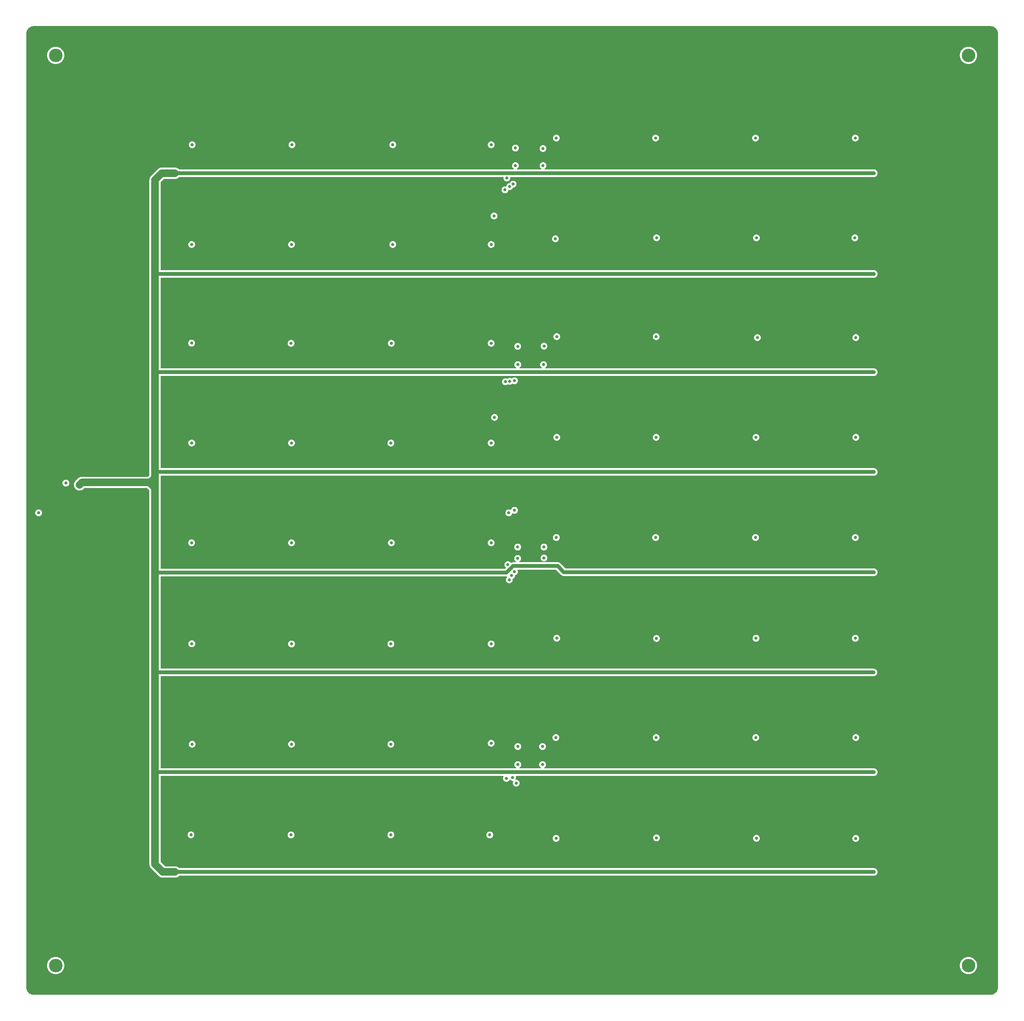
<source format=gbr>
%TF.GenerationSoftware,KiCad,Pcbnew,(6.0.8-1)-1*%
%TF.CreationDate,2022-11-25T16:28:16-05:00*%
%TF.ProjectId,smart-chessboard-board,736d6172-742d-4636-9865-7373626f6172,B*%
%TF.SameCoordinates,Original*%
%TF.FileFunction,Copper,L2,Inr*%
%TF.FilePolarity,Positive*%
%FSLAX46Y46*%
G04 Gerber Fmt 4.6, Leading zero omitted, Abs format (unit mm)*
G04 Created by KiCad (PCBNEW (6.0.8-1)-1) date 2022-11-25 16:28:16*
%MOMM*%
%LPD*%
G01*
G04 APERTURE LIST*
%TA.AperFunction,ComponentPad*%
%ADD10C,3.600000*%
%TD*%
%TA.AperFunction,ViaPad*%
%ADD11C,0.800000*%
%TD*%
%TA.AperFunction,Conductor*%
%ADD12C,1.000000*%
%TD*%
%TA.AperFunction,Conductor*%
%ADD13C,2.000000*%
%TD*%
G04 APERTURE END LIST*
D10*
%TO.N,unconnected-(H102-Pad1)*%
%TO.C,H102*%
X347218000Y-299466000D03*
%TD*%
%TO.N,unconnected-(H104-Pad1)*%
%TO.C,H104*%
X103378000Y-299466000D03*
%TD*%
%TO.N,unconnected-(H101-Pad1)*%
%TO.C,H101*%
X347218000Y-56134000D03*
%TD*%
%TO.N,unconnected-(H103-Pad1)*%
%TO.C,H103*%
X103378000Y-56134000D03*
%TD*%
D11*
%TO.N,LED_IC*%
X98806000Y-178435000D03*
%TO.N,GND*%
X268430420Y-135531000D03*
X242027420Y-189185000D03*
X196013420Y-238912000D03*
X226822000Y-204470000D03*
X244817420Y-184525000D03*
X196065420Y-265957000D03*
X271350420Y-237871000D03*
X314530420Y-156851000D03*
X295083620Y-82437000D03*
X271330420Y-157631000D03*
X169390420Y-131691000D03*
X188590420Y-269282000D03*
X268580420Y-189205000D03*
X215175220Y-82423000D03*
X196103420Y-185175000D03*
X169500420Y-238902000D03*
X143070420Y-105405000D03*
X161930420Y-189175000D03*
X159040420Y-104515000D03*
X314440420Y-263907000D03*
X142755000Y-131675000D03*
X222885000Y-238633000D03*
X215270420Y-189235000D03*
X161936820Y-82473800D03*
X268600420Y-269232000D03*
X215260420Y-269282000D03*
X321915420Y-242612000D03*
X212440420Y-130951000D03*
X185738420Y-238037000D03*
X244817420Y-157621000D03*
X242017420Y-162311000D03*
X242057420Y-135531000D03*
X244680420Y-264682000D03*
X161860420Y-109125000D03*
X212500420Y-184525000D03*
X242097420Y-109095000D03*
X142785000Y-158515000D03*
X321940420Y-162281000D03*
X187463820Y-76377800D03*
X134747000Y-189357000D03*
X324610420Y-130971000D03*
X132200420Y-104535000D03*
X188433420Y-215932000D03*
X196469000Y-78740000D03*
X260996820Y-76835000D03*
X233426000Y-206121000D03*
X288280420Y-130335000D03*
X222335420Y-265938000D03*
X317130820Y-89179400D03*
X271380420Y-211362000D03*
X295260420Y-109059000D03*
X268580420Y-216082000D03*
X321965420Y-269307000D03*
X161910420Y-215962000D03*
X321910420Y-216022000D03*
X222631000Y-105410000D03*
X268590420Y-162331000D03*
X142670420Y-238902000D03*
X298030420Y-104549000D03*
X105460800Y-173075600D03*
X297815000Y-237998000D03*
X169510420Y-212232000D03*
X159190420Y-238002000D03*
X295280420Y-135545000D03*
X298450000Y-130810000D03*
X215240420Y-215902000D03*
X245121820Y-77901800D03*
X287790420Y-156865000D03*
X215260420Y-242612000D03*
X135255000Y-82550000D03*
X287819220Y-76849000D03*
X212510420Y-237987000D03*
X234696000Y-76835000D03*
X298010420Y-157625000D03*
X215150420Y-109105000D03*
X314140420Y-237237000D03*
X298000420Y-184579000D03*
X188835420Y-82473800D03*
X195933420Y-158371000D03*
X295250420Y-162305000D03*
X132524420Y-184542000D03*
X221400000Y-197925000D03*
X314500420Y-183645000D03*
X234442000Y-237109000D03*
X261060420Y-156851000D03*
X215260420Y-162251000D03*
X261040420Y-103645000D03*
X185673420Y-157601000D03*
X132535000Y-130925000D03*
X244682420Y-238012000D03*
X314340420Y-210572000D03*
X268566020Y-82423000D03*
X321906020Y-82473800D03*
X135255000Y-135382000D03*
X169395420Y-265932000D03*
X169390420Y-158361000D03*
X142723420Y-185293000D03*
X220599000Y-93472000D03*
X212540420Y-157601000D03*
X212736820Y-76682600D03*
X287770420Y-183649000D03*
X295220420Y-269232000D03*
X188423420Y-162301000D03*
X225933000Y-257683000D03*
X142825000Y-212152000D03*
X215150420Y-135511000D03*
X132525000Y-211262000D03*
X212350420Y-104525000D03*
X298030420Y-211356000D03*
X160412820Y-76225400D03*
X226822000Y-97790000D03*
X188923420Y-109105000D03*
X185713420Y-211342000D03*
X324250420Y-104545000D03*
X244777420Y-130810000D03*
X298080820Y-77915800D03*
X271350420Y-264732000D03*
X159200420Y-184515000D03*
X268470420Y-109045000D03*
X161945420Y-269332000D03*
X161740420Y-242732000D03*
X261100420Y-263932000D03*
X159090420Y-157631000D03*
X287720420Y-263957000D03*
X135200000Y-109250000D03*
X169291000Y-78740000D03*
X185865420Y-264707000D03*
X271370420Y-184515000D03*
X212535420Y-264607000D03*
X135255000Y-162052000D03*
X220726000Y-144653000D03*
X233426000Y-152781000D03*
X188473420Y-135541000D03*
X321920420Y-109045000D03*
X132500420Y-238012000D03*
X314150420Y-103645000D03*
X234537420Y-210632000D03*
X169470420Y-105405000D03*
X222631000Y-158496000D03*
X221234000Y-250952000D03*
X132500420Y-264631600D03*
X234617420Y-156831000D03*
X314438420Y-76835000D03*
X241955420Y-269232000D03*
X297995420Y-264707000D03*
X287680420Y-210606000D03*
X324680420Y-157641000D03*
X287620420Y-237126000D03*
X244827420Y-211342000D03*
X261090420Y-130061000D03*
X223012000Y-131699000D03*
X186083420Y-104525000D03*
X314390420Y-130281000D03*
X222631000Y-185293000D03*
X272122020Y-83337400D03*
X295240420Y-215946000D03*
X234823000Y-103632000D03*
X324680420Y-211332000D03*
X159170420Y-211332000D03*
X188413420Y-189225000D03*
X135128000Y-215900000D03*
X135255000Y-242443000D03*
X212530420Y-211332000D03*
X287760420Y-103669000D03*
X222631000Y-212222000D03*
X241907420Y-242637000D03*
X188463420Y-242712000D03*
X185723420Y-184425000D03*
X142575420Y-265931600D03*
X261060420Y-183635000D03*
X132475000Y-157615000D03*
X321930420Y-135511000D03*
X142875000Y-78740000D03*
X244983000Y-104267000D03*
X324730420Y-184545000D03*
X226949000Y-148463000D03*
X295120420Y-242626000D03*
X271410820Y-77851000D03*
X159060420Y-130931000D03*
X196563420Y-105425000D03*
X159170420Y-264682000D03*
X261070420Y-210562000D03*
X233426000Y-259461000D03*
X261075420Y-237112000D03*
X161760420Y-162211000D03*
X135250420Y-269456600D03*
X241935000Y-82550000D03*
X268575420Y-242687000D03*
X325115420Y-264682000D03*
X226949000Y-255143000D03*
X271360420Y-104545000D03*
X234587420Y-183642000D03*
X161900420Y-135491000D03*
X271390420Y-130810000D03*
X169164000Y-185293000D03*
X222758000Y-78740000D03*
X185593420Y-130921000D03*
X321940420Y-189095000D03*
X324715420Y-237987000D03*
X196053420Y-131701000D03*
X233553000Y-99441000D03*
X98806000Y-175133000D03*
X295260420Y-189209000D03*
X234405420Y-263907000D03*
X234567420Y-130611000D03*
X226949000Y-151257000D03*
X241987420Y-215952000D03*
%TO.N,3V3*%
X166370000Y-186436000D03*
X317115420Y-265482000D03*
X263906000Y-104902000D03*
X317119000Y-238506000D03*
X316992000Y-211963000D03*
X166243000Y-264541000D03*
X263652000Y-185039000D03*
X166370000Y-240284000D03*
X139714580Y-159760000D03*
X193421000Y-106680000D03*
X192913000Y-240284000D03*
X263779000Y-158242000D03*
X166370000Y-159766000D03*
X219710000Y-133096000D03*
X166497000Y-80010000D03*
X219710000Y-159766000D03*
X263779000Y-238506000D03*
X139827000Y-240284000D03*
X263779000Y-131318000D03*
X263875420Y-265332000D03*
X317119000Y-131572000D03*
X290570420Y-265432000D03*
X224155000Y-192278000D03*
X290395420Y-238506000D03*
X237109000Y-185039000D03*
X193421000Y-80010000D03*
X106095800Y-170484800D03*
X290322000Y-185039000D03*
X236855000Y-105156000D03*
X223520000Y-143383000D03*
X192913000Y-213487000D03*
X139684580Y-133060000D03*
X139510000Y-264515600D03*
X223901000Y-88900000D03*
X316992000Y-78232000D03*
X166370000Y-106680000D03*
X317119000Y-158242000D03*
X236982000Y-238506000D03*
X219710000Y-213487000D03*
X139700000Y-106680000D03*
X219710000Y-186436000D03*
X237109000Y-78232000D03*
X193040000Y-133096000D03*
X139675420Y-186436000D03*
X290576000Y-104916000D03*
X166243000Y-133096000D03*
X316865000Y-104902000D03*
X166370000Y-213487000D03*
X237055420Y-265457000D03*
X220472000Y-99060000D03*
X263652000Y-78232000D03*
X237236000Y-158242000D03*
X192913000Y-264541000D03*
X237236000Y-131318000D03*
X139724580Y-213417000D03*
X219710000Y-80010000D03*
X223774000Y-249428000D03*
X263875420Y-212017000D03*
X219710000Y-106680000D03*
X193040000Y-186436000D03*
X237232420Y-211942000D03*
X316992000Y-185039000D03*
X139827000Y-80010500D03*
X220599000Y-152908000D03*
X224536000Y-196342000D03*
X290322000Y-78246000D03*
X219710000Y-240030000D03*
X290449000Y-158256000D03*
X219329000Y-264541000D03*
X290449000Y-211963000D03*
X192913000Y-159766000D03*
X290830000Y-131586000D03*
X223393000Y-92075000D03*
%TO.N,5V*%
X215175000Y-220975000D03*
X242189000Y-114554000D03*
X268605000Y-247777000D03*
X321945000Y-247777000D03*
X241935000Y-247777000D03*
X215265000Y-87630000D03*
X295275000Y-274447000D03*
X321945000Y-194310000D03*
X295200000Y-167525000D03*
X188595000Y-274447000D03*
X268605000Y-274447000D03*
X188475000Y-221000000D03*
X268605000Y-87630000D03*
X268575000Y-221050000D03*
X161925000Y-247777000D03*
X215225000Y-140825000D03*
X242075000Y-167550000D03*
X215265000Y-114554000D03*
X161925000Y-221000000D03*
X188976000Y-87630000D03*
X321945000Y-87630000D03*
X135225000Y-140775000D03*
X295250000Y-140800000D03*
X295275000Y-194310000D03*
X321925000Y-221050000D03*
X161950000Y-140800000D03*
X321945000Y-274447000D03*
X321950000Y-140825000D03*
X268550000Y-140825000D03*
X242189000Y-87630000D03*
X188468000Y-247777000D03*
X241935000Y-274447000D03*
X215265000Y-274447000D03*
X321975000Y-167525000D03*
X135255000Y-247777000D03*
X109753400Y-170942000D03*
X215265000Y-247777000D03*
X135225000Y-221000000D03*
X295275000Y-87630000D03*
X188450000Y-167475000D03*
X161925000Y-194437000D03*
X135225000Y-114550000D03*
X295148000Y-247777000D03*
X188400000Y-140800000D03*
X242062000Y-194310000D03*
X188976000Y-114554000D03*
X135255000Y-87630000D03*
X242200000Y-140825000D03*
X188468000Y-194437000D03*
X268605000Y-114554000D03*
X295275000Y-114554000D03*
X161900000Y-114550000D03*
X135255000Y-194437000D03*
X135275000Y-167475000D03*
X161798000Y-274447000D03*
X135255000Y-274447000D03*
X295200000Y-221075000D03*
X161875000Y-167475000D03*
X215275000Y-167525000D03*
X242025000Y-220975000D03*
X268600000Y-167600000D03*
X268605000Y-194310000D03*
X161925000Y-87630000D03*
X215265000Y-194437000D03*
X321945000Y-114554000D03*
%TO.N,Net-(D211-Pad3)*%
X233426000Y-240919000D03*
X226822000Y-240919000D03*
%TO.N,Net-(D212-Pad3)*%
X233426000Y-245745000D03*
X226822000Y-245745000D03*
%TO.N,Net-(D227-Pad3)*%
X226782580Y-187579000D03*
X233807000Y-187579000D03*
%TO.N,Net-(D228-Pad3)*%
X233807000Y-190500000D03*
X226782580Y-190627000D03*
%TO.N,Net-(D243-Pad3)*%
X226800000Y-133925000D03*
X233831800Y-133858000D03*
%TO.N,Net-(D244-Pad3)*%
X226822000Y-138811000D03*
X233680000Y-138811000D03*
%TO.N,Net-(D259-Pad3)*%
X226187000Y-80899000D03*
X233553000Y-81026000D03*
%TO.N,Net-(D260-Pad3)*%
X233553000Y-85598000D03*
X226187000Y-85598000D03*
%TO.N,~{SCL_IOMUX}*%
X225933000Y-143129000D03*
X225933000Y-177762500D03*
X225552000Y-90551000D03*
X226399500Y-250698000D03*
X225933000Y-194183000D03*
%TO.N,~{SDA_IOMUX}*%
X224409000Y-178435000D03*
X224663000Y-143256000D03*
X225425000Y-249174000D03*
X225171000Y-195199000D03*
X224663000Y-91186000D03*
%TD*%
D12*
%TO.N,5V*%
X321818000Y-221107000D02*
X130175000Y-221107000D01*
X223774000Y-194437000D02*
X215265000Y-194437000D01*
X215265000Y-194437000D02*
X188468000Y-194437000D01*
X321945000Y-140843000D02*
X130302000Y-140843000D01*
X321945000Y-167513000D02*
X130048000Y-167513000D01*
X135255000Y-247777000D02*
X136144000Y-247777000D01*
D13*
X129921000Y-247396000D02*
X129921000Y-272415000D01*
D12*
X295275000Y-194310000D02*
X268605000Y-194310000D01*
D13*
X128651000Y-170561000D02*
X129921000Y-171831000D01*
D12*
X321945000Y-114554000D02*
X130175000Y-114554000D01*
X136144000Y-247777000D02*
X130302000Y-247777000D01*
X242062000Y-194310000D02*
X239141000Y-194310000D01*
D13*
X131953000Y-274447000D02*
X135255000Y-274447000D01*
D12*
X136144000Y-247777000D02*
X321945000Y-247777000D01*
X225552000Y-192659000D02*
X223774000Y-194437000D01*
D13*
X109753400Y-170942000D02*
X110388400Y-170307000D01*
X129921000Y-221361000D02*
X129921000Y-247396000D01*
D12*
X161925000Y-194437000D02*
X135255000Y-194437000D01*
X237490000Y-192659000D02*
X225552000Y-192659000D01*
D13*
X129921000Y-169037000D02*
X129921000Y-167640000D01*
D12*
X135255000Y-274447000D02*
X321945000Y-274447000D01*
D13*
X135255000Y-87630000D02*
X131699000Y-87630000D01*
X129921000Y-114808000D02*
X129921000Y-141224000D01*
X129921000Y-194564000D02*
X129921000Y-221361000D01*
X129921000Y-272415000D02*
X131953000Y-274447000D01*
X131699000Y-87630000D02*
X129921000Y-89408000D01*
D12*
X321945000Y-194310000D02*
X295275000Y-194310000D01*
X130175000Y-221107000D02*
X129921000Y-221361000D01*
D13*
X129921000Y-170307000D02*
X129921000Y-171831000D01*
X129921000Y-89408000D02*
X129921000Y-114808000D01*
D12*
X130048000Y-194437000D02*
X129921000Y-194564000D01*
D13*
X128651000Y-170307000D02*
X128651000Y-170561000D01*
X129921000Y-141224000D02*
X129921000Y-167640000D01*
D12*
X130175000Y-114554000D02*
X129921000Y-114808000D01*
X130302000Y-247777000D02*
X129921000Y-247396000D01*
D13*
X129921000Y-170307000D02*
X128651000Y-170307000D01*
X129921000Y-171831000D02*
X129921000Y-194564000D01*
D12*
X135255000Y-194437000D02*
X130048000Y-194437000D01*
X321945000Y-87630000D02*
X135255000Y-87630000D01*
X188468000Y-194437000D02*
X161925000Y-194437000D01*
X268605000Y-194310000D02*
X242062000Y-194310000D01*
X130302000Y-140843000D02*
X129921000Y-141224000D01*
D13*
X129921000Y-167640000D02*
X129921000Y-170307000D01*
X128651000Y-170307000D02*
X129921000Y-169037000D01*
X110388400Y-170307000D02*
X128651000Y-170307000D01*
D12*
X130048000Y-167513000D02*
X129921000Y-167640000D01*
X239141000Y-194310000D02*
X237490000Y-192659000D01*
%TD*%
%TA.AperFunction,Conductor*%
%TO.N,GND*%
G36*
X353032310Y-48309779D02*
G01*
X353043733Y-48311419D01*
X353059823Y-48313729D01*
X353075993Y-48311419D01*
X353100617Y-48310336D01*
X353321162Y-48322273D01*
X353337642Y-48324261D01*
X353580567Y-48369963D01*
X353596636Y-48374098D01*
X353714039Y-48412724D01*
X353831437Y-48451349D01*
X353846835Y-48457567D01*
X354069434Y-48565022D01*
X354083880Y-48573211D01*
X354290410Y-48709002D01*
X354303653Y-48719019D01*
X354490540Y-48880796D01*
X354502338Y-48892453D01*
X354666339Y-49077416D01*
X354676506Y-49090531D01*
X354814748Y-49295439D01*
X354823108Y-49309787D01*
X354933203Y-49531095D01*
X354939602Y-49546415D01*
X354977449Y-49657004D01*
X355019635Y-49780272D01*
X355023965Y-49796304D01*
X355072550Y-50038660D01*
X355074734Y-50055120D01*
X355088797Y-50267990D01*
X355087723Y-50292248D01*
X355087691Y-50294911D01*
X355086309Y-50303785D01*
X355088769Y-50322593D01*
X355090436Y-50335341D01*
X355091500Y-50351681D01*
X355091500Y-305240580D01*
X355089999Y-305259967D01*
X355086309Y-305283663D01*
X355087473Y-305292566D01*
X355087473Y-305292572D01*
X355088427Y-305299870D01*
X355089216Y-305324506D01*
X355074660Y-305544869D01*
X355072477Y-305561324D01*
X355063058Y-305608307D01*
X355023891Y-305803677D01*
X355019561Y-305819708D01*
X354939530Y-306053560D01*
X354933129Y-306068883D01*
X354823045Y-306290168D01*
X354814686Y-306304516D01*
X354676448Y-306509417D01*
X354666274Y-306522541D01*
X354502294Y-306707481D01*
X354490482Y-306719153D01*
X354303607Y-306880922D01*
X354290365Y-306890938D01*
X354276764Y-306899880D01*
X354083843Y-307026723D01*
X354069396Y-307034912D01*
X353846806Y-307142362D01*
X353831409Y-307148580D01*
X353714016Y-307187203D01*
X353596617Y-307225828D01*
X353580548Y-307229963D01*
X353337633Y-307275663D01*
X353321152Y-307277651D01*
X353107442Y-307289218D01*
X353086262Y-307288027D01*
X353081224Y-307287906D01*
X353072374Y-307286420D01*
X353039293Y-307290347D01*
X353036976Y-307290622D01*
X353022123Y-307291500D01*
X97597367Y-307291500D01*
X97580360Y-307290347D01*
X97579311Y-307290204D01*
X97550526Y-307286283D01*
X97541654Y-307287616D01*
X97541651Y-307287616D01*
X97534425Y-307288702D01*
X97509764Y-307289960D01*
X97425209Y-307285969D01*
X97290329Y-307279602D01*
X97273755Y-307277714D01*
X97247376Y-307272923D01*
X97031765Y-307233766D01*
X97015596Y-307229707D01*
X96781532Y-307154176D01*
X96766040Y-307148018D01*
X96543994Y-307042223D01*
X96529456Y-307034074D01*
X96323342Y-306899880D01*
X96309996Y-306889873D01*
X96218980Y-306811703D01*
X96123421Y-306729631D01*
X96111521Y-306717957D01*
X95947737Y-306534460D01*
X95937486Y-306521318D01*
X95799376Y-306317788D01*
X95790950Y-306303405D01*
X95784331Y-306290168D01*
X95680946Y-306083433D01*
X95674490Y-306068054D01*
X95594510Y-305835483D01*
X95590141Y-305819384D01*
X95588621Y-305811834D01*
X95541585Y-305578282D01*
X95539381Y-305561747D01*
X95525315Y-305349728D01*
X95526311Y-305327173D01*
X95526360Y-305323151D01*
X95527742Y-305314276D01*
X95523612Y-305282690D01*
X95522549Y-305266366D01*
X95522229Y-299466000D01*
X101064547Y-299466000D01*
X101084339Y-299767966D01*
X101143376Y-300064766D01*
X101240648Y-300351320D01*
X101374491Y-300622726D01*
X101542614Y-300874341D01*
X101545328Y-300877435D01*
X101545332Y-300877441D01*
X101739433Y-301098769D01*
X101742142Y-301101858D01*
X101745231Y-301104567D01*
X101966559Y-301298668D01*
X101966565Y-301298672D01*
X101969659Y-301301386D01*
X101973085Y-301303675D01*
X101973090Y-301303679D01*
X102161371Y-301429484D01*
X102221273Y-301469509D01*
X102224972Y-301471333D01*
X102224977Y-301471336D01*
X102364308Y-301540046D01*
X102492680Y-301603352D01*
X102496585Y-301604677D01*
X102496586Y-301604678D01*
X102775327Y-301699298D01*
X102775330Y-301699299D01*
X102779234Y-301700624D01*
X102783273Y-301701427D01*
X102783279Y-301701429D01*
X103071991Y-301758857D01*
X103071994Y-301758857D01*
X103076034Y-301759661D01*
X103080145Y-301759930D01*
X103080149Y-301759931D01*
X103373881Y-301779183D01*
X103378000Y-301779453D01*
X103382119Y-301779183D01*
X103675851Y-301759931D01*
X103675855Y-301759930D01*
X103679966Y-301759661D01*
X103684006Y-301758857D01*
X103684009Y-301758857D01*
X103972721Y-301701429D01*
X103972727Y-301701427D01*
X103976766Y-301700624D01*
X103980670Y-301699299D01*
X103980673Y-301699298D01*
X104259414Y-301604678D01*
X104259415Y-301604677D01*
X104263320Y-301603352D01*
X104391692Y-301540046D01*
X104531023Y-301471336D01*
X104531028Y-301471333D01*
X104534727Y-301469509D01*
X104594629Y-301429484D01*
X104782910Y-301303679D01*
X104782915Y-301303675D01*
X104786341Y-301301386D01*
X104789435Y-301298672D01*
X104789441Y-301298668D01*
X105010769Y-301104567D01*
X105013858Y-301101858D01*
X105016567Y-301098769D01*
X105210668Y-300877441D01*
X105210672Y-300877435D01*
X105213386Y-300874341D01*
X105381509Y-300622726D01*
X105515352Y-300351320D01*
X105612624Y-300064766D01*
X105671661Y-299767966D01*
X105691453Y-299466000D01*
X344904547Y-299466000D01*
X344924339Y-299767966D01*
X344983376Y-300064766D01*
X345080648Y-300351320D01*
X345214491Y-300622726D01*
X345382614Y-300874341D01*
X345385328Y-300877435D01*
X345385332Y-300877441D01*
X345579433Y-301098769D01*
X345582142Y-301101858D01*
X345585231Y-301104567D01*
X345806559Y-301298668D01*
X345806565Y-301298672D01*
X345809659Y-301301386D01*
X345813085Y-301303675D01*
X345813090Y-301303679D01*
X346001371Y-301429484D01*
X346061273Y-301469509D01*
X346064972Y-301471333D01*
X346064977Y-301471336D01*
X346204308Y-301540046D01*
X346332680Y-301603352D01*
X346336585Y-301604677D01*
X346336586Y-301604678D01*
X346615327Y-301699298D01*
X346615330Y-301699299D01*
X346619234Y-301700624D01*
X346623273Y-301701427D01*
X346623279Y-301701429D01*
X346911991Y-301758857D01*
X346911994Y-301758857D01*
X346916034Y-301759661D01*
X346920145Y-301759930D01*
X346920149Y-301759931D01*
X347213881Y-301779183D01*
X347218000Y-301779453D01*
X347222119Y-301779183D01*
X347515851Y-301759931D01*
X347515855Y-301759930D01*
X347519966Y-301759661D01*
X347524006Y-301758857D01*
X347524009Y-301758857D01*
X347812721Y-301701429D01*
X347812727Y-301701427D01*
X347816766Y-301700624D01*
X347820670Y-301699299D01*
X347820673Y-301699298D01*
X348099414Y-301604678D01*
X348099415Y-301604677D01*
X348103320Y-301603352D01*
X348231692Y-301540046D01*
X348371023Y-301471336D01*
X348371028Y-301471333D01*
X348374727Y-301469509D01*
X348434629Y-301429484D01*
X348622910Y-301303679D01*
X348622915Y-301303675D01*
X348626341Y-301301386D01*
X348629435Y-301298672D01*
X348629441Y-301298668D01*
X348850769Y-301104567D01*
X348853858Y-301101858D01*
X348856567Y-301098769D01*
X349050668Y-300877441D01*
X349050672Y-300877435D01*
X349053386Y-300874341D01*
X349221509Y-300622726D01*
X349355352Y-300351320D01*
X349452624Y-300064766D01*
X349511661Y-299767966D01*
X349531453Y-299466000D01*
X349511661Y-299164034D01*
X349452624Y-298867234D01*
X349355352Y-298580680D01*
X349221509Y-298309274D01*
X349053386Y-298057659D01*
X349050672Y-298054565D01*
X349050668Y-298054559D01*
X348856567Y-297833231D01*
X348853858Y-297830142D01*
X348850769Y-297827433D01*
X348629441Y-297633332D01*
X348629435Y-297633328D01*
X348626341Y-297630614D01*
X348622911Y-297628322D01*
X348622910Y-297628321D01*
X348378160Y-297464785D01*
X348374727Y-297462491D01*
X348371028Y-297460667D01*
X348371023Y-297460664D01*
X348231692Y-297391954D01*
X348103320Y-297328648D01*
X348099414Y-297327322D01*
X347820673Y-297232702D01*
X347820670Y-297232701D01*
X347816766Y-297231376D01*
X347812727Y-297230573D01*
X347812721Y-297230571D01*
X347524009Y-297173143D01*
X347524006Y-297173143D01*
X347519966Y-297172339D01*
X347515855Y-297172070D01*
X347515851Y-297172069D01*
X347222119Y-297152817D01*
X347218000Y-297152547D01*
X347213881Y-297152817D01*
X346920149Y-297172069D01*
X346920145Y-297172070D01*
X346916034Y-297172339D01*
X346911994Y-297173143D01*
X346911991Y-297173143D01*
X346623279Y-297230571D01*
X346623273Y-297230573D01*
X346619234Y-297231376D01*
X346615330Y-297232701D01*
X346615327Y-297232702D01*
X346336586Y-297327322D01*
X346332680Y-297328648D01*
X346204442Y-297391888D01*
X346064978Y-297460664D01*
X346064973Y-297460667D01*
X346061274Y-297462491D01*
X345809659Y-297630614D01*
X345806565Y-297633328D01*
X345806559Y-297633332D01*
X345585231Y-297827433D01*
X345582142Y-297830142D01*
X345579433Y-297833231D01*
X345385332Y-298054559D01*
X345385328Y-298054565D01*
X345382614Y-298057659D01*
X345214491Y-298309274D01*
X345080648Y-298580680D01*
X344983376Y-298867234D01*
X344924339Y-299164034D01*
X344904547Y-299466000D01*
X105691453Y-299466000D01*
X105671661Y-299164034D01*
X105612624Y-298867234D01*
X105515352Y-298580680D01*
X105381509Y-298309274D01*
X105213386Y-298057659D01*
X105210672Y-298054565D01*
X105210668Y-298054559D01*
X105016567Y-297833231D01*
X105013858Y-297830142D01*
X105010769Y-297827433D01*
X104789441Y-297633332D01*
X104789435Y-297633328D01*
X104786341Y-297630614D01*
X104782911Y-297628322D01*
X104782910Y-297628321D01*
X104538160Y-297464785D01*
X104534727Y-297462491D01*
X104531028Y-297460667D01*
X104531023Y-297460664D01*
X104391692Y-297391954D01*
X104263320Y-297328648D01*
X104259414Y-297327322D01*
X103980673Y-297232702D01*
X103980670Y-297232701D01*
X103976766Y-297231376D01*
X103972727Y-297230573D01*
X103972721Y-297230571D01*
X103684009Y-297173143D01*
X103684006Y-297173143D01*
X103679966Y-297172339D01*
X103675855Y-297172070D01*
X103675851Y-297172069D01*
X103382119Y-297152817D01*
X103378000Y-297152547D01*
X103373881Y-297152817D01*
X103080149Y-297172069D01*
X103080145Y-297172070D01*
X103076034Y-297172339D01*
X103071994Y-297173143D01*
X103071991Y-297173143D01*
X102783279Y-297230571D01*
X102783273Y-297230573D01*
X102779234Y-297231376D01*
X102775330Y-297232701D01*
X102775327Y-297232702D01*
X102496586Y-297327322D01*
X102492680Y-297328648D01*
X102364442Y-297391888D01*
X102224978Y-297460664D01*
X102224973Y-297460667D01*
X102221274Y-297462491D01*
X101969659Y-297630614D01*
X101966565Y-297633328D01*
X101966559Y-297633332D01*
X101745231Y-297827433D01*
X101742142Y-297830142D01*
X101739433Y-297833231D01*
X101545332Y-298054559D01*
X101545328Y-298054565D01*
X101542614Y-298057659D01*
X101374491Y-298309274D01*
X101240648Y-298580680D01*
X101143376Y-298867234D01*
X101084339Y-299164034D01*
X101064547Y-299466000D01*
X95522229Y-299466000D01*
X95515560Y-178435000D01*
X97892496Y-178435000D01*
X97912458Y-178624928D01*
X97971473Y-178806556D01*
X98066960Y-178971944D01*
X98194747Y-179113866D01*
X98349248Y-179226118D01*
X98355276Y-179228802D01*
X98355278Y-179228803D01*
X98517681Y-179301109D01*
X98523712Y-179303794D01*
X98617112Y-179323647D01*
X98704056Y-179342128D01*
X98704061Y-179342128D01*
X98710513Y-179343500D01*
X98901487Y-179343500D01*
X98907939Y-179342128D01*
X98907944Y-179342128D01*
X98994888Y-179323647D01*
X99088288Y-179303794D01*
X99094319Y-179301109D01*
X99256722Y-179228803D01*
X99256724Y-179228802D01*
X99262752Y-179226118D01*
X99417253Y-179113866D01*
X99545040Y-178971944D01*
X99640527Y-178806556D01*
X99699542Y-178624928D01*
X99719504Y-178435000D01*
X99699542Y-178245072D01*
X99640527Y-178063444D01*
X99545040Y-177898056D01*
X99417253Y-177756134D01*
X99262752Y-177643882D01*
X99256724Y-177641198D01*
X99256722Y-177641197D01*
X99094319Y-177568891D01*
X99094318Y-177568891D01*
X99088288Y-177566206D01*
X98994888Y-177546353D01*
X98907944Y-177527872D01*
X98907939Y-177527872D01*
X98901487Y-177526500D01*
X98710513Y-177526500D01*
X98704061Y-177527872D01*
X98704056Y-177527872D01*
X98617112Y-177546353D01*
X98523712Y-177566206D01*
X98517682Y-177568891D01*
X98517681Y-177568891D01*
X98355278Y-177641197D01*
X98355276Y-177641198D01*
X98349248Y-177643882D01*
X98194747Y-177756134D01*
X98066960Y-177898056D01*
X97971473Y-178063444D01*
X97912458Y-178245072D01*
X97892496Y-178435000D01*
X95515560Y-178435000D01*
X95515122Y-170484800D01*
X105182296Y-170484800D01*
X105202258Y-170674728D01*
X105261273Y-170856356D01*
X105356760Y-171021744D01*
X105484547Y-171163666D01*
X105639048Y-171275918D01*
X105645076Y-171278602D01*
X105645078Y-171278603D01*
X105807481Y-171350909D01*
X105813512Y-171353594D01*
X105906912Y-171373447D01*
X105993856Y-171391928D01*
X105993861Y-171391928D01*
X106000313Y-171393300D01*
X106191287Y-171393300D01*
X106197739Y-171391928D01*
X106197744Y-171391928D01*
X106284688Y-171373447D01*
X106378088Y-171353594D01*
X106384119Y-171350909D01*
X106546522Y-171278603D01*
X106546524Y-171278602D01*
X106552552Y-171275918D01*
X106707053Y-171163666D01*
X106834840Y-171021744D01*
X106865631Y-170968413D01*
X108240222Y-170968413D01*
X108263911Y-171210002D01*
X108325919Y-171444696D01*
X108424654Y-171666456D01*
X108557574Y-171869578D01*
X108721258Y-172048836D01*
X108765710Y-172084068D01*
X108907529Y-172196473D01*
X108907535Y-172196477D01*
X108911498Y-172199618D01*
X109123398Y-172318045D01*
X109218149Y-172352532D01*
X109346748Y-172399339D01*
X109346753Y-172399340D01*
X109351505Y-172401070D01*
X109356474Y-172402018D01*
X109356478Y-172402019D01*
X109584978Y-172445607D01*
X109589953Y-172446556D01*
X109745451Y-172450900D01*
X109827550Y-172453193D01*
X109827553Y-172453193D01*
X109832605Y-172453334D01*
X109837618Y-172452665D01*
X109837620Y-172452665D01*
X110068206Y-172421898D01*
X110073220Y-172421229D01*
X110078061Y-172419767D01*
X110078063Y-172419767D01*
X110300757Y-172352532D01*
X110300761Y-172352530D01*
X110305608Y-172351067D01*
X110523788Y-172244654D01*
X110722147Y-172104726D01*
X110743650Y-172085091D01*
X110976336Y-171852405D01*
X111038648Y-171818379D01*
X111065431Y-171815500D01*
X127719968Y-171815500D01*
X127788089Y-171835502D01*
X127809064Y-171852405D01*
X128375596Y-172418938D01*
X128409621Y-172481250D01*
X128412500Y-172508033D01*
X128412500Y-272390984D01*
X128412451Y-272394502D01*
X128409666Y-272494205D01*
X128410335Y-272499219D01*
X128420058Y-272572086D01*
X128420758Y-272578639D01*
X128427060Y-272656965D01*
X128434897Y-272688870D01*
X128437426Y-272702258D01*
X128441771Y-272734820D01*
X128443232Y-272739661D01*
X128443233Y-272739663D01*
X128464478Y-272810029D01*
X128466219Y-272816390D01*
X128484963Y-272892706D01*
X128486941Y-272897366D01*
X128497801Y-272922951D01*
X128502438Y-272935761D01*
X128511933Y-272967208D01*
X128514151Y-272971756D01*
X128514154Y-272971763D01*
X128546371Y-273037818D01*
X128549107Y-273043820D01*
X128579812Y-273116156D01*
X128582504Y-273120430D01*
X128597319Y-273143956D01*
X128603945Y-273155860D01*
X128618346Y-273185388D01*
X128621265Y-273189525D01*
X128621265Y-273189526D01*
X128663641Y-273249597D01*
X128667301Y-273255086D01*
X128709167Y-273321567D01*
X128712508Y-273325356D01*
X128712512Y-273325362D01*
X128730898Y-273346217D01*
X128739344Y-273356912D01*
X128758274Y-273383747D01*
X128760944Y-273386671D01*
X128772269Y-273399073D01*
X128777909Y-273405250D01*
X128817625Y-273444966D01*
X128823044Y-273450736D01*
X128866350Y-273499858D01*
X128866353Y-273499861D01*
X128869698Y-273503655D01*
X128873606Y-273506865D01*
X128873607Y-273506866D01*
X128901989Y-273530179D01*
X128911108Y-273538449D01*
X130869325Y-275496666D01*
X130871779Y-275499188D01*
X130940332Y-275571681D01*
X131002757Y-275619408D01*
X131007892Y-275623552D01*
X131067720Y-275674470D01*
X131072045Y-275677089D01*
X131072050Y-275677093D01*
X131095824Y-275691491D01*
X131107071Y-275699163D01*
X131133174Y-275719120D01*
X131137632Y-275721510D01*
X131137633Y-275721511D01*
X131202401Y-275756239D01*
X131208126Y-275759504D01*
X131275358Y-275800221D01*
X131305817Y-275812527D01*
X131318158Y-275818307D01*
X131347109Y-275833831D01*
X131351890Y-275835477D01*
X131351894Y-275835479D01*
X131421401Y-275859412D01*
X131427579Y-275861722D01*
X131475445Y-275881061D01*
X131500429Y-275891155D01*
X131505369Y-275892277D01*
X131505368Y-275892277D01*
X131532460Y-275898432D01*
X131545559Y-275902163D01*
X131576631Y-275912862D01*
X131654100Y-275926243D01*
X131660504Y-275927523D01*
X131737144Y-275944935D01*
X131769953Y-275946999D01*
X131783453Y-275948585D01*
X131815836Y-275954179D01*
X131819793Y-275954359D01*
X131819796Y-275954359D01*
X131843506Y-275955436D01*
X131843525Y-275955436D01*
X131844925Y-275955500D01*
X131901108Y-275955500D01*
X131909019Y-275955749D01*
X131979413Y-275960178D01*
X132020992Y-275956101D01*
X132033288Y-275955500D01*
X135316001Y-275955500D01*
X135318509Y-275955298D01*
X135318514Y-275955298D01*
X135491924Y-275941346D01*
X135491929Y-275941345D01*
X135496965Y-275940940D01*
X135501873Y-275939734D01*
X135501876Y-275939734D01*
X135727792Y-275884244D01*
X135732706Y-275883037D01*
X135737358Y-275881062D01*
X135737362Y-275881061D01*
X135898817Y-275812527D01*
X135956156Y-275788188D01*
X136062037Y-275721511D01*
X136157288Y-275661528D01*
X136157291Y-275661526D01*
X136161567Y-275658833D01*
X136343655Y-275498302D01*
X136346869Y-275494390D01*
X136347272Y-275493972D01*
X136408982Y-275458865D01*
X136437908Y-275455500D01*
X321994769Y-275455500D01*
X321997825Y-275455200D01*
X321997832Y-275455200D01*
X322056340Y-275449463D01*
X322141833Y-275441080D01*
X322147734Y-275439298D01*
X322147736Y-275439298D01*
X322221053Y-275417162D01*
X322331169Y-275383916D01*
X322505796Y-275291066D01*
X322592062Y-275220709D01*
X322654287Y-275169960D01*
X322654290Y-275169957D01*
X322659062Y-275166065D01*
X322662991Y-275161316D01*
X322781201Y-275018425D01*
X322781203Y-275018421D01*
X322785130Y-275013675D01*
X322879198Y-274839701D01*
X322937682Y-274650768D01*
X322958355Y-274454075D01*
X322940430Y-274257112D01*
X322884590Y-274067381D01*
X322792960Y-273892110D01*
X322669032Y-273737975D01*
X322517526Y-273610846D01*
X322512128Y-273607879D01*
X322512123Y-273607875D01*
X322349608Y-273518533D01*
X322349609Y-273518533D01*
X322344213Y-273515567D01*
X322338346Y-273513706D01*
X322338344Y-273513705D01*
X322161564Y-273457627D01*
X322161563Y-273457627D01*
X322155694Y-273455765D01*
X322001773Y-273438500D01*
X136431799Y-273438500D01*
X136363678Y-273418498D01*
X136340251Y-273399073D01*
X136271150Y-273326001D01*
X136271149Y-273326000D01*
X136267668Y-273322319D01*
X136172552Y-273249597D01*
X136078846Y-273177953D01*
X136078842Y-273177950D01*
X136074826Y-273174880D01*
X135860891Y-273060169D01*
X135631369Y-272981138D01*
X135522665Y-272962362D01*
X135396074Y-272940496D01*
X135396068Y-272940495D01*
X135392164Y-272939821D01*
X135388203Y-272939641D01*
X135388202Y-272939641D01*
X135364494Y-272938564D01*
X135364475Y-272938564D01*
X135363075Y-272938500D01*
X132630031Y-272938500D01*
X132561910Y-272918498D01*
X132540936Y-272901595D01*
X131466405Y-271827064D01*
X131432379Y-271764752D01*
X131429500Y-271737969D01*
X131429500Y-265457000D01*
X236141916Y-265457000D01*
X236142606Y-265463565D01*
X236158561Y-265615365D01*
X236161878Y-265646928D01*
X236220893Y-265828556D01*
X236316380Y-265993944D01*
X236320798Y-265998851D01*
X236320799Y-265998852D01*
X236335113Y-266014749D01*
X236444167Y-266135866D01*
X236483921Y-266164749D01*
X236564259Y-266223118D01*
X236598668Y-266248118D01*
X236604696Y-266250802D01*
X236604698Y-266250803D01*
X236720062Y-266302166D01*
X236773132Y-266325794D01*
X236866532Y-266345647D01*
X236953476Y-266364128D01*
X236953481Y-266364128D01*
X236959933Y-266365500D01*
X237150907Y-266365500D01*
X237157359Y-266364128D01*
X237157364Y-266364128D01*
X237244308Y-266345647D01*
X237337708Y-266325794D01*
X237390778Y-266302166D01*
X237506142Y-266250803D01*
X237506144Y-266250802D01*
X237512172Y-266248118D01*
X237546582Y-266223118D01*
X237626919Y-266164749D01*
X237666673Y-266135866D01*
X237775727Y-266014749D01*
X237790041Y-265998852D01*
X237790042Y-265998851D01*
X237794460Y-265993944D01*
X237889947Y-265828556D01*
X237948962Y-265646928D01*
X237952280Y-265615365D01*
X237968234Y-265463565D01*
X237968924Y-265457000D01*
X237955786Y-265332000D01*
X262961916Y-265332000D01*
X262962606Y-265338565D01*
X262974266Y-265449500D01*
X262981878Y-265521928D01*
X263040893Y-265703556D01*
X263136380Y-265868944D01*
X263140798Y-265873851D01*
X263140799Y-265873852D01*
X263259745Y-266005955D01*
X263264167Y-266010866D01*
X263282041Y-266023852D01*
X263401805Y-266110866D01*
X263418668Y-266123118D01*
X263424696Y-266125802D01*
X263424698Y-266125803D01*
X263512173Y-266164749D01*
X263593132Y-266200794D01*
X263679899Y-266219237D01*
X263773476Y-266239128D01*
X263773481Y-266239128D01*
X263779933Y-266240500D01*
X263970907Y-266240500D01*
X263977359Y-266239128D01*
X263977364Y-266239128D01*
X264070941Y-266219237D01*
X264157708Y-266200794D01*
X264238667Y-266164749D01*
X264326142Y-266125803D01*
X264326144Y-266125802D01*
X264332172Y-266123118D01*
X264349036Y-266110866D01*
X264468799Y-266023852D01*
X264486673Y-266010866D01*
X264491095Y-266005955D01*
X264610041Y-265873852D01*
X264610042Y-265873851D01*
X264614460Y-265868944D01*
X264709947Y-265703556D01*
X264768962Y-265521928D01*
X264776575Y-265449500D01*
X264778414Y-265432000D01*
X289656916Y-265432000D01*
X289657606Y-265438565D01*
X289667028Y-265528206D01*
X289676878Y-265621928D01*
X289735893Y-265803556D01*
X289831380Y-265968944D01*
X289835798Y-265973851D01*
X289835799Y-265973852D01*
X289872623Y-266014749D01*
X289959167Y-266110866D01*
X290113668Y-266223118D01*
X290119696Y-266225802D01*
X290119698Y-266225803D01*
X290217253Y-266269237D01*
X290288132Y-266300794D01*
X290381532Y-266320647D01*
X290468476Y-266339128D01*
X290468481Y-266339128D01*
X290474933Y-266340500D01*
X290665907Y-266340500D01*
X290672359Y-266339128D01*
X290672364Y-266339128D01*
X290759308Y-266320647D01*
X290852708Y-266300794D01*
X290923587Y-266269237D01*
X291021142Y-266225803D01*
X291021144Y-266225802D01*
X291027172Y-266223118D01*
X291181673Y-266110866D01*
X291268217Y-266014749D01*
X291305041Y-265973852D01*
X291305042Y-265973851D01*
X291309460Y-265968944D01*
X291404947Y-265803556D01*
X291463962Y-265621928D01*
X291473813Y-265528206D01*
X291478669Y-265482000D01*
X316201916Y-265482000D01*
X316202606Y-265488565D01*
X316218561Y-265640365D01*
X316221878Y-265671928D01*
X316280893Y-265853556D01*
X316376380Y-266018944D01*
X316380798Y-266023851D01*
X316380799Y-266023852D01*
X316472596Y-266125803D01*
X316504167Y-266160866D01*
X316589849Y-266223118D01*
X316624259Y-266248118D01*
X316658668Y-266273118D01*
X316664696Y-266275802D01*
X316664698Y-266275803D01*
X316810011Y-266340500D01*
X316833132Y-266350794D01*
X316926532Y-266370647D01*
X317013476Y-266389128D01*
X317013481Y-266389128D01*
X317019933Y-266390500D01*
X317210907Y-266390500D01*
X317217359Y-266389128D01*
X317217364Y-266389128D01*
X317304308Y-266370647D01*
X317397708Y-266350794D01*
X317420829Y-266340500D01*
X317566142Y-266275803D01*
X317566144Y-266275802D01*
X317572172Y-266273118D01*
X317606582Y-266248118D01*
X317640991Y-266223118D01*
X317726673Y-266160866D01*
X317758244Y-266125803D01*
X317850041Y-266023852D01*
X317850042Y-266023851D01*
X317854460Y-266018944D01*
X317949947Y-265853556D01*
X318008962Y-265671928D01*
X318012280Y-265640365D01*
X318028234Y-265488565D01*
X318028924Y-265482000D01*
X318010784Y-265309403D01*
X318009652Y-265298635D01*
X318009652Y-265298633D01*
X318008962Y-265292072D01*
X317949947Y-265110444D01*
X317854460Y-264945056D01*
X317837099Y-264925774D01*
X317731095Y-264808045D01*
X317731094Y-264808044D01*
X317726673Y-264803134D01*
X317600971Y-264711806D01*
X317577514Y-264694763D01*
X317577513Y-264694762D01*
X317572172Y-264690882D01*
X317566144Y-264688198D01*
X317566142Y-264688197D01*
X317403739Y-264615891D01*
X317403738Y-264615891D01*
X317397708Y-264613206D01*
X317292725Y-264590891D01*
X317217364Y-264574872D01*
X317217359Y-264574872D01*
X317210907Y-264573500D01*
X317019933Y-264573500D01*
X317013481Y-264574872D01*
X317013476Y-264574872D01*
X316938115Y-264590891D01*
X316833132Y-264613206D01*
X316827102Y-264615891D01*
X316827101Y-264615891D01*
X316664698Y-264688197D01*
X316664696Y-264688198D01*
X316658668Y-264690882D01*
X316653327Y-264694762D01*
X316653326Y-264694763D01*
X316629869Y-264711806D01*
X316504167Y-264803134D01*
X316499746Y-264808044D01*
X316499745Y-264808045D01*
X316393742Y-264925774D01*
X316376380Y-264945056D01*
X316280893Y-265110444D01*
X316221878Y-265292072D01*
X316221188Y-265298633D01*
X316221188Y-265298635D01*
X316220056Y-265309403D01*
X316201916Y-265482000D01*
X291478669Y-265482000D01*
X291483234Y-265438565D01*
X291483924Y-265432000D01*
X291479065Y-265385766D01*
X291464652Y-265248635D01*
X291464652Y-265248633D01*
X291463962Y-265242072D01*
X291404947Y-265060444D01*
X291309460Y-264895056D01*
X291181673Y-264753134D01*
X291066923Y-264669763D01*
X291032514Y-264644763D01*
X291032513Y-264644762D01*
X291027172Y-264640882D01*
X291021144Y-264638198D01*
X291021142Y-264638197D01*
X290858739Y-264565891D01*
X290858738Y-264565891D01*
X290852708Y-264563206D01*
X290748238Y-264541000D01*
X290672364Y-264524872D01*
X290672359Y-264524872D01*
X290665907Y-264523500D01*
X290474933Y-264523500D01*
X290468481Y-264524872D01*
X290468476Y-264524872D01*
X290392602Y-264541000D01*
X290288132Y-264563206D01*
X290282102Y-264565891D01*
X290282101Y-264565891D01*
X290119698Y-264638197D01*
X290119696Y-264638198D01*
X290113668Y-264640882D01*
X290108327Y-264644762D01*
X290108326Y-264644763D01*
X290073917Y-264669763D01*
X289959167Y-264753134D01*
X289831380Y-264895056D01*
X289735893Y-265060444D01*
X289676878Y-265242072D01*
X289676188Y-265248633D01*
X289676188Y-265248635D01*
X289661775Y-265385766D01*
X289656916Y-265432000D01*
X264778414Y-265432000D01*
X264788234Y-265338565D01*
X264788924Y-265332000D01*
X264779472Y-265242072D01*
X264769652Y-265148635D01*
X264769652Y-265148633D01*
X264768962Y-265142072D01*
X264709947Y-264960444D01*
X264614460Y-264795056D01*
X264599224Y-264778134D01*
X264491095Y-264658045D01*
X264491094Y-264658044D01*
X264486673Y-264653134D01*
X264342657Y-264548500D01*
X264337514Y-264544763D01*
X264337513Y-264544762D01*
X264332172Y-264540882D01*
X264326144Y-264538198D01*
X264326142Y-264538197D01*
X264163739Y-264465891D01*
X264163738Y-264465891D01*
X264157708Y-264463206D01*
X264064308Y-264443353D01*
X263977364Y-264424872D01*
X263977359Y-264424872D01*
X263970907Y-264423500D01*
X263779933Y-264423500D01*
X263773481Y-264424872D01*
X263773476Y-264424872D01*
X263686532Y-264443353D01*
X263593132Y-264463206D01*
X263587102Y-264465891D01*
X263587101Y-264465891D01*
X263424698Y-264538197D01*
X263424696Y-264538198D01*
X263418668Y-264540882D01*
X263413327Y-264544762D01*
X263413326Y-264544763D01*
X263408183Y-264548500D01*
X263264167Y-264653134D01*
X263259746Y-264658044D01*
X263259745Y-264658045D01*
X263151617Y-264778134D01*
X263136380Y-264795056D01*
X263040893Y-264960444D01*
X262981878Y-265142072D01*
X262981188Y-265148633D01*
X262981188Y-265148635D01*
X262971368Y-265242072D01*
X262961916Y-265332000D01*
X237955786Y-265332000D01*
X237952721Y-265302837D01*
X237949652Y-265273635D01*
X237949652Y-265273633D01*
X237948962Y-265267072D01*
X237889947Y-265085444D01*
X237794460Y-264920056D01*
X237777099Y-264900774D01*
X237671095Y-264783045D01*
X237671094Y-264783044D01*
X237666673Y-264778134D01*
X237551923Y-264694763D01*
X237517514Y-264669763D01*
X237517513Y-264669762D01*
X237512172Y-264665882D01*
X237506144Y-264663198D01*
X237506142Y-264663197D01*
X237343739Y-264590891D01*
X237343738Y-264590891D01*
X237337708Y-264588206D01*
X237232725Y-264565891D01*
X237157364Y-264549872D01*
X237157359Y-264549872D01*
X237150907Y-264548500D01*
X236959933Y-264548500D01*
X236953481Y-264549872D01*
X236953476Y-264549872D01*
X236878115Y-264565891D01*
X236773132Y-264588206D01*
X236767102Y-264590891D01*
X236767101Y-264590891D01*
X236604698Y-264663197D01*
X236604696Y-264663198D01*
X236598668Y-264665882D01*
X236593327Y-264669762D01*
X236593326Y-264669763D01*
X236558917Y-264694763D01*
X236444167Y-264778134D01*
X236439746Y-264783044D01*
X236439745Y-264783045D01*
X236333742Y-264900774D01*
X236316380Y-264920056D01*
X236220893Y-265085444D01*
X236161878Y-265267072D01*
X236161188Y-265273633D01*
X236161188Y-265273635D01*
X236158119Y-265302837D01*
X236141916Y-265457000D01*
X131429500Y-265457000D01*
X131429500Y-264515600D01*
X138596496Y-264515600D01*
X138597186Y-264522165D01*
X138615327Y-264694763D01*
X138616458Y-264705528D01*
X138675473Y-264887156D01*
X138770960Y-265052544D01*
X138775378Y-265057451D01*
X138775379Y-265057452D01*
X138894325Y-265189555D01*
X138898747Y-265194466D01*
X138955630Y-265235794D01*
X139042123Y-265298635D01*
X139053248Y-265306718D01*
X139059276Y-265309402D01*
X139059278Y-265309403D01*
X139221681Y-265381709D01*
X139227712Y-265384394D01*
X139321112Y-265404247D01*
X139408056Y-265422728D01*
X139408061Y-265422728D01*
X139414513Y-265424100D01*
X139605487Y-265424100D01*
X139611939Y-265422728D01*
X139611944Y-265422728D01*
X139698888Y-265404247D01*
X139792288Y-265384394D01*
X139798319Y-265381709D01*
X139960722Y-265309403D01*
X139960724Y-265309402D01*
X139966752Y-265306718D01*
X139977878Y-265298635D01*
X140064370Y-265235794D01*
X140121253Y-265194466D01*
X140125675Y-265189555D01*
X140244621Y-265057452D01*
X140244622Y-265057451D01*
X140249040Y-265052544D01*
X140344527Y-264887156D01*
X140403542Y-264705528D01*
X140404674Y-264694763D01*
X140420834Y-264541000D01*
X165329496Y-264541000D01*
X165330186Y-264547565D01*
X165346099Y-264698965D01*
X165349458Y-264730928D01*
X165408473Y-264912556D01*
X165503960Y-265077944D01*
X165631747Y-265219866D01*
X165722489Y-265285794D01*
X165777050Y-265325435D01*
X165786248Y-265332118D01*
X165792276Y-265334802D01*
X165792278Y-265334803D01*
X165903662Y-265384394D01*
X165960712Y-265409794D01*
X166034297Y-265425435D01*
X166141056Y-265448128D01*
X166141061Y-265448128D01*
X166147513Y-265449500D01*
X166338487Y-265449500D01*
X166344939Y-265448128D01*
X166344944Y-265448128D01*
X166451703Y-265425435D01*
X166525288Y-265409794D01*
X166582338Y-265384394D01*
X166693722Y-265334803D01*
X166693724Y-265334802D01*
X166699752Y-265332118D01*
X166708951Y-265325435D01*
X166763511Y-265285794D01*
X166854253Y-265219866D01*
X166982040Y-265077944D01*
X167077527Y-264912556D01*
X167136542Y-264730928D01*
X167139902Y-264698965D01*
X167155814Y-264547565D01*
X167156504Y-264541000D01*
X191999496Y-264541000D01*
X192000186Y-264547565D01*
X192016099Y-264698965D01*
X192019458Y-264730928D01*
X192078473Y-264912556D01*
X192173960Y-265077944D01*
X192301747Y-265219866D01*
X192392489Y-265285794D01*
X192447050Y-265325435D01*
X192456248Y-265332118D01*
X192462276Y-265334802D01*
X192462278Y-265334803D01*
X192573662Y-265384394D01*
X192630712Y-265409794D01*
X192704297Y-265425435D01*
X192811056Y-265448128D01*
X192811061Y-265448128D01*
X192817513Y-265449500D01*
X193008487Y-265449500D01*
X193014939Y-265448128D01*
X193014944Y-265448128D01*
X193121703Y-265425435D01*
X193195288Y-265409794D01*
X193252338Y-265384394D01*
X193363722Y-265334803D01*
X193363724Y-265334802D01*
X193369752Y-265332118D01*
X193378951Y-265325435D01*
X193433511Y-265285794D01*
X193524253Y-265219866D01*
X193652040Y-265077944D01*
X193747527Y-264912556D01*
X193806542Y-264730928D01*
X193809902Y-264698965D01*
X193825814Y-264547565D01*
X193826504Y-264541000D01*
X218415496Y-264541000D01*
X218416186Y-264547565D01*
X218432099Y-264698965D01*
X218435458Y-264730928D01*
X218494473Y-264912556D01*
X218589960Y-265077944D01*
X218717747Y-265219866D01*
X218808489Y-265285794D01*
X218863050Y-265325435D01*
X218872248Y-265332118D01*
X218878276Y-265334802D01*
X218878278Y-265334803D01*
X218989662Y-265384394D01*
X219046712Y-265409794D01*
X219120297Y-265425435D01*
X219227056Y-265448128D01*
X219227061Y-265448128D01*
X219233513Y-265449500D01*
X219424487Y-265449500D01*
X219430939Y-265448128D01*
X219430944Y-265448128D01*
X219537703Y-265425435D01*
X219611288Y-265409794D01*
X219668338Y-265384394D01*
X219779722Y-265334803D01*
X219779724Y-265334802D01*
X219785752Y-265332118D01*
X219794951Y-265325435D01*
X219849511Y-265285794D01*
X219940253Y-265219866D01*
X220068040Y-265077944D01*
X220163527Y-264912556D01*
X220222542Y-264730928D01*
X220225902Y-264698965D01*
X220241814Y-264547565D01*
X220242504Y-264541000D01*
X220234328Y-264463206D01*
X220223232Y-264357635D01*
X220223232Y-264357633D01*
X220222542Y-264351072D01*
X220163527Y-264169444D01*
X220068040Y-264004056D01*
X219940253Y-263862134D01*
X219785752Y-263749882D01*
X219779724Y-263747198D01*
X219779722Y-263747197D01*
X219617319Y-263674891D01*
X219617318Y-263674891D01*
X219611288Y-263672206D01*
X219504423Y-263649491D01*
X219430944Y-263633872D01*
X219430939Y-263633872D01*
X219424487Y-263632500D01*
X219233513Y-263632500D01*
X219227061Y-263633872D01*
X219227056Y-263633872D01*
X219153577Y-263649491D01*
X219046712Y-263672206D01*
X219040682Y-263674891D01*
X219040681Y-263674891D01*
X218878278Y-263747197D01*
X218878276Y-263747198D01*
X218872248Y-263749882D01*
X218717747Y-263862134D01*
X218589960Y-264004056D01*
X218494473Y-264169444D01*
X218435458Y-264351072D01*
X218434768Y-264357633D01*
X218434768Y-264357635D01*
X218423672Y-264463206D01*
X218415496Y-264541000D01*
X193826504Y-264541000D01*
X193818328Y-264463206D01*
X193807232Y-264357635D01*
X193807232Y-264357633D01*
X193806542Y-264351072D01*
X193747527Y-264169444D01*
X193652040Y-264004056D01*
X193524253Y-263862134D01*
X193369752Y-263749882D01*
X193363724Y-263747198D01*
X193363722Y-263747197D01*
X193201319Y-263674891D01*
X193201318Y-263674891D01*
X193195288Y-263672206D01*
X193088423Y-263649491D01*
X193014944Y-263633872D01*
X193014939Y-263633872D01*
X193008487Y-263632500D01*
X192817513Y-263632500D01*
X192811061Y-263633872D01*
X192811056Y-263633872D01*
X192737577Y-263649491D01*
X192630712Y-263672206D01*
X192624682Y-263674891D01*
X192624681Y-263674891D01*
X192462278Y-263747197D01*
X192462276Y-263747198D01*
X192456248Y-263749882D01*
X192301747Y-263862134D01*
X192173960Y-264004056D01*
X192078473Y-264169444D01*
X192019458Y-264351072D01*
X192018768Y-264357633D01*
X192018768Y-264357635D01*
X192007672Y-264463206D01*
X191999496Y-264541000D01*
X167156504Y-264541000D01*
X167148328Y-264463206D01*
X167137232Y-264357635D01*
X167137232Y-264357633D01*
X167136542Y-264351072D01*
X167077527Y-264169444D01*
X166982040Y-264004056D01*
X166854253Y-263862134D01*
X166699752Y-263749882D01*
X166693724Y-263747198D01*
X166693722Y-263747197D01*
X166531319Y-263674891D01*
X166531318Y-263674891D01*
X166525288Y-263672206D01*
X166418423Y-263649491D01*
X166344944Y-263633872D01*
X166344939Y-263633872D01*
X166338487Y-263632500D01*
X166147513Y-263632500D01*
X166141061Y-263633872D01*
X166141056Y-263633872D01*
X166067577Y-263649491D01*
X165960712Y-263672206D01*
X165954682Y-263674891D01*
X165954681Y-263674891D01*
X165792278Y-263747197D01*
X165792276Y-263747198D01*
X165786248Y-263749882D01*
X165631747Y-263862134D01*
X165503960Y-264004056D01*
X165408473Y-264169444D01*
X165349458Y-264351072D01*
X165348768Y-264357633D01*
X165348768Y-264357635D01*
X165337672Y-264463206D01*
X165329496Y-264541000D01*
X140420834Y-264541000D01*
X140422814Y-264522165D01*
X140423504Y-264515600D01*
X140413824Y-264423500D01*
X140404232Y-264332235D01*
X140404232Y-264332233D01*
X140403542Y-264325672D01*
X140344527Y-264144044D01*
X140249040Y-263978656D01*
X140121253Y-263836734D01*
X140001712Y-263749882D01*
X139972094Y-263728363D01*
X139972093Y-263728362D01*
X139966752Y-263724482D01*
X139960724Y-263721798D01*
X139960722Y-263721797D01*
X139798319Y-263649491D01*
X139798318Y-263649491D01*
X139792288Y-263646806D01*
X139698887Y-263626953D01*
X139611944Y-263608472D01*
X139611939Y-263608472D01*
X139605487Y-263607100D01*
X139414513Y-263607100D01*
X139408061Y-263608472D01*
X139408056Y-263608472D01*
X139321113Y-263626953D01*
X139227712Y-263646806D01*
X139221682Y-263649491D01*
X139221681Y-263649491D01*
X139059278Y-263721797D01*
X139059276Y-263721798D01*
X139053248Y-263724482D01*
X139047907Y-263728362D01*
X139047906Y-263728363D01*
X139018288Y-263749882D01*
X138898747Y-263836734D01*
X138770960Y-263978656D01*
X138675473Y-264144044D01*
X138616458Y-264325672D01*
X138615768Y-264332233D01*
X138615768Y-264332235D01*
X138606176Y-264423500D01*
X138596496Y-264515600D01*
X131429500Y-264515600D01*
X131429500Y-248911500D01*
X131449502Y-248843379D01*
X131503158Y-248796886D01*
X131555500Y-248785500D01*
X222877664Y-248785500D01*
X222945785Y-248805502D01*
X222992278Y-248859158D01*
X223002382Y-248929432D01*
X222986783Y-248974500D01*
X222942777Y-249050721D01*
X222939473Y-249056444D01*
X222880458Y-249238072D01*
X222860496Y-249428000D01*
X222880458Y-249617928D01*
X222939473Y-249799556D01*
X223034960Y-249964944D01*
X223039378Y-249969851D01*
X223039379Y-249969852D01*
X223083753Y-250019134D01*
X223162747Y-250106866D01*
X223317248Y-250219118D01*
X223323276Y-250221802D01*
X223323278Y-250221803D01*
X223434900Y-250271500D01*
X223491712Y-250296794D01*
X223585112Y-250316647D01*
X223672056Y-250335128D01*
X223672061Y-250335128D01*
X223678513Y-250336500D01*
X223869487Y-250336500D01*
X223875939Y-250335128D01*
X223875944Y-250335128D01*
X223962888Y-250316647D01*
X224056288Y-250296794D01*
X224113100Y-250271500D01*
X224224722Y-250221803D01*
X224224724Y-250221802D01*
X224230752Y-250219118D01*
X224385253Y-250106866D01*
X224464247Y-250019134D01*
X224508621Y-249969852D01*
X224508622Y-249969851D01*
X224513040Y-249964944D01*
X224583240Y-249843354D01*
X224634622Y-249794361D01*
X224704336Y-249780925D01*
X224770247Y-249807311D01*
X224785988Y-249822037D01*
X224813747Y-249852866D01*
X224968248Y-249965118D01*
X224974276Y-249967802D01*
X224974278Y-249967803D01*
X225136681Y-250040109D01*
X225142712Y-250042794D01*
X225236112Y-250062647D01*
X225323056Y-250081128D01*
X225323061Y-250081128D01*
X225329513Y-250082500D01*
X225487576Y-250082500D01*
X225555697Y-250102502D01*
X225602190Y-250156158D01*
X225612294Y-250226432D01*
X225596695Y-250271500D01*
X225564973Y-250326444D01*
X225505958Y-250508072D01*
X225485996Y-250698000D01*
X225505958Y-250887928D01*
X225564973Y-251069556D01*
X225660460Y-251234944D01*
X225788247Y-251376866D01*
X225942748Y-251489118D01*
X225948776Y-251491802D01*
X225948778Y-251491803D01*
X226111181Y-251564109D01*
X226117212Y-251566794D01*
X226210613Y-251586647D01*
X226297556Y-251605128D01*
X226297561Y-251605128D01*
X226304013Y-251606500D01*
X226494987Y-251606500D01*
X226501439Y-251605128D01*
X226501444Y-251605128D01*
X226588387Y-251586647D01*
X226681788Y-251566794D01*
X226687819Y-251564109D01*
X226850222Y-251491803D01*
X226850224Y-251491802D01*
X226856252Y-251489118D01*
X227010753Y-251376866D01*
X227138540Y-251234944D01*
X227234027Y-251069556D01*
X227293042Y-250887928D01*
X227313004Y-250698000D01*
X227293042Y-250508072D01*
X227234027Y-250326444D01*
X227138540Y-250161056D01*
X227093244Y-250110749D01*
X227015175Y-250024045D01*
X227015174Y-250024044D01*
X227010753Y-250019134D01*
X226856252Y-249906882D01*
X226850224Y-249904198D01*
X226850222Y-249904197D01*
X226687819Y-249831891D01*
X226687818Y-249831891D01*
X226681788Y-249829206D01*
X226569221Y-249805279D01*
X226501444Y-249790872D01*
X226501439Y-249790872D01*
X226494987Y-249789500D01*
X226336924Y-249789500D01*
X226268803Y-249769498D01*
X226222310Y-249715842D01*
X226212206Y-249645568D01*
X226227805Y-249600500D01*
X226256223Y-249551279D01*
X226256224Y-249551278D01*
X226259527Y-249545556D01*
X226318542Y-249363928D01*
X226338504Y-249174000D01*
X226318542Y-248984072D01*
X226307613Y-248950436D01*
X226305585Y-248879468D01*
X226342248Y-248818671D01*
X226405960Y-248787345D01*
X226427446Y-248785500D01*
X321994769Y-248785500D01*
X321997825Y-248785200D01*
X321997832Y-248785200D01*
X322056340Y-248779463D01*
X322141833Y-248771080D01*
X322147734Y-248769298D01*
X322147736Y-248769298D01*
X322221053Y-248747162D01*
X322331169Y-248713916D01*
X322505796Y-248621066D01*
X322592062Y-248550709D01*
X322654287Y-248499960D01*
X322654290Y-248499957D01*
X322659062Y-248496065D01*
X322662991Y-248491316D01*
X322781201Y-248348425D01*
X322781203Y-248348421D01*
X322785130Y-248343675D01*
X322879198Y-248169701D01*
X322937682Y-247980768D01*
X322958355Y-247784075D01*
X322940430Y-247587112D01*
X322884590Y-247397381D01*
X322792960Y-247222110D01*
X322669032Y-247067975D01*
X322517526Y-246940846D01*
X322512128Y-246937879D01*
X322512123Y-246937875D01*
X322349608Y-246848533D01*
X322349609Y-246848533D01*
X322344213Y-246845567D01*
X322338346Y-246843706D01*
X322338344Y-246843705D01*
X322161564Y-246787627D01*
X322161563Y-246787627D01*
X322155694Y-246785765D01*
X322001773Y-246768500D01*
X233949113Y-246768500D01*
X233880992Y-246748498D01*
X233834499Y-246694842D01*
X233824395Y-246624568D01*
X233853889Y-246559988D01*
X233882769Y-246536141D01*
X233882752Y-246536118D01*
X233883125Y-246535847D01*
X234037253Y-246423866D01*
X234165040Y-246281944D01*
X234260527Y-246116556D01*
X234319542Y-245934928D01*
X234339504Y-245745000D01*
X234319542Y-245555072D01*
X234260527Y-245373444D01*
X234165040Y-245208056D01*
X234037253Y-245066134D01*
X233882752Y-244953882D01*
X233876724Y-244951198D01*
X233876722Y-244951197D01*
X233714319Y-244878891D01*
X233714318Y-244878891D01*
X233708288Y-244876206D01*
X233614887Y-244856353D01*
X233527944Y-244837872D01*
X233527939Y-244837872D01*
X233521487Y-244836500D01*
X233330513Y-244836500D01*
X233324061Y-244837872D01*
X233324056Y-244837872D01*
X233237113Y-244856353D01*
X233143712Y-244876206D01*
X233137682Y-244878891D01*
X233137681Y-244878891D01*
X232975278Y-244951197D01*
X232975276Y-244951198D01*
X232969248Y-244953882D01*
X232814747Y-245066134D01*
X232686960Y-245208056D01*
X232591473Y-245373444D01*
X232532458Y-245555072D01*
X232512496Y-245745000D01*
X232532458Y-245934928D01*
X232591473Y-246116556D01*
X232686960Y-246281944D01*
X232814747Y-246423866D01*
X232966809Y-246534346D01*
X232969248Y-246536118D01*
X232968924Y-246536564D01*
X233014883Y-246584768D01*
X233028316Y-246654482D01*
X233001927Y-246720392D01*
X232944093Y-246761572D01*
X232902887Y-246768500D01*
X227345113Y-246768500D01*
X227276992Y-246748498D01*
X227230499Y-246694842D01*
X227220395Y-246624568D01*
X227249889Y-246559988D01*
X227278769Y-246536141D01*
X227278752Y-246536118D01*
X227279125Y-246535847D01*
X227433253Y-246423866D01*
X227561040Y-246281944D01*
X227656527Y-246116556D01*
X227715542Y-245934928D01*
X227735504Y-245745000D01*
X227715542Y-245555072D01*
X227656527Y-245373444D01*
X227561040Y-245208056D01*
X227433253Y-245066134D01*
X227278752Y-244953882D01*
X227272724Y-244951198D01*
X227272722Y-244951197D01*
X227110319Y-244878891D01*
X227110318Y-244878891D01*
X227104288Y-244876206D01*
X227010887Y-244856353D01*
X226923944Y-244837872D01*
X226923939Y-244837872D01*
X226917487Y-244836500D01*
X226726513Y-244836500D01*
X226720061Y-244837872D01*
X226720056Y-244837872D01*
X226633113Y-244856353D01*
X226539712Y-244876206D01*
X226533682Y-244878891D01*
X226533681Y-244878891D01*
X226371278Y-244951197D01*
X226371276Y-244951198D01*
X226365248Y-244953882D01*
X226210747Y-245066134D01*
X226082960Y-245208056D01*
X225987473Y-245373444D01*
X225928458Y-245555072D01*
X225908496Y-245745000D01*
X225928458Y-245934928D01*
X225987473Y-246116556D01*
X226082960Y-246281944D01*
X226210747Y-246423866D01*
X226362809Y-246534346D01*
X226365248Y-246536118D01*
X226364924Y-246536564D01*
X226410883Y-246584768D01*
X226424316Y-246654482D01*
X226397927Y-246720392D01*
X226340093Y-246761572D01*
X226298887Y-246768500D01*
X131555500Y-246768500D01*
X131487379Y-246748498D01*
X131440886Y-246694842D01*
X131429500Y-246642500D01*
X131429500Y-240284000D01*
X138913496Y-240284000D01*
X138933458Y-240473928D01*
X138992473Y-240655556D01*
X139087960Y-240820944D01*
X139215747Y-240962866D01*
X139370248Y-241075118D01*
X139376276Y-241077802D01*
X139376278Y-241077803D01*
X139538681Y-241150109D01*
X139544712Y-241152794D01*
X139638113Y-241172647D01*
X139725056Y-241191128D01*
X139725061Y-241191128D01*
X139731513Y-241192500D01*
X139922487Y-241192500D01*
X139928939Y-241191128D01*
X139928944Y-241191128D01*
X140015887Y-241172647D01*
X140109288Y-241152794D01*
X140115319Y-241150109D01*
X140277722Y-241077803D01*
X140277724Y-241077802D01*
X140283752Y-241075118D01*
X140438253Y-240962866D01*
X140566040Y-240820944D01*
X140661527Y-240655556D01*
X140720542Y-240473928D01*
X140740504Y-240284000D01*
X165456496Y-240284000D01*
X165476458Y-240473928D01*
X165535473Y-240655556D01*
X165630960Y-240820944D01*
X165758747Y-240962866D01*
X165913248Y-241075118D01*
X165919276Y-241077802D01*
X165919278Y-241077803D01*
X166081681Y-241150109D01*
X166087712Y-241152794D01*
X166181113Y-241172647D01*
X166268056Y-241191128D01*
X166268061Y-241191128D01*
X166274513Y-241192500D01*
X166465487Y-241192500D01*
X166471939Y-241191128D01*
X166471944Y-241191128D01*
X166558887Y-241172647D01*
X166652288Y-241152794D01*
X166658319Y-241150109D01*
X166820722Y-241077803D01*
X166820724Y-241077802D01*
X166826752Y-241075118D01*
X166981253Y-240962866D01*
X167109040Y-240820944D01*
X167204527Y-240655556D01*
X167263542Y-240473928D01*
X167283504Y-240284000D01*
X191999496Y-240284000D01*
X192019458Y-240473928D01*
X192078473Y-240655556D01*
X192173960Y-240820944D01*
X192301747Y-240962866D01*
X192456248Y-241075118D01*
X192462276Y-241077802D01*
X192462278Y-241077803D01*
X192624681Y-241150109D01*
X192630712Y-241152794D01*
X192724113Y-241172647D01*
X192811056Y-241191128D01*
X192811061Y-241191128D01*
X192817513Y-241192500D01*
X193008487Y-241192500D01*
X193014939Y-241191128D01*
X193014944Y-241191128D01*
X193101887Y-241172647D01*
X193195288Y-241152794D01*
X193201319Y-241150109D01*
X193363722Y-241077803D01*
X193363724Y-241077802D01*
X193369752Y-241075118D01*
X193524253Y-240962866D01*
X193652040Y-240820944D01*
X193747527Y-240655556D01*
X193806542Y-240473928D01*
X193826504Y-240284000D01*
X193819080Y-240213365D01*
X193807232Y-240100635D01*
X193807232Y-240100633D01*
X193806542Y-240094072D01*
X193785724Y-240030000D01*
X218796496Y-240030000D01*
X218797186Y-240036565D01*
X218807192Y-240131763D01*
X218816458Y-240219928D01*
X218875473Y-240401556D01*
X218970960Y-240566944D01*
X218975378Y-240571851D01*
X218975379Y-240571852D01*
X219094325Y-240703955D01*
X219098747Y-240708866D01*
X219253248Y-240821118D01*
X219259276Y-240823802D01*
X219259278Y-240823803D01*
X219421681Y-240896109D01*
X219427712Y-240898794D01*
X219491888Y-240912435D01*
X219608056Y-240937128D01*
X219608061Y-240937128D01*
X219614513Y-240938500D01*
X219805487Y-240938500D01*
X219811939Y-240937128D01*
X219811944Y-240937128D01*
X219897227Y-240919000D01*
X225908496Y-240919000D01*
X225909186Y-240925565D01*
X225925187Y-241077803D01*
X225928458Y-241108928D01*
X225987473Y-241290556D01*
X226082960Y-241455944D01*
X226210747Y-241597866D01*
X226365248Y-241710118D01*
X226371276Y-241712802D01*
X226371278Y-241712803D01*
X226533681Y-241785109D01*
X226539712Y-241787794D01*
X226633112Y-241807647D01*
X226720056Y-241826128D01*
X226720061Y-241826128D01*
X226726513Y-241827500D01*
X226917487Y-241827500D01*
X226923939Y-241826128D01*
X226923944Y-241826128D01*
X227010888Y-241807647D01*
X227104288Y-241787794D01*
X227110319Y-241785109D01*
X227272722Y-241712803D01*
X227272724Y-241712802D01*
X227278752Y-241710118D01*
X227433253Y-241597866D01*
X227561040Y-241455944D01*
X227656527Y-241290556D01*
X227715542Y-241108928D01*
X227718814Y-241077803D01*
X227734814Y-240925565D01*
X227735504Y-240919000D01*
X232512496Y-240919000D01*
X232513186Y-240925565D01*
X232529187Y-241077803D01*
X232532458Y-241108928D01*
X232591473Y-241290556D01*
X232686960Y-241455944D01*
X232814747Y-241597866D01*
X232969248Y-241710118D01*
X232975276Y-241712802D01*
X232975278Y-241712803D01*
X233137681Y-241785109D01*
X233143712Y-241787794D01*
X233237112Y-241807647D01*
X233324056Y-241826128D01*
X233324061Y-241826128D01*
X233330513Y-241827500D01*
X233521487Y-241827500D01*
X233527939Y-241826128D01*
X233527944Y-241826128D01*
X233614888Y-241807647D01*
X233708288Y-241787794D01*
X233714319Y-241785109D01*
X233876722Y-241712803D01*
X233876724Y-241712802D01*
X233882752Y-241710118D01*
X234037253Y-241597866D01*
X234165040Y-241455944D01*
X234260527Y-241290556D01*
X234319542Y-241108928D01*
X234322814Y-241077803D01*
X234338814Y-240925565D01*
X234339504Y-240919000D01*
X234338814Y-240912435D01*
X234320232Y-240735635D01*
X234320232Y-240735633D01*
X234319542Y-240729072D01*
X234260527Y-240547444D01*
X234165040Y-240382056D01*
X234037253Y-240240134D01*
X233882752Y-240127882D01*
X233876724Y-240125198D01*
X233876722Y-240125197D01*
X233714319Y-240052891D01*
X233714318Y-240052891D01*
X233708288Y-240050206D01*
X233613227Y-240030000D01*
X233527944Y-240011872D01*
X233527939Y-240011872D01*
X233521487Y-240010500D01*
X233330513Y-240010500D01*
X233324061Y-240011872D01*
X233324056Y-240011872D01*
X233238773Y-240030000D01*
X233143712Y-240050206D01*
X233137682Y-240052891D01*
X233137681Y-240052891D01*
X232975278Y-240125197D01*
X232975276Y-240125198D01*
X232969248Y-240127882D01*
X232814747Y-240240134D01*
X232686960Y-240382056D01*
X232591473Y-240547444D01*
X232532458Y-240729072D01*
X232531768Y-240735633D01*
X232531768Y-240735635D01*
X232513186Y-240912435D01*
X232512496Y-240919000D01*
X227735504Y-240919000D01*
X227734814Y-240912435D01*
X227716232Y-240735635D01*
X227716232Y-240735633D01*
X227715542Y-240729072D01*
X227656527Y-240547444D01*
X227561040Y-240382056D01*
X227433253Y-240240134D01*
X227278752Y-240127882D01*
X227272724Y-240125198D01*
X227272722Y-240125197D01*
X227110319Y-240052891D01*
X227110318Y-240052891D01*
X227104288Y-240050206D01*
X227009227Y-240030000D01*
X226923944Y-240011872D01*
X226923939Y-240011872D01*
X226917487Y-240010500D01*
X226726513Y-240010500D01*
X226720061Y-240011872D01*
X226720056Y-240011872D01*
X226634773Y-240030000D01*
X226539712Y-240050206D01*
X226533682Y-240052891D01*
X226533681Y-240052891D01*
X226371278Y-240125197D01*
X226371276Y-240125198D01*
X226365248Y-240127882D01*
X226210747Y-240240134D01*
X226082960Y-240382056D01*
X225987473Y-240547444D01*
X225928458Y-240729072D01*
X225927768Y-240735633D01*
X225927768Y-240735635D01*
X225909186Y-240912435D01*
X225908496Y-240919000D01*
X219897227Y-240919000D01*
X219928112Y-240912435D01*
X219992288Y-240898794D01*
X219998319Y-240896109D01*
X220160722Y-240823803D01*
X220160724Y-240823802D01*
X220166752Y-240821118D01*
X220321253Y-240708866D01*
X220325675Y-240703955D01*
X220444621Y-240571852D01*
X220444622Y-240571851D01*
X220449040Y-240566944D01*
X220544527Y-240401556D01*
X220603542Y-240219928D01*
X220612809Y-240131763D01*
X220622814Y-240036565D01*
X220623504Y-240030000D01*
X220621599Y-240011872D01*
X220604232Y-239846635D01*
X220604232Y-239846633D01*
X220603542Y-239840072D01*
X220544527Y-239658444D01*
X220449040Y-239493056D01*
X220321253Y-239351134D01*
X220166752Y-239238882D01*
X220160724Y-239236198D01*
X220160722Y-239236197D01*
X219998319Y-239163891D01*
X219998318Y-239163891D01*
X219992288Y-239161206D01*
X219898888Y-239141353D01*
X219811944Y-239122872D01*
X219811939Y-239122872D01*
X219805487Y-239121500D01*
X219614513Y-239121500D01*
X219608061Y-239122872D01*
X219608056Y-239122872D01*
X219521112Y-239141353D01*
X219427712Y-239161206D01*
X219421682Y-239163891D01*
X219421681Y-239163891D01*
X219259278Y-239236197D01*
X219259276Y-239236198D01*
X219253248Y-239238882D01*
X219098747Y-239351134D01*
X218970960Y-239493056D01*
X218875473Y-239658444D01*
X218816458Y-239840072D01*
X218815768Y-239846633D01*
X218815768Y-239846635D01*
X218798401Y-240011872D01*
X218796496Y-240030000D01*
X193785724Y-240030000D01*
X193747527Y-239912444D01*
X193652040Y-239747056D01*
X193572254Y-239658444D01*
X193528675Y-239610045D01*
X193528674Y-239610044D01*
X193524253Y-239605134D01*
X193369752Y-239492882D01*
X193363724Y-239490198D01*
X193363722Y-239490197D01*
X193201319Y-239417891D01*
X193201318Y-239417891D01*
X193195288Y-239415206D01*
X193101888Y-239395353D01*
X193014944Y-239376872D01*
X193014939Y-239376872D01*
X193008487Y-239375500D01*
X192817513Y-239375500D01*
X192811061Y-239376872D01*
X192811056Y-239376872D01*
X192724112Y-239395353D01*
X192630712Y-239415206D01*
X192624682Y-239417891D01*
X192624681Y-239417891D01*
X192462278Y-239490197D01*
X192462276Y-239490198D01*
X192456248Y-239492882D01*
X192301747Y-239605134D01*
X192297326Y-239610044D01*
X192297325Y-239610045D01*
X192253747Y-239658444D01*
X192173960Y-239747056D01*
X192078473Y-239912444D01*
X192019458Y-240094072D01*
X192018768Y-240100633D01*
X192018768Y-240100635D01*
X192006920Y-240213365D01*
X191999496Y-240284000D01*
X167283504Y-240284000D01*
X167276080Y-240213365D01*
X167264232Y-240100635D01*
X167264232Y-240100633D01*
X167263542Y-240094072D01*
X167204527Y-239912444D01*
X167109040Y-239747056D01*
X167029254Y-239658444D01*
X166985675Y-239610045D01*
X166985674Y-239610044D01*
X166981253Y-239605134D01*
X166826752Y-239492882D01*
X166820724Y-239490198D01*
X166820722Y-239490197D01*
X166658319Y-239417891D01*
X166658318Y-239417891D01*
X166652288Y-239415206D01*
X166558888Y-239395353D01*
X166471944Y-239376872D01*
X166471939Y-239376872D01*
X166465487Y-239375500D01*
X166274513Y-239375500D01*
X166268061Y-239376872D01*
X166268056Y-239376872D01*
X166181112Y-239395353D01*
X166087712Y-239415206D01*
X166081682Y-239417891D01*
X166081681Y-239417891D01*
X165919278Y-239490197D01*
X165919276Y-239490198D01*
X165913248Y-239492882D01*
X165758747Y-239605134D01*
X165754326Y-239610044D01*
X165754325Y-239610045D01*
X165710747Y-239658444D01*
X165630960Y-239747056D01*
X165535473Y-239912444D01*
X165476458Y-240094072D01*
X165475768Y-240100633D01*
X165475768Y-240100635D01*
X165463920Y-240213365D01*
X165456496Y-240284000D01*
X140740504Y-240284000D01*
X140733080Y-240213365D01*
X140721232Y-240100635D01*
X140721232Y-240100633D01*
X140720542Y-240094072D01*
X140661527Y-239912444D01*
X140566040Y-239747056D01*
X140486254Y-239658444D01*
X140442675Y-239610045D01*
X140442674Y-239610044D01*
X140438253Y-239605134D01*
X140283752Y-239492882D01*
X140277724Y-239490198D01*
X140277722Y-239490197D01*
X140115319Y-239417891D01*
X140115318Y-239417891D01*
X140109288Y-239415206D01*
X140015888Y-239395353D01*
X139928944Y-239376872D01*
X139928939Y-239376872D01*
X139922487Y-239375500D01*
X139731513Y-239375500D01*
X139725061Y-239376872D01*
X139725056Y-239376872D01*
X139638112Y-239395353D01*
X139544712Y-239415206D01*
X139538682Y-239417891D01*
X139538681Y-239417891D01*
X139376278Y-239490197D01*
X139376276Y-239490198D01*
X139370248Y-239492882D01*
X139215747Y-239605134D01*
X139211326Y-239610044D01*
X139211325Y-239610045D01*
X139167747Y-239658444D01*
X139087960Y-239747056D01*
X138992473Y-239912444D01*
X138933458Y-240094072D01*
X138932768Y-240100633D01*
X138932768Y-240100635D01*
X138920920Y-240213365D01*
X138913496Y-240284000D01*
X131429500Y-240284000D01*
X131429500Y-238506000D01*
X236068496Y-238506000D01*
X236088458Y-238695928D01*
X236147473Y-238877556D01*
X236242960Y-239042944D01*
X236370747Y-239184866D01*
X236525248Y-239297118D01*
X236531276Y-239299802D01*
X236531278Y-239299803D01*
X236693681Y-239372109D01*
X236699712Y-239374794D01*
X236793112Y-239394647D01*
X236880056Y-239413128D01*
X236880061Y-239413128D01*
X236886513Y-239414500D01*
X237077487Y-239414500D01*
X237083939Y-239413128D01*
X237083944Y-239413128D01*
X237170888Y-239394647D01*
X237264288Y-239374794D01*
X237270319Y-239372109D01*
X237432722Y-239299803D01*
X237432724Y-239299802D01*
X237438752Y-239297118D01*
X237593253Y-239184866D01*
X237721040Y-239042944D01*
X237816527Y-238877556D01*
X237875542Y-238695928D01*
X237895504Y-238506000D01*
X262865496Y-238506000D01*
X262885458Y-238695928D01*
X262944473Y-238877556D01*
X263039960Y-239042944D01*
X263167747Y-239184866D01*
X263322248Y-239297118D01*
X263328276Y-239299802D01*
X263328278Y-239299803D01*
X263490681Y-239372109D01*
X263496712Y-239374794D01*
X263590112Y-239394647D01*
X263677056Y-239413128D01*
X263677061Y-239413128D01*
X263683513Y-239414500D01*
X263874487Y-239414500D01*
X263880939Y-239413128D01*
X263880944Y-239413128D01*
X263967888Y-239394647D01*
X264061288Y-239374794D01*
X264067319Y-239372109D01*
X264229722Y-239299803D01*
X264229724Y-239299802D01*
X264235752Y-239297118D01*
X264390253Y-239184866D01*
X264518040Y-239042944D01*
X264613527Y-238877556D01*
X264672542Y-238695928D01*
X264692504Y-238506000D01*
X289481916Y-238506000D01*
X289501878Y-238695928D01*
X289560893Y-238877556D01*
X289656380Y-239042944D01*
X289784167Y-239184866D01*
X289938668Y-239297118D01*
X289944696Y-239299802D01*
X289944698Y-239299803D01*
X290107101Y-239372109D01*
X290113132Y-239374794D01*
X290206532Y-239394647D01*
X290293476Y-239413128D01*
X290293481Y-239413128D01*
X290299933Y-239414500D01*
X290490907Y-239414500D01*
X290497359Y-239413128D01*
X290497364Y-239413128D01*
X290584308Y-239394647D01*
X290677708Y-239374794D01*
X290683739Y-239372109D01*
X290846142Y-239299803D01*
X290846144Y-239299802D01*
X290852172Y-239297118D01*
X291006673Y-239184866D01*
X291134460Y-239042944D01*
X291229947Y-238877556D01*
X291288962Y-238695928D01*
X291308924Y-238506000D01*
X316205496Y-238506000D01*
X316225458Y-238695928D01*
X316284473Y-238877556D01*
X316379960Y-239042944D01*
X316507747Y-239184866D01*
X316662248Y-239297118D01*
X316668276Y-239299802D01*
X316668278Y-239299803D01*
X316830681Y-239372109D01*
X316836712Y-239374794D01*
X316930112Y-239394647D01*
X317017056Y-239413128D01*
X317017061Y-239413128D01*
X317023513Y-239414500D01*
X317214487Y-239414500D01*
X317220939Y-239413128D01*
X317220944Y-239413128D01*
X317307888Y-239394647D01*
X317401288Y-239374794D01*
X317407319Y-239372109D01*
X317569722Y-239299803D01*
X317569724Y-239299802D01*
X317575752Y-239297118D01*
X317730253Y-239184866D01*
X317858040Y-239042944D01*
X317953527Y-238877556D01*
X318012542Y-238695928D01*
X318032504Y-238506000D01*
X318012542Y-238316072D01*
X317953527Y-238134444D01*
X317858040Y-237969056D01*
X317730253Y-237827134D01*
X317575752Y-237714882D01*
X317569724Y-237712198D01*
X317569722Y-237712197D01*
X317407319Y-237639891D01*
X317407318Y-237639891D01*
X317401288Y-237637206D01*
X317307888Y-237617353D01*
X317220944Y-237598872D01*
X317220939Y-237598872D01*
X317214487Y-237597500D01*
X317023513Y-237597500D01*
X317017061Y-237598872D01*
X317017056Y-237598872D01*
X316930112Y-237617353D01*
X316836712Y-237637206D01*
X316830682Y-237639891D01*
X316830681Y-237639891D01*
X316668278Y-237712197D01*
X316668276Y-237712198D01*
X316662248Y-237714882D01*
X316507747Y-237827134D01*
X316379960Y-237969056D01*
X316284473Y-238134444D01*
X316225458Y-238316072D01*
X316205496Y-238506000D01*
X291308924Y-238506000D01*
X291288962Y-238316072D01*
X291229947Y-238134444D01*
X291134460Y-237969056D01*
X291006673Y-237827134D01*
X290852172Y-237714882D01*
X290846144Y-237712198D01*
X290846142Y-237712197D01*
X290683739Y-237639891D01*
X290683738Y-237639891D01*
X290677708Y-237637206D01*
X290584308Y-237617353D01*
X290497364Y-237598872D01*
X290497359Y-237598872D01*
X290490907Y-237597500D01*
X290299933Y-237597500D01*
X290293481Y-237598872D01*
X290293476Y-237598872D01*
X290206532Y-237617353D01*
X290113132Y-237637206D01*
X290107102Y-237639891D01*
X290107101Y-237639891D01*
X289944698Y-237712197D01*
X289944696Y-237712198D01*
X289938668Y-237714882D01*
X289784167Y-237827134D01*
X289656380Y-237969056D01*
X289560893Y-238134444D01*
X289501878Y-238316072D01*
X289481916Y-238506000D01*
X264692504Y-238506000D01*
X264672542Y-238316072D01*
X264613527Y-238134444D01*
X264518040Y-237969056D01*
X264390253Y-237827134D01*
X264235752Y-237714882D01*
X264229724Y-237712198D01*
X264229722Y-237712197D01*
X264067319Y-237639891D01*
X264067318Y-237639891D01*
X264061288Y-237637206D01*
X263967888Y-237617353D01*
X263880944Y-237598872D01*
X263880939Y-237598872D01*
X263874487Y-237597500D01*
X263683513Y-237597500D01*
X263677061Y-237598872D01*
X263677056Y-237598872D01*
X263590112Y-237617353D01*
X263496712Y-237637206D01*
X263490682Y-237639891D01*
X263490681Y-237639891D01*
X263328278Y-237712197D01*
X263328276Y-237712198D01*
X263322248Y-237714882D01*
X263167747Y-237827134D01*
X263039960Y-237969056D01*
X262944473Y-238134444D01*
X262885458Y-238316072D01*
X262865496Y-238506000D01*
X237895504Y-238506000D01*
X237875542Y-238316072D01*
X237816527Y-238134444D01*
X237721040Y-237969056D01*
X237593253Y-237827134D01*
X237438752Y-237714882D01*
X237432724Y-237712198D01*
X237432722Y-237712197D01*
X237270319Y-237639891D01*
X237270318Y-237639891D01*
X237264288Y-237637206D01*
X237170888Y-237617353D01*
X237083944Y-237598872D01*
X237083939Y-237598872D01*
X237077487Y-237597500D01*
X236886513Y-237597500D01*
X236880061Y-237598872D01*
X236880056Y-237598872D01*
X236793112Y-237617353D01*
X236699712Y-237637206D01*
X236693682Y-237639891D01*
X236693681Y-237639891D01*
X236531278Y-237712197D01*
X236531276Y-237712198D01*
X236525248Y-237714882D01*
X236370747Y-237827134D01*
X236242960Y-237969056D01*
X236147473Y-238134444D01*
X236088458Y-238316072D01*
X236068496Y-238506000D01*
X131429500Y-238506000D01*
X131429500Y-222241500D01*
X131449502Y-222173379D01*
X131503158Y-222126886D01*
X131555500Y-222115500D01*
X321867769Y-222115500D01*
X321870825Y-222115200D01*
X321870832Y-222115200D01*
X321929340Y-222109463D01*
X322014833Y-222101080D01*
X322020734Y-222099298D01*
X322020736Y-222099298D01*
X322094053Y-222077162D01*
X322204169Y-222043916D01*
X322378796Y-221951066D01*
X322465062Y-221880709D01*
X322527287Y-221829960D01*
X322527290Y-221829957D01*
X322532062Y-221826065D01*
X322535991Y-221821316D01*
X322654201Y-221678425D01*
X322654203Y-221678421D01*
X322658130Y-221673675D01*
X322752198Y-221499701D01*
X322810682Y-221310768D01*
X322817722Y-221243786D01*
X322818134Y-221241183D01*
X322818542Y-221239928D01*
X322838504Y-221050000D01*
X322818542Y-220860072D01*
X322759527Y-220678444D01*
X322664040Y-220513056D01*
X322536253Y-220371134D01*
X322381752Y-220258882D01*
X322375723Y-220256198D01*
X322375720Y-220256196D01*
X322318267Y-220230617D01*
X322308814Y-220225925D01*
X322222608Y-220178533D01*
X322222609Y-220178533D01*
X322217213Y-220175567D01*
X322211346Y-220173706D01*
X322211344Y-220173705D01*
X322034564Y-220117627D01*
X322034563Y-220117627D01*
X322028694Y-220115765D01*
X321874773Y-220098500D01*
X242284279Y-220098500D01*
X242258082Y-220095747D01*
X242258078Y-220095746D01*
X242238102Y-220091500D01*
X242126944Y-220067872D01*
X242126939Y-220067872D01*
X242120487Y-220066500D01*
X241929513Y-220066500D01*
X241923061Y-220067872D01*
X241923056Y-220067872D01*
X241811898Y-220091500D01*
X241791923Y-220095746D01*
X241791918Y-220095747D01*
X241765721Y-220098500D01*
X215434279Y-220098500D01*
X215408082Y-220095747D01*
X215408078Y-220095746D01*
X215388102Y-220091500D01*
X215276944Y-220067872D01*
X215276939Y-220067872D01*
X215270487Y-220066500D01*
X215079513Y-220066500D01*
X215073061Y-220067872D01*
X215073056Y-220067872D01*
X214961898Y-220091500D01*
X214941923Y-220095746D01*
X214941918Y-220095747D01*
X214915721Y-220098500D01*
X188616664Y-220098500D01*
X188590466Y-220095746D01*
X188576951Y-220092873D01*
X188576942Y-220092872D01*
X188570487Y-220091500D01*
X188379513Y-220091500D01*
X188373058Y-220092872D01*
X188373049Y-220092873D01*
X188359534Y-220095746D01*
X188333336Y-220098500D01*
X162066664Y-220098500D01*
X162040466Y-220095746D01*
X162026951Y-220092873D01*
X162026942Y-220092872D01*
X162020487Y-220091500D01*
X161829513Y-220091500D01*
X161823058Y-220092872D01*
X161823049Y-220092873D01*
X161809534Y-220095746D01*
X161783336Y-220098500D01*
X135366664Y-220098500D01*
X135340466Y-220095746D01*
X135326951Y-220092873D01*
X135326942Y-220092872D01*
X135320487Y-220091500D01*
X135129513Y-220091500D01*
X135123058Y-220092872D01*
X135123049Y-220092873D01*
X135109534Y-220095746D01*
X135083336Y-220098500D01*
X131555500Y-220098500D01*
X131487379Y-220078498D01*
X131440886Y-220024842D01*
X131429500Y-219972500D01*
X131429500Y-213417000D01*
X138811076Y-213417000D01*
X138831038Y-213606928D01*
X138890053Y-213788556D01*
X138985540Y-213953944D01*
X139113327Y-214095866D01*
X139267828Y-214208118D01*
X139273856Y-214210802D01*
X139273858Y-214210803D01*
X139416334Y-214274237D01*
X139442292Y-214285794D01*
X139535692Y-214305647D01*
X139622636Y-214324128D01*
X139622641Y-214324128D01*
X139629093Y-214325500D01*
X139820067Y-214325500D01*
X139826519Y-214324128D01*
X139826524Y-214324128D01*
X139913468Y-214305647D01*
X140006868Y-214285794D01*
X140032826Y-214274237D01*
X140175302Y-214210803D01*
X140175304Y-214210802D01*
X140181332Y-214208118D01*
X140335833Y-214095866D01*
X140463620Y-213953944D01*
X140559107Y-213788556D01*
X140618122Y-213606928D01*
X140630727Y-213487000D01*
X165456496Y-213487000D01*
X165457186Y-213493565D01*
X165469761Y-213613206D01*
X165476458Y-213676928D01*
X165535473Y-213858556D01*
X165630960Y-214023944D01*
X165758747Y-214165866D01*
X165913248Y-214278118D01*
X165919276Y-214280802D01*
X165919278Y-214280803D01*
X166019670Y-214325500D01*
X166087712Y-214355794D01*
X166181113Y-214375647D01*
X166268056Y-214394128D01*
X166268061Y-214394128D01*
X166274513Y-214395500D01*
X166465487Y-214395500D01*
X166471939Y-214394128D01*
X166471944Y-214394128D01*
X166558888Y-214375647D01*
X166652288Y-214355794D01*
X166720330Y-214325500D01*
X166820722Y-214280803D01*
X166820724Y-214280802D01*
X166826752Y-214278118D01*
X166981253Y-214165866D01*
X167109040Y-214023944D01*
X167204527Y-213858556D01*
X167263542Y-213676928D01*
X167270240Y-213613206D01*
X167282814Y-213493565D01*
X167283504Y-213487000D01*
X191999496Y-213487000D01*
X192000186Y-213493565D01*
X192012761Y-213613206D01*
X192019458Y-213676928D01*
X192078473Y-213858556D01*
X192173960Y-214023944D01*
X192301747Y-214165866D01*
X192456248Y-214278118D01*
X192462276Y-214280802D01*
X192462278Y-214280803D01*
X192562670Y-214325500D01*
X192630712Y-214355794D01*
X192724113Y-214375647D01*
X192811056Y-214394128D01*
X192811061Y-214394128D01*
X192817513Y-214395500D01*
X193008487Y-214395500D01*
X193014939Y-214394128D01*
X193014944Y-214394128D01*
X193101888Y-214375647D01*
X193195288Y-214355794D01*
X193263330Y-214325500D01*
X193363722Y-214280803D01*
X193363724Y-214280802D01*
X193369752Y-214278118D01*
X193524253Y-214165866D01*
X193652040Y-214023944D01*
X193747527Y-213858556D01*
X193806542Y-213676928D01*
X193813240Y-213613206D01*
X193825814Y-213493565D01*
X193826504Y-213487000D01*
X218796496Y-213487000D01*
X218797186Y-213493565D01*
X218809761Y-213613206D01*
X218816458Y-213676928D01*
X218875473Y-213858556D01*
X218970960Y-214023944D01*
X219098747Y-214165866D01*
X219253248Y-214278118D01*
X219259276Y-214280802D01*
X219259278Y-214280803D01*
X219359670Y-214325500D01*
X219427712Y-214355794D01*
X219521113Y-214375647D01*
X219608056Y-214394128D01*
X219608061Y-214394128D01*
X219614513Y-214395500D01*
X219805487Y-214395500D01*
X219811939Y-214394128D01*
X219811944Y-214394128D01*
X219898888Y-214375647D01*
X219992288Y-214355794D01*
X220060330Y-214325500D01*
X220160722Y-214280803D01*
X220160724Y-214280802D01*
X220166752Y-214278118D01*
X220321253Y-214165866D01*
X220449040Y-214023944D01*
X220544527Y-213858556D01*
X220603542Y-213676928D01*
X220610240Y-213613206D01*
X220622814Y-213493565D01*
X220623504Y-213487000D01*
X220603542Y-213297072D01*
X220544527Y-213115444D01*
X220449040Y-212950056D01*
X220425695Y-212924128D01*
X220325675Y-212813045D01*
X220325674Y-212813044D01*
X220321253Y-212808134D01*
X220166752Y-212695882D01*
X220160724Y-212693198D01*
X220160722Y-212693197D01*
X219998319Y-212620891D01*
X219998318Y-212620891D01*
X219992288Y-212618206D01*
X219898888Y-212598353D01*
X219811944Y-212579872D01*
X219811939Y-212579872D01*
X219805487Y-212578500D01*
X219614513Y-212578500D01*
X219608061Y-212579872D01*
X219608056Y-212579872D01*
X219521112Y-212598353D01*
X219427712Y-212618206D01*
X219421682Y-212620891D01*
X219421681Y-212620891D01*
X219259278Y-212693197D01*
X219259276Y-212693198D01*
X219253248Y-212695882D01*
X219098747Y-212808134D01*
X219094326Y-212813044D01*
X219094325Y-212813045D01*
X218994306Y-212924128D01*
X218970960Y-212950056D01*
X218875473Y-213115444D01*
X218816458Y-213297072D01*
X218796496Y-213487000D01*
X193826504Y-213487000D01*
X193806542Y-213297072D01*
X193747527Y-213115444D01*
X193652040Y-212950056D01*
X193628695Y-212924128D01*
X193528675Y-212813045D01*
X193528674Y-212813044D01*
X193524253Y-212808134D01*
X193369752Y-212695882D01*
X193363724Y-212693198D01*
X193363722Y-212693197D01*
X193201319Y-212620891D01*
X193201318Y-212620891D01*
X193195288Y-212618206D01*
X193101888Y-212598353D01*
X193014944Y-212579872D01*
X193014939Y-212579872D01*
X193008487Y-212578500D01*
X192817513Y-212578500D01*
X192811061Y-212579872D01*
X192811056Y-212579872D01*
X192724112Y-212598353D01*
X192630712Y-212618206D01*
X192624682Y-212620891D01*
X192624681Y-212620891D01*
X192462278Y-212693197D01*
X192462276Y-212693198D01*
X192456248Y-212695882D01*
X192301747Y-212808134D01*
X192297326Y-212813044D01*
X192297325Y-212813045D01*
X192197306Y-212924128D01*
X192173960Y-212950056D01*
X192078473Y-213115444D01*
X192019458Y-213297072D01*
X191999496Y-213487000D01*
X167283504Y-213487000D01*
X167263542Y-213297072D01*
X167204527Y-213115444D01*
X167109040Y-212950056D01*
X167085695Y-212924128D01*
X166985675Y-212813045D01*
X166985674Y-212813044D01*
X166981253Y-212808134D01*
X166826752Y-212695882D01*
X166820724Y-212693198D01*
X166820722Y-212693197D01*
X166658319Y-212620891D01*
X166658318Y-212620891D01*
X166652288Y-212618206D01*
X166558888Y-212598353D01*
X166471944Y-212579872D01*
X166471939Y-212579872D01*
X166465487Y-212578500D01*
X166274513Y-212578500D01*
X166268061Y-212579872D01*
X166268056Y-212579872D01*
X166181112Y-212598353D01*
X166087712Y-212618206D01*
X166081682Y-212620891D01*
X166081681Y-212620891D01*
X165919278Y-212693197D01*
X165919276Y-212693198D01*
X165913248Y-212695882D01*
X165758747Y-212808134D01*
X165754326Y-212813044D01*
X165754325Y-212813045D01*
X165654306Y-212924128D01*
X165630960Y-212950056D01*
X165535473Y-213115444D01*
X165476458Y-213297072D01*
X165456496Y-213487000D01*
X140630727Y-213487000D01*
X140638084Y-213417000D01*
X140625479Y-213297072D01*
X140618812Y-213233635D01*
X140618812Y-213233633D01*
X140618122Y-213227072D01*
X140559107Y-213045444D01*
X140463620Y-212880056D01*
X140435773Y-212849128D01*
X140340255Y-212743045D01*
X140340254Y-212743044D01*
X140335833Y-212738134D01*
X140236737Y-212666136D01*
X140186674Y-212629763D01*
X140186673Y-212629762D01*
X140181332Y-212625882D01*
X140175304Y-212623198D01*
X140175302Y-212623197D01*
X140012899Y-212550891D01*
X140012898Y-212550891D01*
X140006868Y-212548206D01*
X139913467Y-212528353D01*
X139826524Y-212509872D01*
X139826519Y-212509872D01*
X139820067Y-212508500D01*
X139629093Y-212508500D01*
X139622641Y-212509872D01*
X139622636Y-212509872D01*
X139535692Y-212528353D01*
X139442292Y-212548206D01*
X139436262Y-212550891D01*
X139436261Y-212550891D01*
X139273858Y-212623197D01*
X139273856Y-212623198D01*
X139267828Y-212625882D01*
X139262487Y-212629762D01*
X139262486Y-212629763D01*
X139212423Y-212666136D01*
X139113327Y-212738134D01*
X139108906Y-212743044D01*
X139108905Y-212743045D01*
X139013388Y-212849128D01*
X138985540Y-212880056D01*
X138890053Y-213045444D01*
X138831038Y-213227072D01*
X138830348Y-213233633D01*
X138830348Y-213233635D01*
X138823681Y-213297072D01*
X138811076Y-213417000D01*
X131429500Y-213417000D01*
X131429500Y-211942000D01*
X236318916Y-211942000D01*
X236338878Y-212131928D01*
X236397893Y-212313556D01*
X236401196Y-212319278D01*
X236401197Y-212319279D01*
X236435106Y-212378010D01*
X236493380Y-212478944D01*
X236497798Y-212483851D01*
X236497799Y-212483852D01*
X236584256Y-212579872D01*
X236621167Y-212620866D01*
X236775668Y-212733118D01*
X236781696Y-212735802D01*
X236781698Y-212735803D01*
X236935436Y-212804251D01*
X236950132Y-212810794D01*
X237036297Y-212829109D01*
X237130476Y-212849128D01*
X237130481Y-212849128D01*
X237136933Y-212850500D01*
X237327907Y-212850500D01*
X237334359Y-212849128D01*
X237334364Y-212849128D01*
X237428543Y-212829109D01*
X237514708Y-212810794D01*
X237529404Y-212804251D01*
X237683142Y-212735803D01*
X237683144Y-212735802D01*
X237689172Y-212733118D01*
X237843673Y-212620866D01*
X237880584Y-212579872D01*
X237967041Y-212483852D01*
X237967042Y-212483851D01*
X237971460Y-212478944D01*
X238029734Y-212378010D01*
X238063643Y-212319279D01*
X238063644Y-212319278D01*
X238066947Y-212313556D01*
X238125962Y-212131928D01*
X238138041Y-212017000D01*
X262961916Y-212017000D01*
X262981878Y-212206928D01*
X263040893Y-212388556D01*
X263136380Y-212553944D01*
X263140798Y-212558851D01*
X263140799Y-212558852D01*
X263259745Y-212690955D01*
X263264167Y-212695866D01*
X263418668Y-212808118D01*
X263424696Y-212810802D01*
X263424698Y-212810803D01*
X263580244Y-212880056D01*
X263593132Y-212885794D01*
X263686533Y-212905647D01*
X263773476Y-212924128D01*
X263773481Y-212924128D01*
X263779933Y-212925500D01*
X263970907Y-212925500D01*
X263977359Y-212924128D01*
X263977364Y-212924128D01*
X264064308Y-212905647D01*
X264157708Y-212885794D01*
X264170596Y-212880056D01*
X264326142Y-212810803D01*
X264326144Y-212810802D01*
X264332172Y-212808118D01*
X264486673Y-212695866D01*
X264491095Y-212690955D01*
X264610041Y-212558852D01*
X264610042Y-212558851D01*
X264614460Y-212553944D01*
X264709947Y-212388556D01*
X264768962Y-212206928D01*
X264788924Y-212017000D01*
X264783248Y-211963000D01*
X289535496Y-211963000D01*
X289536186Y-211969565D01*
X289553911Y-212138206D01*
X289555458Y-212152928D01*
X289614473Y-212334556D01*
X289709960Y-212499944D01*
X289714378Y-212504851D01*
X289714379Y-212504852D01*
X289818861Y-212620891D01*
X289837747Y-212641866D01*
X289905312Y-212690955D01*
X289967040Y-212735803D01*
X289992248Y-212754118D01*
X289998276Y-212756802D01*
X289998278Y-212756803D01*
X290160681Y-212829109D01*
X290166712Y-212831794D01*
X290248262Y-212849128D01*
X290347056Y-212870128D01*
X290347061Y-212870128D01*
X290353513Y-212871500D01*
X290544487Y-212871500D01*
X290550939Y-212870128D01*
X290550944Y-212870128D01*
X290649738Y-212849128D01*
X290731288Y-212831794D01*
X290737319Y-212829109D01*
X290899722Y-212756803D01*
X290899724Y-212756802D01*
X290905752Y-212754118D01*
X290930961Y-212735803D01*
X290992688Y-212690955D01*
X291060253Y-212641866D01*
X291079139Y-212620891D01*
X291183621Y-212504852D01*
X291183622Y-212504851D01*
X291188040Y-212499944D01*
X291283527Y-212334556D01*
X291342542Y-212152928D01*
X291344090Y-212138206D01*
X291361814Y-211969565D01*
X291362504Y-211963000D01*
X316078496Y-211963000D01*
X316079186Y-211969565D01*
X316096911Y-212138206D01*
X316098458Y-212152928D01*
X316157473Y-212334556D01*
X316252960Y-212499944D01*
X316257378Y-212504851D01*
X316257379Y-212504852D01*
X316361861Y-212620891D01*
X316380747Y-212641866D01*
X316448312Y-212690955D01*
X316510040Y-212735803D01*
X316535248Y-212754118D01*
X316541276Y-212756802D01*
X316541278Y-212756803D01*
X316703681Y-212829109D01*
X316709712Y-212831794D01*
X316791262Y-212849128D01*
X316890056Y-212870128D01*
X316890061Y-212870128D01*
X316896513Y-212871500D01*
X317087487Y-212871500D01*
X317093939Y-212870128D01*
X317093944Y-212870128D01*
X317192738Y-212849128D01*
X317274288Y-212831794D01*
X317280319Y-212829109D01*
X317442722Y-212756803D01*
X317442724Y-212756802D01*
X317448752Y-212754118D01*
X317473961Y-212735803D01*
X317535688Y-212690955D01*
X317603253Y-212641866D01*
X317622139Y-212620891D01*
X317726621Y-212504852D01*
X317726622Y-212504851D01*
X317731040Y-212499944D01*
X317826527Y-212334556D01*
X317885542Y-212152928D01*
X317887090Y-212138206D01*
X317904814Y-211969565D01*
X317905504Y-211963000D01*
X317885542Y-211773072D01*
X317826527Y-211591444D01*
X317811099Y-211564721D01*
X317734341Y-211431774D01*
X317731040Y-211426056D01*
X317707713Y-211400148D01*
X317607675Y-211289045D01*
X317607674Y-211289044D01*
X317603253Y-211284134D01*
X317448752Y-211171882D01*
X317442724Y-211169198D01*
X317442722Y-211169197D01*
X317280319Y-211096891D01*
X317280318Y-211096891D01*
X317274288Y-211094206D01*
X317169037Y-211071834D01*
X317093944Y-211055872D01*
X317093939Y-211055872D01*
X317087487Y-211054500D01*
X316896513Y-211054500D01*
X316890061Y-211055872D01*
X316890056Y-211055872D01*
X316814963Y-211071834D01*
X316709712Y-211094206D01*
X316703682Y-211096891D01*
X316703681Y-211096891D01*
X316541278Y-211169197D01*
X316541276Y-211169198D01*
X316535248Y-211171882D01*
X316380747Y-211284134D01*
X316376326Y-211289044D01*
X316376325Y-211289045D01*
X316276288Y-211400148D01*
X316252960Y-211426056D01*
X316249659Y-211431774D01*
X316172902Y-211564721D01*
X316157473Y-211591444D01*
X316098458Y-211773072D01*
X316078496Y-211963000D01*
X291362504Y-211963000D01*
X291342542Y-211773072D01*
X291283527Y-211591444D01*
X291268099Y-211564721D01*
X291191341Y-211431774D01*
X291188040Y-211426056D01*
X291164713Y-211400148D01*
X291064675Y-211289045D01*
X291064674Y-211289044D01*
X291060253Y-211284134D01*
X290905752Y-211171882D01*
X290899724Y-211169198D01*
X290899722Y-211169197D01*
X290737319Y-211096891D01*
X290737318Y-211096891D01*
X290731288Y-211094206D01*
X290626037Y-211071834D01*
X290550944Y-211055872D01*
X290550939Y-211055872D01*
X290544487Y-211054500D01*
X290353513Y-211054500D01*
X290347061Y-211055872D01*
X290347056Y-211055872D01*
X290271963Y-211071834D01*
X290166712Y-211094206D01*
X290160682Y-211096891D01*
X290160681Y-211096891D01*
X289998278Y-211169197D01*
X289998276Y-211169198D01*
X289992248Y-211171882D01*
X289837747Y-211284134D01*
X289833326Y-211289044D01*
X289833325Y-211289045D01*
X289733288Y-211400148D01*
X289709960Y-211426056D01*
X289706659Y-211431774D01*
X289629902Y-211564721D01*
X289614473Y-211591444D01*
X289555458Y-211773072D01*
X289535496Y-211963000D01*
X264783248Y-211963000D01*
X264769652Y-211833635D01*
X264769652Y-211833633D01*
X264768962Y-211827072D01*
X264709947Y-211645444D01*
X264614460Y-211480056D01*
X264486673Y-211338134D01*
X264332172Y-211225882D01*
X264326144Y-211223198D01*
X264326142Y-211223197D01*
X264163739Y-211150891D01*
X264163738Y-211150891D01*
X264157708Y-211148206D01*
X264064308Y-211128353D01*
X263977364Y-211109872D01*
X263977359Y-211109872D01*
X263970907Y-211108500D01*
X263779933Y-211108500D01*
X263773481Y-211109872D01*
X263773476Y-211109872D01*
X263686532Y-211128353D01*
X263593132Y-211148206D01*
X263587102Y-211150891D01*
X263587101Y-211150891D01*
X263424698Y-211223197D01*
X263424696Y-211223198D01*
X263418668Y-211225882D01*
X263264167Y-211338134D01*
X263136380Y-211480056D01*
X263040893Y-211645444D01*
X262981878Y-211827072D01*
X262981188Y-211833633D01*
X262981188Y-211833635D01*
X262967592Y-211963000D01*
X262961916Y-212017000D01*
X238138041Y-212017000D01*
X238145924Y-211942000D01*
X238128169Y-211773072D01*
X238126652Y-211758635D01*
X238126652Y-211758633D01*
X238125962Y-211752072D01*
X238066947Y-211570444D01*
X237971460Y-211405056D01*
X237862582Y-211284134D01*
X237848095Y-211268045D01*
X237848094Y-211268044D01*
X237843673Y-211263134D01*
X237718076Y-211171882D01*
X237694514Y-211154763D01*
X237694513Y-211154762D01*
X237689172Y-211150882D01*
X237683144Y-211148198D01*
X237683142Y-211148197D01*
X237520739Y-211075891D01*
X237520738Y-211075891D01*
X237514708Y-211073206D01*
X237421307Y-211053353D01*
X237334364Y-211034872D01*
X237334359Y-211034872D01*
X237327907Y-211033500D01*
X237136933Y-211033500D01*
X237130481Y-211034872D01*
X237130476Y-211034872D01*
X237043533Y-211053353D01*
X236950132Y-211073206D01*
X236944102Y-211075891D01*
X236944101Y-211075891D01*
X236781698Y-211148197D01*
X236781696Y-211148198D01*
X236775668Y-211150882D01*
X236770327Y-211154762D01*
X236770326Y-211154763D01*
X236746764Y-211171882D01*
X236621167Y-211263134D01*
X236616746Y-211268044D01*
X236616745Y-211268045D01*
X236602259Y-211284134D01*
X236493380Y-211405056D01*
X236397893Y-211570444D01*
X236338878Y-211752072D01*
X236338188Y-211758633D01*
X236338188Y-211758635D01*
X236336671Y-211773072D01*
X236318916Y-211942000D01*
X131429500Y-211942000D01*
X131429500Y-195571500D01*
X131449502Y-195503379D01*
X131503158Y-195456886D01*
X131555500Y-195445500D01*
X223712157Y-195445500D01*
X223725764Y-195446237D01*
X223757262Y-195449659D01*
X223757267Y-195449659D01*
X223763388Y-195450324D01*
X223789638Y-195448027D01*
X223813388Y-195445950D01*
X223818214Y-195445621D01*
X223820686Y-195445500D01*
X223823769Y-195445500D01*
X223826841Y-195445199D01*
X223826857Y-195445198D01*
X223828095Y-195445077D01*
X223828349Y-195445125D01*
X223829910Y-195445049D01*
X223829928Y-195445426D01*
X223897841Y-195458340D01*
X223949345Y-195507206D01*
X223966254Y-195576160D01*
X223943199Y-195643309D01*
X223927052Y-195661459D01*
X223924747Y-195663134D01*
X223920333Y-195668037D01*
X223920330Y-195668039D01*
X223854769Y-195740852D01*
X223796960Y-195805056D01*
X223701473Y-195970444D01*
X223642458Y-196152072D01*
X223622496Y-196342000D01*
X223642458Y-196531928D01*
X223701473Y-196713556D01*
X223796960Y-196878944D01*
X223924747Y-197020866D01*
X224079248Y-197133118D01*
X224085276Y-197135802D01*
X224085278Y-197135803D01*
X224247681Y-197208109D01*
X224253712Y-197210794D01*
X224347112Y-197230647D01*
X224434056Y-197249128D01*
X224434061Y-197249128D01*
X224440513Y-197250500D01*
X224631487Y-197250500D01*
X224637939Y-197249128D01*
X224637944Y-197249128D01*
X224724888Y-197230647D01*
X224818288Y-197210794D01*
X224824319Y-197208109D01*
X224986722Y-197135803D01*
X224986724Y-197135802D01*
X224992752Y-197133118D01*
X225147253Y-197020866D01*
X225275040Y-196878944D01*
X225370527Y-196713556D01*
X225429542Y-196531928D01*
X225449504Y-196342000D01*
X225431710Y-196172703D01*
X225444482Y-196102866D01*
X225492984Y-196051020D01*
X225505772Y-196044427D01*
X225621719Y-195992805D01*
X225621726Y-195992801D01*
X225627752Y-195990118D01*
X225646181Y-195976729D01*
X225683157Y-195949864D01*
X225782253Y-195877866D01*
X225910040Y-195735944D01*
X226005527Y-195570556D01*
X226064542Y-195388928D01*
X226071886Y-195319059D01*
X226083814Y-195205565D01*
X226084504Y-195199000D01*
X226083814Y-195192435D01*
X226083814Y-195185829D01*
X226085770Y-195185829D01*
X226096860Y-195125192D01*
X226145363Y-195073346D01*
X226183202Y-195058614D01*
X226208828Y-195053167D01*
X226208827Y-195053167D01*
X226215288Y-195051794D01*
X226257590Y-195032960D01*
X226383722Y-194976803D01*
X226383724Y-194976802D01*
X226389752Y-194974118D01*
X226544253Y-194861866D01*
X226672040Y-194719944D01*
X226767527Y-194554556D01*
X226826542Y-194372928D01*
X226846504Y-194183000D01*
X226826542Y-193993072D01*
X226774348Y-193832436D01*
X226772320Y-193761469D01*
X226808983Y-193700671D01*
X226872695Y-193669345D01*
X226894181Y-193667500D01*
X237020075Y-193667500D01*
X237088196Y-193687502D01*
X237109170Y-193704405D01*
X238384145Y-194979379D01*
X238393247Y-194989522D01*
X238416968Y-195019025D01*
X238421696Y-195022992D01*
X238455421Y-195051291D01*
X238459070Y-195054473D01*
X238460883Y-195056117D01*
X238463075Y-195058309D01*
X238496276Y-195085580D01*
X238497164Y-195086318D01*
X238532437Y-195115915D01*
X238563753Y-195142193D01*
X238563756Y-195142195D01*
X238568474Y-195146154D01*
X238573147Y-195148723D01*
X238577262Y-195152103D01*
X238582691Y-195155014D01*
X238582694Y-195155016D01*
X238659180Y-195196028D01*
X238660338Y-195196657D01*
X238676542Y-195205565D01*
X238741787Y-195241433D01*
X238746865Y-195243044D01*
X238751563Y-195245563D01*
X238840498Y-195272753D01*
X238841702Y-195273128D01*
X238930306Y-195301235D01*
X238935597Y-195301828D01*
X238940698Y-195303388D01*
X239033311Y-195312795D01*
X239034431Y-195312915D01*
X239084227Y-195318500D01*
X239087756Y-195318500D01*
X239088739Y-195318555D01*
X239094426Y-195319003D01*
X239114683Y-195321060D01*
X239131336Y-195322752D01*
X239131339Y-195322752D01*
X239137463Y-195323374D01*
X239183112Y-195319059D01*
X239194969Y-195318500D01*
X321994769Y-195318500D01*
X321997825Y-195318200D01*
X321997832Y-195318200D01*
X322056340Y-195312463D01*
X322141833Y-195304080D01*
X322147734Y-195302298D01*
X322147736Y-195302298D01*
X322244324Y-195273136D01*
X322331169Y-195246916D01*
X322505796Y-195154066D01*
X322620800Y-195060271D01*
X322654287Y-195032960D01*
X322654290Y-195032957D01*
X322659062Y-195029065D01*
X322691775Y-194989522D01*
X322781201Y-194881425D01*
X322781203Y-194881421D01*
X322785130Y-194876675D01*
X322879198Y-194702701D01*
X322937682Y-194513768D01*
X322952485Y-194372928D01*
X322957711Y-194323204D01*
X322957711Y-194323202D01*
X322958355Y-194317075D01*
X322940430Y-194120112D01*
X322884590Y-193930381D01*
X322792960Y-193755110D01*
X322669032Y-193600975D01*
X322517526Y-193473846D01*
X322512128Y-193470879D01*
X322512123Y-193470875D01*
X322349608Y-193381533D01*
X322349609Y-193381533D01*
X322344213Y-193378567D01*
X322338346Y-193376706D01*
X322338344Y-193376705D01*
X322161564Y-193320627D01*
X322161563Y-193320627D01*
X322155694Y-193318765D01*
X322001773Y-193301500D01*
X239610924Y-193301500D01*
X239542803Y-193281498D01*
X239521829Y-193264595D01*
X238246855Y-191989621D01*
X238237753Y-191979478D01*
X238217897Y-191954782D01*
X238214032Y-191949975D01*
X238175578Y-191917708D01*
X238171931Y-191914528D01*
X238170119Y-191912885D01*
X238167925Y-191910691D01*
X238134651Y-191883358D01*
X238133853Y-191882696D01*
X238062526Y-191822846D01*
X238057856Y-191820278D01*
X238053739Y-191816897D01*
X237995855Y-191785860D01*
X237971914Y-191773023D01*
X237970755Y-191772394D01*
X237894619Y-191730538D01*
X237894611Y-191730535D01*
X237889213Y-191727567D01*
X237884131Y-191725955D01*
X237879437Y-191723438D01*
X237790469Y-191696238D01*
X237789441Y-191695918D01*
X237700694Y-191667765D01*
X237695398Y-191667171D01*
X237690302Y-191665613D01*
X237597743Y-191656210D01*
X237596607Y-191656089D01*
X237562992Y-191652319D01*
X237550270Y-191650892D01*
X237550266Y-191650892D01*
X237546773Y-191650500D01*
X237543246Y-191650500D01*
X237542261Y-191650445D01*
X237536581Y-191649998D01*
X237507175Y-191647011D01*
X237499663Y-191646248D01*
X237499661Y-191646248D01*
X237493538Y-191645626D01*
X237451259Y-191649623D01*
X237447891Y-191649941D01*
X237436033Y-191650500D01*
X233962778Y-191650500D01*
X233894657Y-191630498D01*
X233848164Y-191576842D01*
X233838060Y-191506568D01*
X233867554Y-191441988D01*
X233927280Y-191403604D01*
X233936581Y-191401253D01*
X234089288Y-191368794D01*
X234221906Y-191309749D01*
X234257722Y-191293803D01*
X234257724Y-191293802D01*
X234263752Y-191291118D01*
X234418253Y-191178866D01*
X234546040Y-191036944D01*
X234641527Y-190871556D01*
X234700542Y-190689928D01*
X234720504Y-190500000D01*
X234700542Y-190310072D01*
X234641527Y-190128444D01*
X234546040Y-189963056D01*
X234418253Y-189821134D01*
X234319157Y-189749136D01*
X234269094Y-189712763D01*
X234269093Y-189712762D01*
X234263752Y-189708882D01*
X234257724Y-189706198D01*
X234257722Y-189706197D01*
X234095319Y-189633891D01*
X234095318Y-189633891D01*
X234089288Y-189631206D01*
X233995888Y-189611353D01*
X233908944Y-189592872D01*
X233908939Y-189592872D01*
X233902487Y-189591500D01*
X233711513Y-189591500D01*
X233705061Y-189592872D01*
X233705056Y-189592872D01*
X233618112Y-189611353D01*
X233524712Y-189631206D01*
X233518682Y-189633891D01*
X233518681Y-189633891D01*
X233356278Y-189706197D01*
X233356276Y-189706198D01*
X233350248Y-189708882D01*
X233344907Y-189712762D01*
X233344906Y-189712763D01*
X233294843Y-189749136D01*
X233195747Y-189821134D01*
X233067960Y-189963056D01*
X232972473Y-190128444D01*
X232913458Y-190310072D01*
X232893496Y-190500000D01*
X232913458Y-190689928D01*
X232972473Y-190871556D01*
X233067960Y-191036944D01*
X233195747Y-191178866D01*
X233350248Y-191291118D01*
X233356276Y-191293802D01*
X233356278Y-191293803D01*
X233392094Y-191309749D01*
X233524712Y-191368794D01*
X233677419Y-191401253D01*
X233739892Y-191434982D01*
X233774214Y-191497131D01*
X233769486Y-191567970D01*
X233727210Y-191625008D01*
X233660809Y-191650135D01*
X233651222Y-191650500D01*
X227305693Y-191650500D01*
X227237572Y-191630498D01*
X227191079Y-191576842D01*
X227180975Y-191506568D01*
X227210469Y-191441988D01*
X227239349Y-191418141D01*
X227239332Y-191418118D01*
X227239705Y-191417847D01*
X227251599Y-191409206D01*
X227310916Y-191366109D01*
X227393833Y-191305866D01*
X227521620Y-191163944D01*
X227617107Y-190998556D01*
X227676122Y-190816928D01*
X227696084Y-190627000D01*
X227676122Y-190437072D01*
X227617107Y-190255444D01*
X227521620Y-190090056D01*
X227393833Y-189948134D01*
X227239332Y-189835882D01*
X227233304Y-189833198D01*
X227233302Y-189833197D01*
X227070899Y-189760891D01*
X227070898Y-189760891D01*
X227064868Y-189758206D01*
X226971467Y-189738353D01*
X226884524Y-189719872D01*
X226884519Y-189719872D01*
X226878067Y-189718500D01*
X226687093Y-189718500D01*
X226680641Y-189719872D01*
X226680636Y-189719872D01*
X226593693Y-189738353D01*
X226500292Y-189758206D01*
X226494262Y-189760891D01*
X226494261Y-189760891D01*
X226331858Y-189833197D01*
X226331856Y-189833198D01*
X226325828Y-189835882D01*
X226171327Y-189948134D01*
X226043540Y-190090056D01*
X225948053Y-190255444D01*
X225889038Y-190437072D01*
X225869076Y-190627000D01*
X225889038Y-190816928D01*
X225948053Y-190998556D01*
X226043540Y-191163944D01*
X226171327Y-191305866D01*
X226254244Y-191366109D01*
X226313562Y-191409206D01*
X226323389Y-191416346D01*
X226325828Y-191418118D01*
X226325504Y-191418564D01*
X226371463Y-191466768D01*
X226384896Y-191536482D01*
X226358507Y-191602392D01*
X226300673Y-191643572D01*
X226259467Y-191650500D01*
X225613850Y-191650500D01*
X225600242Y-191649763D01*
X225599662Y-191649700D01*
X225562612Y-191645675D01*
X225512570Y-191650053D01*
X225507788Y-191650379D01*
X225505310Y-191650500D01*
X225502231Y-191650500D01*
X225499177Y-191650799D01*
X225499166Y-191650800D01*
X225459529Y-191654687D01*
X225458215Y-191654809D01*
X225422688Y-191657917D01*
X225365587Y-191662913D01*
X225360468Y-191664400D01*
X225355167Y-191664920D01*
X225266166Y-191691791D01*
X225265033Y-191692126D01*
X225181586Y-191716370D01*
X225181582Y-191716372D01*
X225175664Y-191718091D01*
X225170932Y-191720544D01*
X225165831Y-191722084D01*
X225160388Y-191724978D01*
X225083740Y-191765731D01*
X225082576Y-191766342D01*
X225070901Y-191772394D01*
X225054565Y-191780862D01*
X224984883Y-191794455D01*
X224918913Y-191768217D01*
X224896023Y-191744490D01*
X224894040Y-191741056D01*
X224882311Y-191728029D01*
X224770675Y-191604045D01*
X224770674Y-191604044D01*
X224766253Y-191599134D01*
X224667157Y-191527136D01*
X224617094Y-191490763D01*
X224617093Y-191490762D01*
X224611752Y-191486882D01*
X224605724Y-191484198D01*
X224605722Y-191484197D01*
X224443319Y-191411891D01*
X224443318Y-191411891D01*
X224437288Y-191409206D01*
X224343888Y-191389353D01*
X224256944Y-191370872D01*
X224256939Y-191370872D01*
X224250487Y-191369500D01*
X224059513Y-191369500D01*
X224053061Y-191370872D01*
X224053056Y-191370872D01*
X223966113Y-191389353D01*
X223872712Y-191409206D01*
X223866682Y-191411891D01*
X223866681Y-191411891D01*
X223704278Y-191484197D01*
X223704276Y-191484198D01*
X223698248Y-191486882D01*
X223692907Y-191490762D01*
X223692906Y-191490763D01*
X223642843Y-191527136D01*
X223543747Y-191599134D01*
X223539326Y-191604044D01*
X223539325Y-191604045D01*
X223427690Y-191728029D01*
X223415960Y-191741056D01*
X223320473Y-191906444D01*
X223261458Y-192088072D01*
X223241496Y-192278000D01*
X223261458Y-192467928D01*
X223320473Y-192649556D01*
X223415960Y-192814944D01*
X223543747Y-192956866D01*
X223549089Y-192960747D01*
X223549091Y-192960749D01*
X223588975Y-192989726D01*
X223632329Y-193045948D01*
X223638404Y-193116684D01*
X223604009Y-193180757D01*
X223393171Y-193391595D01*
X223330859Y-193425621D01*
X223304076Y-193428500D01*
X131555500Y-193428500D01*
X131487379Y-193408498D01*
X131440886Y-193354842D01*
X131429500Y-193302500D01*
X131429500Y-187579000D01*
X225869076Y-187579000D01*
X225889038Y-187768928D01*
X225948053Y-187950556D01*
X226043540Y-188115944D01*
X226171327Y-188257866D01*
X226325828Y-188370118D01*
X226331856Y-188372802D01*
X226331858Y-188372803D01*
X226494261Y-188445109D01*
X226500292Y-188447794D01*
X226593693Y-188467647D01*
X226680636Y-188486128D01*
X226680641Y-188486128D01*
X226687093Y-188487500D01*
X226878067Y-188487500D01*
X226884519Y-188486128D01*
X226884524Y-188486128D01*
X226971467Y-188467647D01*
X227064868Y-188447794D01*
X227070899Y-188445109D01*
X227233302Y-188372803D01*
X227233304Y-188372802D01*
X227239332Y-188370118D01*
X227393833Y-188257866D01*
X227521620Y-188115944D01*
X227617107Y-187950556D01*
X227676122Y-187768928D01*
X227696084Y-187579000D01*
X232893496Y-187579000D01*
X232913458Y-187768928D01*
X232972473Y-187950556D01*
X233067960Y-188115944D01*
X233195747Y-188257866D01*
X233350248Y-188370118D01*
X233356276Y-188372802D01*
X233356278Y-188372803D01*
X233518681Y-188445109D01*
X233524712Y-188447794D01*
X233618113Y-188467647D01*
X233705056Y-188486128D01*
X233705061Y-188486128D01*
X233711513Y-188487500D01*
X233902487Y-188487500D01*
X233908939Y-188486128D01*
X233908944Y-188486128D01*
X233995887Y-188467647D01*
X234089288Y-188447794D01*
X234095319Y-188445109D01*
X234257722Y-188372803D01*
X234257724Y-188372802D01*
X234263752Y-188370118D01*
X234418253Y-188257866D01*
X234546040Y-188115944D01*
X234641527Y-187950556D01*
X234700542Y-187768928D01*
X234720504Y-187579000D01*
X234700542Y-187389072D01*
X234641527Y-187207444D01*
X234546040Y-187042056D01*
X234418253Y-186900134D01*
X234290831Y-186807556D01*
X234269094Y-186791763D01*
X234269093Y-186791762D01*
X234263752Y-186787882D01*
X234257724Y-186785198D01*
X234257722Y-186785197D01*
X234095319Y-186712891D01*
X234095318Y-186712891D01*
X234089288Y-186710206D01*
X233995888Y-186690353D01*
X233908944Y-186671872D01*
X233908939Y-186671872D01*
X233902487Y-186670500D01*
X233711513Y-186670500D01*
X233705061Y-186671872D01*
X233705056Y-186671872D01*
X233618113Y-186690353D01*
X233524712Y-186710206D01*
X233518682Y-186712891D01*
X233518681Y-186712891D01*
X233356278Y-186785197D01*
X233356276Y-186785198D01*
X233350248Y-186787882D01*
X233344907Y-186791762D01*
X233344906Y-186791763D01*
X233323169Y-186807556D01*
X233195747Y-186900134D01*
X233067960Y-187042056D01*
X232972473Y-187207444D01*
X232913458Y-187389072D01*
X232893496Y-187579000D01*
X227696084Y-187579000D01*
X227676122Y-187389072D01*
X227617107Y-187207444D01*
X227521620Y-187042056D01*
X227393833Y-186900134D01*
X227266411Y-186807556D01*
X227244674Y-186791763D01*
X227244673Y-186791762D01*
X227239332Y-186787882D01*
X227233304Y-186785198D01*
X227233302Y-186785197D01*
X227070899Y-186712891D01*
X227070898Y-186712891D01*
X227064868Y-186710206D01*
X226971468Y-186690353D01*
X226884524Y-186671872D01*
X226884519Y-186671872D01*
X226878067Y-186670500D01*
X226687093Y-186670500D01*
X226680641Y-186671872D01*
X226680636Y-186671872D01*
X226593693Y-186690353D01*
X226500292Y-186710206D01*
X226494262Y-186712891D01*
X226494261Y-186712891D01*
X226331858Y-186785197D01*
X226331856Y-186785198D01*
X226325828Y-186787882D01*
X226320487Y-186791762D01*
X226320486Y-186791763D01*
X226298749Y-186807556D01*
X226171327Y-186900134D01*
X226043540Y-187042056D01*
X225948053Y-187207444D01*
X225889038Y-187389072D01*
X225869076Y-187579000D01*
X131429500Y-187579000D01*
X131429500Y-186436000D01*
X138761916Y-186436000D01*
X138781878Y-186625928D01*
X138840893Y-186807556D01*
X138936380Y-186972944D01*
X139064167Y-187114866D01*
X139163263Y-187186864D01*
X139200240Y-187213729D01*
X139218668Y-187227118D01*
X139224696Y-187229802D01*
X139224698Y-187229803D01*
X139387101Y-187302109D01*
X139393132Y-187304794D01*
X139486533Y-187324647D01*
X139573476Y-187343128D01*
X139573481Y-187343128D01*
X139579933Y-187344500D01*
X139770907Y-187344500D01*
X139777359Y-187343128D01*
X139777364Y-187343128D01*
X139864307Y-187324647D01*
X139957708Y-187304794D01*
X139963739Y-187302109D01*
X140126142Y-187229803D01*
X140126144Y-187229802D01*
X140132172Y-187227118D01*
X140150601Y-187213729D01*
X140187577Y-187186864D01*
X140286673Y-187114866D01*
X140414460Y-186972944D01*
X140509947Y-186807556D01*
X140568962Y-186625928D01*
X140588924Y-186436000D01*
X165456496Y-186436000D01*
X165476458Y-186625928D01*
X165535473Y-186807556D01*
X165630960Y-186972944D01*
X165758747Y-187114866D01*
X165857843Y-187186864D01*
X165894820Y-187213729D01*
X165913248Y-187227118D01*
X165919276Y-187229802D01*
X165919278Y-187229803D01*
X166081681Y-187302109D01*
X166087712Y-187304794D01*
X166181113Y-187324647D01*
X166268056Y-187343128D01*
X166268061Y-187343128D01*
X166274513Y-187344500D01*
X166465487Y-187344500D01*
X166471939Y-187343128D01*
X166471944Y-187343128D01*
X166558887Y-187324647D01*
X166652288Y-187304794D01*
X166658319Y-187302109D01*
X166820722Y-187229803D01*
X166820724Y-187229802D01*
X166826752Y-187227118D01*
X166845181Y-187213729D01*
X166882157Y-187186864D01*
X166981253Y-187114866D01*
X167109040Y-186972944D01*
X167204527Y-186807556D01*
X167263542Y-186625928D01*
X167283504Y-186436000D01*
X192126496Y-186436000D01*
X192146458Y-186625928D01*
X192205473Y-186807556D01*
X192300960Y-186972944D01*
X192428747Y-187114866D01*
X192527843Y-187186864D01*
X192564820Y-187213729D01*
X192583248Y-187227118D01*
X192589276Y-187229802D01*
X192589278Y-187229803D01*
X192751681Y-187302109D01*
X192757712Y-187304794D01*
X192851113Y-187324647D01*
X192938056Y-187343128D01*
X192938061Y-187343128D01*
X192944513Y-187344500D01*
X193135487Y-187344500D01*
X193141939Y-187343128D01*
X193141944Y-187343128D01*
X193228887Y-187324647D01*
X193322288Y-187304794D01*
X193328319Y-187302109D01*
X193490722Y-187229803D01*
X193490724Y-187229802D01*
X193496752Y-187227118D01*
X193515181Y-187213729D01*
X193552157Y-187186864D01*
X193651253Y-187114866D01*
X193779040Y-186972944D01*
X193874527Y-186807556D01*
X193933542Y-186625928D01*
X193953504Y-186436000D01*
X218796496Y-186436000D01*
X218816458Y-186625928D01*
X218875473Y-186807556D01*
X218970960Y-186972944D01*
X219098747Y-187114866D01*
X219197843Y-187186864D01*
X219234820Y-187213729D01*
X219253248Y-187227118D01*
X219259276Y-187229802D01*
X219259278Y-187229803D01*
X219421681Y-187302109D01*
X219427712Y-187304794D01*
X219521113Y-187324647D01*
X219608056Y-187343128D01*
X219608061Y-187343128D01*
X219614513Y-187344500D01*
X219805487Y-187344500D01*
X219811939Y-187343128D01*
X219811944Y-187343128D01*
X219898887Y-187324647D01*
X219992288Y-187304794D01*
X219998319Y-187302109D01*
X220160722Y-187229803D01*
X220160724Y-187229802D01*
X220166752Y-187227118D01*
X220185181Y-187213729D01*
X220222157Y-187186864D01*
X220321253Y-187114866D01*
X220449040Y-186972944D01*
X220544527Y-186807556D01*
X220603542Y-186625928D01*
X220623504Y-186436000D01*
X220603542Y-186246072D01*
X220544527Y-186064444D01*
X220449040Y-185899056D01*
X220321253Y-185757134D01*
X220166752Y-185644882D01*
X220160724Y-185642198D01*
X220160722Y-185642197D01*
X219998319Y-185569891D01*
X219998318Y-185569891D01*
X219992288Y-185567206D01*
X219898888Y-185547353D01*
X219811944Y-185528872D01*
X219811939Y-185528872D01*
X219805487Y-185527500D01*
X219614513Y-185527500D01*
X219608061Y-185528872D01*
X219608056Y-185528872D01*
X219521112Y-185547353D01*
X219427712Y-185567206D01*
X219421682Y-185569891D01*
X219421681Y-185569891D01*
X219259278Y-185642197D01*
X219259276Y-185642198D01*
X219253248Y-185644882D01*
X219098747Y-185757134D01*
X218970960Y-185899056D01*
X218875473Y-186064444D01*
X218816458Y-186246072D01*
X218796496Y-186436000D01*
X193953504Y-186436000D01*
X193933542Y-186246072D01*
X193874527Y-186064444D01*
X193779040Y-185899056D01*
X193651253Y-185757134D01*
X193496752Y-185644882D01*
X193490724Y-185642198D01*
X193490722Y-185642197D01*
X193328319Y-185569891D01*
X193328318Y-185569891D01*
X193322288Y-185567206D01*
X193228888Y-185547353D01*
X193141944Y-185528872D01*
X193141939Y-185528872D01*
X193135487Y-185527500D01*
X192944513Y-185527500D01*
X192938061Y-185528872D01*
X192938056Y-185528872D01*
X192851112Y-185547353D01*
X192757712Y-185567206D01*
X192751682Y-185569891D01*
X192751681Y-185569891D01*
X192589278Y-185642197D01*
X192589276Y-185642198D01*
X192583248Y-185644882D01*
X192428747Y-185757134D01*
X192300960Y-185899056D01*
X192205473Y-186064444D01*
X192146458Y-186246072D01*
X192126496Y-186436000D01*
X167283504Y-186436000D01*
X167263542Y-186246072D01*
X167204527Y-186064444D01*
X167109040Y-185899056D01*
X166981253Y-185757134D01*
X166826752Y-185644882D01*
X166820724Y-185642198D01*
X166820722Y-185642197D01*
X166658319Y-185569891D01*
X166658318Y-185569891D01*
X166652288Y-185567206D01*
X166558888Y-185547353D01*
X166471944Y-185528872D01*
X166471939Y-185528872D01*
X166465487Y-185527500D01*
X166274513Y-185527500D01*
X166268061Y-185528872D01*
X166268056Y-185528872D01*
X166181112Y-185547353D01*
X166087712Y-185567206D01*
X166081682Y-185569891D01*
X166081681Y-185569891D01*
X165919278Y-185642197D01*
X165919276Y-185642198D01*
X165913248Y-185644882D01*
X165758747Y-185757134D01*
X165630960Y-185899056D01*
X165535473Y-186064444D01*
X165476458Y-186246072D01*
X165456496Y-186436000D01*
X140588924Y-186436000D01*
X140568962Y-186246072D01*
X140509947Y-186064444D01*
X140414460Y-185899056D01*
X140286673Y-185757134D01*
X140132172Y-185644882D01*
X140126144Y-185642198D01*
X140126142Y-185642197D01*
X139963739Y-185569891D01*
X139963738Y-185569891D01*
X139957708Y-185567206D01*
X139864308Y-185547353D01*
X139777364Y-185528872D01*
X139777359Y-185528872D01*
X139770907Y-185527500D01*
X139579933Y-185527500D01*
X139573481Y-185528872D01*
X139573476Y-185528872D01*
X139486532Y-185547353D01*
X139393132Y-185567206D01*
X139387102Y-185569891D01*
X139387101Y-185569891D01*
X139224698Y-185642197D01*
X139224696Y-185642198D01*
X139218668Y-185644882D01*
X139064167Y-185757134D01*
X138936380Y-185899056D01*
X138840893Y-186064444D01*
X138781878Y-186246072D01*
X138761916Y-186436000D01*
X131429500Y-186436000D01*
X131429500Y-185039000D01*
X236195496Y-185039000D01*
X236215458Y-185228928D01*
X236274473Y-185410556D01*
X236369960Y-185575944D01*
X236497747Y-185717866D01*
X236652248Y-185830118D01*
X236658276Y-185832802D01*
X236658278Y-185832803D01*
X236796062Y-185894148D01*
X236826712Y-185907794D01*
X236920112Y-185927647D01*
X237007056Y-185946128D01*
X237007061Y-185946128D01*
X237013513Y-185947500D01*
X237204487Y-185947500D01*
X237210939Y-185946128D01*
X237210944Y-185946128D01*
X237297888Y-185927647D01*
X237391288Y-185907794D01*
X237421938Y-185894148D01*
X237559722Y-185832803D01*
X237559724Y-185832802D01*
X237565752Y-185830118D01*
X237720253Y-185717866D01*
X237848040Y-185575944D01*
X237943527Y-185410556D01*
X238002542Y-185228928D01*
X238022504Y-185039000D01*
X262738496Y-185039000D01*
X262758458Y-185228928D01*
X262817473Y-185410556D01*
X262912960Y-185575944D01*
X263040747Y-185717866D01*
X263195248Y-185830118D01*
X263201276Y-185832802D01*
X263201278Y-185832803D01*
X263339062Y-185894148D01*
X263369712Y-185907794D01*
X263463112Y-185927647D01*
X263550056Y-185946128D01*
X263550061Y-185946128D01*
X263556513Y-185947500D01*
X263747487Y-185947500D01*
X263753939Y-185946128D01*
X263753944Y-185946128D01*
X263840888Y-185927647D01*
X263934288Y-185907794D01*
X263964938Y-185894148D01*
X264102722Y-185832803D01*
X264102724Y-185832802D01*
X264108752Y-185830118D01*
X264263253Y-185717866D01*
X264391040Y-185575944D01*
X264486527Y-185410556D01*
X264545542Y-185228928D01*
X264565504Y-185039000D01*
X289408496Y-185039000D01*
X289428458Y-185228928D01*
X289487473Y-185410556D01*
X289582960Y-185575944D01*
X289710747Y-185717866D01*
X289865248Y-185830118D01*
X289871276Y-185832802D01*
X289871278Y-185832803D01*
X290009062Y-185894148D01*
X290039712Y-185907794D01*
X290133112Y-185927647D01*
X290220056Y-185946128D01*
X290220061Y-185946128D01*
X290226513Y-185947500D01*
X290417487Y-185947500D01*
X290423939Y-185946128D01*
X290423944Y-185946128D01*
X290510888Y-185927647D01*
X290604288Y-185907794D01*
X290634938Y-185894148D01*
X290772722Y-185832803D01*
X290772724Y-185832802D01*
X290778752Y-185830118D01*
X290933253Y-185717866D01*
X291061040Y-185575944D01*
X291156527Y-185410556D01*
X291215542Y-185228928D01*
X291235504Y-185039000D01*
X316078496Y-185039000D01*
X316098458Y-185228928D01*
X316157473Y-185410556D01*
X316252960Y-185575944D01*
X316380747Y-185717866D01*
X316535248Y-185830118D01*
X316541276Y-185832802D01*
X316541278Y-185832803D01*
X316679062Y-185894148D01*
X316709712Y-185907794D01*
X316803112Y-185927647D01*
X316890056Y-185946128D01*
X316890061Y-185946128D01*
X316896513Y-185947500D01*
X317087487Y-185947500D01*
X317093939Y-185946128D01*
X317093944Y-185946128D01*
X317180888Y-185927647D01*
X317274288Y-185907794D01*
X317304938Y-185894148D01*
X317442722Y-185832803D01*
X317442724Y-185832802D01*
X317448752Y-185830118D01*
X317603253Y-185717866D01*
X317731040Y-185575944D01*
X317826527Y-185410556D01*
X317885542Y-185228928D01*
X317905504Y-185039000D01*
X317885542Y-184849072D01*
X317826527Y-184667444D01*
X317731040Y-184502056D01*
X317603253Y-184360134D01*
X317448752Y-184247882D01*
X317442724Y-184245198D01*
X317442722Y-184245197D01*
X317280319Y-184172891D01*
X317280318Y-184172891D01*
X317274288Y-184170206D01*
X317180888Y-184150353D01*
X317093944Y-184131872D01*
X317093939Y-184131872D01*
X317087487Y-184130500D01*
X316896513Y-184130500D01*
X316890061Y-184131872D01*
X316890056Y-184131872D01*
X316803112Y-184150353D01*
X316709712Y-184170206D01*
X316703682Y-184172891D01*
X316703681Y-184172891D01*
X316541278Y-184245197D01*
X316541276Y-184245198D01*
X316535248Y-184247882D01*
X316380747Y-184360134D01*
X316252960Y-184502056D01*
X316157473Y-184667444D01*
X316098458Y-184849072D01*
X316078496Y-185039000D01*
X291235504Y-185039000D01*
X291215542Y-184849072D01*
X291156527Y-184667444D01*
X291061040Y-184502056D01*
X290933253Y-184360134D01*
X290778752Y-184247882D01*
X290772724Y-184245198D01*
X290772722Y-184245197D01*
X290610319Y-184172891D01*
X290610318Y-184172891D01*
X290604288Y-184170206D01*
X290510888Y-184150353D01*
X290423944Y-184131872D01*
X290423939Y-184131872D01*
X290417487Y-184130500D01*
X290226513Y-184130500D01*
X290220061Y-184131872D01*
X290220056Y-184131872D01*
X290133112Y-184150353D01*
X290039712Y-184170206D01*
X290033682Y-184172891D01*
X290033681Y-184172891D01*
X289871278Y-184245197D01*
X289871276Y-184245198D01*
X289865248Y-184247882D01*
X289710747Y-184360134D01*
X289582960Y-184502056D01*
X289487473Y-184667444D01*
X289428458Y-184849072D01*
X289408496Y-185039000D01*
X264565504Y-185039000D01*
X264545542Y-184849072D01*
X264486527Y-184667444D01*
X264391040Y-184502056D01*
X264263253Y-184360134D01*
X264108752Y-184247882D01*
X264102724Y-184245198D01*
X264102722Y-184245197D01*
X263940319Y-184172891D01*
X263940318Y-184172891D01*
X263934288Y-184170206D01*
X263840888Y-184150353D01*
X263753944Y-184131872D01*
X263753939Y-184131872D01*
X263747487Y-184130500D01*
X263556513Y-184130500D01*
X263550061Y-184131872D01*
X263550056Y-184131872D01*
X263463112Y-184150353D01*
X263369712Y-184170206D01*
X263363682Y-184172891D01*
X263363681Y-184172891D01*
X263201278Y-184245197D01*
X263201276Y-184245198D01*
X263195248Y-184247882D01*
X263040747Y-184360134D01*
X262912960Y-184502056D01*
X262817473Y-184667444D01*
X262758458Y-184849072D01*
X262738496Y-185039000D01*
X238022504Y-185039000D01*
X238002542Y-184849072D01*
X237943527Y-184667444D01*
X237848040Y-184502056D01*
X237720253Y-184360134D01*
X237565752Y-184247882D01*
X237559724Y-184245198D01*
X237559722Y-184245197D01*
X237397319Y-184172891D01*
X237397318Y-184172891D01*
X237391288Y-184170206D01*
X237297888Y-184150353D01*
X237210944Y-184131872D01*
X237210939Y-184131872D01*
X237204487Y-184130500D01*
X237013513Y-184130500D01*
X237007061Y-184131872D01*
X237007056Y-184131872D01*
X236920112Y-184150353D01*
X236826712Y-184170206D01*
X236820682Y-184172891D01*
X236820681Y-184172891D01*
X236658278Y-184245197D01*
X236658276Y-184245198D01*
X236652248Y-184247882D01*
X236497747Y-184360134D01*
X236369960Y-184502056D01*
X236274473Y-184667444D01*
X236215458Y-184849072D01*
X236195496Y-185039000D01*
X131429500Y-185039000D01*
X131429500Y-178435000D01*
X223495496Y-178435000D01*
X223515458Y-178624928D01*
X223574473Y-178806556D01*
X223669960Y-178971944D01*
X223797747Y-179113866D01*
X223952248Y-179226118D01*
X223958276Y-179228802D01*
X223958278Y-179228803D01*
X224120681Y-179301109D01*
X224126712Y-179303794D01*
X224220112Y-179323647D01*
X224307056Y-179342128D01*
X224307061Y-179342128D01*
X224313513Y-179343500D01*
X224504487Y-179343500D01*
X224510939Y-179342128D01*
X224510944Y-179342128D01*
X224597888Y-179323647D01*
X224691288Y-179303794D01*
X224697319Y-179301109D01*
X224859722Y-179228803D01*
X224859724Y-179228802D01*
X224865752Y-179226118D01*
X225020253Y-179113866D01*
X225148040Y-178971944D01*
X225243527Y-178806556D01*
X225301627Y-178627744D01*
X225341701Y-178569139D01*
X225407098Y-178541502D01*
X225475980Y-178553423D01*
X225476248Y-178553618D01*
X225481206Y-178555825D01*
X225481207Y-178555826D01*
X225642739Y-178627744D01*
X225650712Y-178631294D01*
X225744113Y-178651147D01*
X225831056Y-178669628D01*
X225831061Y-178669628D01*
X225837513Y-178671000D01*
X226028487Y-178671000D01*
X226034939Y-178669628D01*
X226034944Y-178669628D01*
X226121887Y-178651147D01*
X226215288Y-178631294D01*
X226221319Y-178628609D01*
X226383722Y-178556303D01*
X226383724Y-178556302D01*
X226389752Y-178553618D01*
X226544253Y-178441366D01*
X226672040Y-178299444D01*
X226767527Y-178134056D01*
X226826542Y-177952428D01*
X226846504Y-177762500D01*
X226826542Y-177572572D01*
X226767527Y-177390944D01*
X226672040Y-177225556D01*
X226544253Y-177083634D01*
X226389752Y-176971382D01*
X226383724Y-176968698D01*
X226383722Y-176968697D01*
X226221319Y-176896391D01*
X226221318Y-176896391D01*
X226215288Y-176893706D01*
X226121888Y-176873853D01*
X226034944Y-176855372D01*
X226034939Y-176855372D01*
X226028487Y-176854000D01*
X225837513Y-176854000D01*
X225831061Y-176855372D01*
X225831056Y-176855372D01*
X225744112Y-176873853D01*
X225650712Y-176893706D01*
X225644682Y-176896391D01*
X225644681Y-176896391D01*
X225482278Y-176968697D01*
X225482276Y-176968698D01*
X225476248Y-176971382D01*
X225321747Y-177083634D01*
X225193960Y-177225556D01*
X225098473Y-177390944D01*
X225096432Y-177397226D01*
X225040373Y-177569756D01*
X225000299Y-177628361D01*
X224934902Y-177655998D01*
X224866020Y-177644077D01*
X224865752Y-177643882D01*
X224860793Y-177641674D01*
X224697319Y-177568891D01*
X224697318Y-177568891D01*
X224691288Y-177566206D01*
X224597888Y-177546353D01*
X224510944Y-177527872D01*
X224510939Y-177527872D01*
X224504487Y-177526500D01*
X224313513Y-177526500D01*
X224307061Y-177527872D01*
X224307056Y-177527872D01*
X224220112Y-177546353D01*
X224126712Y-177566206D01*
X224120682Y-177568891D01*
X224120681Y-177568891D01*
X223958278Y-177641197D01*
X223958276Y-177641198D01*
X223952248Y-177643882D01*
X223797747Y-177756134D01*
X223669960Y-177898056D01*
X223574473Y-178063444D01*
X223515458Y-178245072D01*
X223495496Y-178435000D01*
X131429500Y-178435000D01*
X131429500Y-171855002D01*
X131429549Y-171851483D01*
X131432193Y-171756850D01*
X131432193Y-171756847D01*
X131432334Y-171751795D01*
X131430607Y-171738850D01*
X131429500Y-171722188D01*
X131429500Y-170344812D01*
X131429630Y-170339096D01*
X131431923Y-170288594D01*
X131433486Y-170254183D01*
X131430335Y-170226949D01*
X131429500Y-170212468D01*
X131429500Y-169088893D01*
X131429749Y-169080981D01*
X131433860Y-169015642D01*
X131434178Y-169010588D01*
X131430101Y-168969009D01*
X131429500Y-168956713D01*
X131429500Y-168647500D01*
X131449502Y-168579379D01*
X131503158Y-168532886D01*
X131555500Y-168521500D01*
X321994769Y-168521500D01*
X321997825Y-168521200D01*
X321997832Y-168521200D01*
X322056340Y-168515463D01*
X322141833Y-168507080D01*
X322147734Y-168505298D01*
X322147736Y-168505298D01*
X322221053Y-168483162D01*
X322331169Y-168449916D01*
X322505796Y-168357066D01*
X322592062Y-168286709D01*
X322654287Y-168235960D01*
X322654290Y-168235957D01*
X322659062Y-168232065D01*
X322662991Y-168227316D01*
X322781201Y-168084425D01*
X322781203Y-168084421D01*
X322785130Y-168079675D01*
X322879198Y-167905701D01*
X322937682Y-167716768D01*
X322958355Y-167520075D01*
X322940430Y-167323112D01*
X322884590Y-167133381D01*
X322792960Y-166958110D01*
X322669032Y-166803975D01*
X322517526Y-166676846D01*
X322512128Y-166673879D01*
X322512123Y-166673875D01*
X322349608Y-166584533D01*
X322349609Y-166584533D01*
X322344213Y-166581567D01*
X322338346Y-166579706D01*
X322338344Y-166579705D01*
X322161564Y-166523627D01*
X322161563Y-166523627D01*
X322155694Y-166521765D01*
X322001773Y-166504500D01*
X131555500Y-166504500D01*
X131487379Y-166484498D01*
X131440886Y-166430842D01*
X131429500Y-166378500D01*
X131429500Y-159760000D01*
X138801076Y-159760000D01*
X138821038Y-159949928D01*
X138880053Y-160131556D01*
X138975540Y-160296944D01*
X138979958Y-160301851D01*
X138979959Y-160301852D01*
X139098905Y-160433955D01*
X139103327Y-160438866D01*
X139257828Y-160551118D01*
X139263856Y-160553802D01*
X139263858Y-160553803D01*
X139426261Y-160626109D01*
X139432292Y-160628794D01*
X139525693Y-160648647D01*
X139612636Y-160667128D01*
X139612641Y-160667128D01*
X139619093Y-160668500D01*
X139810067Y-160668500D01*
X139816519Y-160667128D01*
X139816524Y-160667128D01*
X139903467Y-160648647D01*
X139996868Y-160628794D01*
X140002899Y-160626109D01*
X140165302Y-160553803D01*
X140165304Y-160553802D01*
X140171332Y-160551118D01*
X140325833Y-160438866D01*
X140330255Y-160433955D01*
X140449201Y-160301852D01*
X140449202Y-160301851D01*
X140453620Y-160296944D01*
X140549107Y-160131556D01*
X140608122Y-159949928D01*
X140627453Y-159766000D01*
X165456496Y-159766000D01*
X165457186Y-159772565D01*
X165475138Y-159943365D01*
X165476458Y-159955928D01*
X165535473Y-160137556D01*
X165630960Y-160302944D01*
X165635378Y-160307851D01*
X165635379Y-160307852D01*
X165754325Y-160439955D01*
X165758747Y-160444866D01*
X165857843Y-160516864D01*
X165904990Y-160551118D01*
X165913248Y-160557118D01*
X165919276Y-160559802D01*
X165919278Y-160559803D01*
X166077317Y-160630166D01*
X166087712Y-160634794D01*
X166181113Y-160654647D01*
X166268056Y-160673128D01*
X166268061Y-160673128D01*
X166274513Y-160674500D01*
X166465487Y-160674500D01*
X166471939Y-160673128D01*
X166471944Y-160673128D01*
X166558887Y-160654647D01*
X166652288Y-160634794D01*
X166662683Y-160630166D01*
X166820722Y-160559803D01*
X166820724Y-160559802D01*
X166826752Y-160557118D01*
X166835011Y-160551118D01*
X166882157Y-160516864D01*
X166981253Y-160444866D01*
X166985675Y-160439955D01*
X167104621Y-160307852D01*
X167104622Y-160307851D01*
X167109040Y-160302944D01*
X167204527Y-160137556D01*
X167263542Y-159955928D01*
X167264863Y-159943365D01*
X167282814Y-159772565D01*
X167283504Y-159766000D01*
X191999496Y-159766000D01*
X192000186Y-159772565D01*
X192018138Y-159943365D01*
X192019458Y-159955928D01*
X192078473Y-160137556D01*
X192173960Y-160302944D01*
X192178378Y-160307851D01*
X192178379Y-160307852D01*
X192297325Y-160439955D01*
X192301747Y-160444866D01*
X192400843Y-160516864D01*
X192447990Y-160551118D01*
X192456248Y-160557118D01*
X192462276Y-160559802D01*
X192462278Y-160559803D01*
X192620317Y-160630166D01*
X192630712Y-160634794D01*
X192724113Y-160654647D01*
X192811056Y-160673128D01*
X192811061Y-160673128D01*
X192817513Y-160674500D01*
X193008487Y-160674500D01*
X193014939Y-160673128D01*
X193014944Y-160673128D01*
X193101887Y-160654647D01*
X193195288Y-160634794D01*
X193205683Y-160630166D01*
X193363722Y-160559803D01*
X193363724Y-160559802D01*
X193369752Y-160557118D01*
X193378011Y-160551118D01*
X193425157Y-160516864D01*
X193524253Y-160444866D01*
X193528675Y-160439955D01*
X193647621Y-160307852D01*
X193647622Y-160307851D01*
X193652040Y-160302944D01*
X193747527Y-160137556D01*
X193806542Y-159955928D01*
X193807863Y-159943365D01*
X193825814Y-159772565D01*
X193826504Y-159766000D01*
X218796496Y-159766000D01*
X218797186Y-159772565D01*
X218815138Y-159943365D01*
X218816458Y-159955928D01*
X218875473Y-160137556D01*
X218970960Y-160302944D01*
X218975378Y-160307851D01*
X218975379Y-160307852D01*
X219094325Y-160439955D01*
X219098747Y-160444866D01*
X219197843Y-160516864D01*
X219244990Y-160551118D01*
X219253248Y-160557118D01*
X219259276Y-160559802D01*
X219259278Y-160559803D01*
X219417317Y-160630166D01*
X219427712Y-160634794D01*
X219521113Y-160654647D01*
X219608056Y-160673128D01*
X219608061Y-160673128D01*
X219614513Y-160674500D01*
X219805487Y-160674500D01*
X219811939Y-160673128D01*
X219811944Y-160673128D01*
X219898887Y-160654647D01*
X219992288Y-160634794D01*
X220002683Y-160630166D01*
X220160722Y-160559803D01*
X220160724Y-160559802D01*
X220166752Y-160557118D01*
X220175011Y-160551118D01*
X220222157Y-160516864D01*
X220321253Y-160444866D01*
X220325675Y-160439955D01*
X220444621Y-160307852D01*
X220444622Y-160307851D01*
X220449040Y-160302944D01*
X220544527Y-160137556D01*
X220603542Y-159955928D01*
X220604863Y-159943365D01*
X220622814Y-159772565D01*
X220623504Y-159766000D01*
X220603542Y-159576072D01*
X220544527Y-159394444D01*
X220449040Y-159229056D01*
X220439219Y-159218148D01*
X220325675Y-159092045D01*
X220325674Y-159092044D01*
X220321253Y-159087134D01*
X220166752Y-158974882D01*
X220160724Y-158972198D01*
X220160722Y-158972197D01*
X219998319Y-158899891D01*
X219998318Y-158899891D01*
X219992288Y-158897206D01*
X219898888Y-158877353D01*
X219811944Y-158858872D01*
X219811939Y-158858872D01*
X219805487Y-158857500D01*
X219614513Y-158857500D01*
X219608061Y-158858872D01*
X219608056Y-158858872D01*
X219521112Y-158877353D01*
X219427712Y-158897206D01*
X219421682Y-158899891D01*
X219421681Y-158899891D01*
X219259278Y-158972197D01*
X219259276Y-158972198D01*
X219253248Y-158974882D01*
X219098747Y-159087134D01*
X219094326Y-159092044D01*
X219094325Y-159092045D01*
X218980782Y-159218148D01*
X218970960Y-159229056D01*
X218875473Y-159394444D01*
X218816458Y-159576072D01*
X218796496Y-159766000D01*
X193826504Y-159766000D01*
X193806542Y-159576072D01*
X193747527Y-159394444D01*
X193652040Y-159229056D01*
X193642219Y-159218148D01*
X193528675Y-159092045D01*
X193528674Y-159092044D01*
X193524253Y-159087134D01*
X193369752Y-158974882D01*
X193363724Y-158972198D01*
X193363722Y-158972197D01*
X193201319Y-158899891D01*
X193201318Y-158899891D01*
X193195288Y-158897206D01*
X193101888Y-158877353D01*
X193014944Y-158858872D01*
X193014939Y-158858872D01*
X193008487Y-158857500D01*
X192817513Y-158857500D01*
X192811061Y-158858872D01*
X192811056Y-158858872D01*
X192724112Y-158877353D01*
X192630712Y-158897206D01*
X192624682Y-158899891D01*
X192624681Y-158899891D01*
X192462278Y-158972197D01*
X192462276Y-158972198D01*
X192456248Y-158974882D01*
X192301747Y-159087134D01*
X192297326Y-159092044D01*
X192297325Y-159092045D01*
X192183782Y-159218148D01*
X192173960Y-159229056D01*
X192078473Y-159394444D01*
X192019458Y-159576072D01*
X191999496Y-159766000D01*
X167283504Y-159766000D01*
X167263542Y-159576072D01*
X167204527Y-159394444D01*
X167109040Y-159229056D01*
X167099219Y-159218148D01*
X166985675Y-159092045D01*
X166985674Y-159092044D01*
X166981253Y-159087134D01*
X166826752Y-158974882D01*
X166820724Y-158972198D01*
X166820722Y-158972197D01*
X166658319Y-158899891D01*
X166658318Y-158899891D01*
X166652288Y-158897206D01*
X166558888Y-158877353D01*
X166471944Y-158858872D01*
X166471939Y-158858872D01*
X166465487Y-158857500D01*
X166274513Y-158857500D01*
X166268061Y-158858872D01*
X166268056Y-158858872D01*
X166181112Y-158877353D01*
X166087712Y-158897206D01*
X166081682Y-158899891D01*
X166081681Y-158899891D01*
X165919278Y-158972197D01*
X165919276Y-158972198D01*
X165913248Y-158974882D01*
X165758747Y-159087134D01*
X165754326Y-159092044D01*
X165754325Y-159092045D01*
X165640782Y-159218148D01*
X165630960Y-159229056D01*
X165535473Y-159394444D01*
X165476458Y-159576072D01*
X165456496Y-159766000D01*
X140627453Y-159766000D01*
X140628084Y-159760000D01*
X140627394Y-159753435D01*
X140608812Y-159576635D01*
X140608812Y-159576633D01*
X140608122Y-159570072D01*
X140549107Y-159388444D01*
X140453620Y-159223056D01*
X140388291Y-159150500D01*
X140330255Y-159086045D01*
X140330254Y-159086044D01*
X140325833Y-159081134D01*
X140184932Y-158978763D01*
X140176674Y-158972763D01*
X140176673Y-158972762D01*
X140171332Y-158968882D01*
X140165304Y-158966198D01*
X140165302Y-158966197D01*
X140002899Y-158893891D01*
X140002898Y-158893891D01*
X139996868Y-158891206D01*
X139903467Y-158871353D01*
X139816524Y-158852872D01*
X139816519Y-158852872D01*
X139810067Y-158851500D01*
X139619093Y-158851500D01*
X139612641Y-158852872D01*
X139612636Y-158852872D01*
X139525693Y-158871353D01*
X139432292Y-158891206D01*
X139426262Y-158893891D01*
X139426261Y-158893891D01*
X139263858Y-158966197D01*
X139263856Y-158966198D01*
X139257828Y-158968882D01*
X139252487Y-158972762D01*
X139252486Y-158972763D01*
X139244228Y-158978763D01*
X139103327Y-159081134D01*
X139098906Y-159086044D01*
X139098905Y-159086045D01*
X139040870Y-159150500D01*
X138975540Y-159223056D01*
X138880053Y-159388444D01*
X138821038Y-159570072D01*
X138820348Y-159576633D01*
X138820348Y-159576635D01*
X138801766Y-159753435D01*
X138801076Y-159760000D01*
X131429500Y-159760000D01*
X131429500Y-158242000D01*
X236322496Y-158242000D01*
X236342458Y-158431928D01*
X236401473Y-158613556D01*
X236496960Y-158778944D01*
X236501378Y-158783851D01*
X236501379Y-158783852D01*
X236602208Y-158895834D01*
X236624747Y-158920866D01*
X236779248Y-159033118D01*
X236785276Y-159035802D01*
X236785278Y-159035803D01*
X236947681Y-159108109D01*
X236953712Y-159110794D01*
X237047113Y-159130647D01*
X237134056Y-159149128D01*
X237134061Y-159149128D01*
X237140513Y-159150500D01*
X237331487Y-159150500D01*
X237337939Y-159149128D01*
X237337944Y-159149128D01*
X237424887Y-159130647D01*
X237518288Y-159110794D01*
X237524319Y-159108109D01*
X237686722Y-159035803D01*
X237686724Y-159035802D01*
X237692752Y-159033118D01*
X237847253Y-158920866D01*
X237869792Y-158895834D01*
X237970621Y-158783852D01*
X237970622Y-158783851D01*
X237975040Y-158778944D01*
X238070527Y-158613556D01*
X238129542Y-158431928D01*
X238149504Y-158242000D01*
X262865496Y-158242000D01*
X262885458Y-158431928D01*
X262944473Y-158613556D01*
X263039960Y-158778944D01*
X263044378Y-158783851D01*
X263044379Y-158783852D01*
X263145208Y-158895834D01*
X263167747Y-158920866D01*
X263322248Y-159033118D01*
X263328276Y-159035802D01*
X263328278Y-159035803D01*
X263490681Y-159108109D01*
X263496712Y-159110794D01*
X263590113Y-159130647D01*
X263677056Y-159149128D01*
X263677061Y-159149128D01*
X263683513Y-159150500D01*
X263874487Y-159150500D01*
X263880939Y-159149128D01*
X263880944Y-159149128D01*
X263967887Y-159130647D01*
X264061288Y-159110794D01*
X264067319Y-159108109D01*
X264229722Y-159035803D01*
X264229724Y-159035802D01*
X264235752Y-159033118D01*
X264390253Y-158920866D01*
X264412792Y-158895834D01*
X264513621Y-158783852D01*
X264513622Y-158783851D01*
X264518040Y-158778944D01*
X264613527Y-158613556D01*
X264672542Y-158431928D01*
X264691033Y-158256000D01*
X289535496Y-158256000D01*
X289536186Y-158262565D01*
X289553987Y-158431928D01*
X289555458Y-158445928D01*
X289614473Y-158627556D01*
X289709960Y-158792944D01*
X289714378Y-158797851D01*
X289714379Y-158797852D01*
X289833325Y-158929955D01*
X289837747Y-158934866D01*
X289992248Y-159047118D01*
X289998276Y-159049802D01*
X289998278Y-159049803D01*
X290135267Y-159110794D01*
X290166712Y-159124794D01*
X290260113Y-159144647D01*
X290347056Y-159163128D01*
X290347061Y-159163128D01*
X290353513Y-159164500D01*
X290544487Y-159164500D01*
X290550939Y-159163128D01*
X290550944Y-159163128D01*
X290637887Y-159144647D01*
X290731288Y-159124794D01*
X290762733Y-159110794D01*
X290899722Y-159049803D01*
X290899724Y-159049802D01*
X290905752Y-159047118D01*
X291060253Y-158934866D01*
X291064675Y-158929955D01*
X291183621Y-158797852D01*
X291183622Y-158797851D01*
X291188040Y-158792944D01*
X291283527Y-158627556D01*
X291342542Y-158445928D01*
X291344014Y-158431928D01*
X291361814Y-158262565D01*
X291362504Y-158256000D01*
X291361033Y-158242000D01*
X316205496Y-158242000D01*
X316225458Y-158431928D01*
X316284473Y-158613556D01*
X316379960Y-158778944D01*
X316384378Y-158783851D01*
X316384379Y-158783852D01*
X316485208Y-158895834D01*
X316507747Y-158920866D01*
X316662248Y-159033118D01*
X316668276Y-159035802D01*
X316668278Y-159035803D01*
X316830681Y-159108109D01*
X316836712Y-159110794D01*
X316930113Y-159130647D01*
X317017056Y-159149128D01*
X317017061Y-159149128D01*
X317023513Y-159150500D01*
X317214487Y-159150500D01*
X317220939Y-159149128D01*
X317220944Y-159149128D01*
X317307887Y-159130647D01*
X317401288Y-159110794D01*
X317407319Y-159108109D01*
X317569722Y-159035803D01*
X317569724Y-159035802D01*
X317575752Y-159033118D01*
X317730253Y-158920866D01*
X317752792Y-158895834D01*
X317853621Y-158783852D01*
X317853622Y-158783851D01*
X317858040Y-158778944D01*
X317953527Y-158613556D01*
X318012542Y-158431928D01*
X318032504Y-158242000D01*
X318014703Y-158072635D01*
X318013232Y-158058635D01*
X318013232Y-158058633D01*
X318012542Y-158052072D01*
X317953527Y-157870444D01*
X317858040Y-157705056D01*
X317739363Y-157573251D01*
X317734675Y-157568045D01*
X317734674Y-157568044D01*
X317730253Y-157563134D01*
X317575752Y-157450882D01*
X317569724Y-157448198D01*
X317569722Y-157448197D01*
X317407319Y-157375891D01*
X317407318Y-157375891D01*
X317401288Y-157373206D01*
X317307888Y-157353353D01*
X317220944Y-157334872D01*
X317220939Y-157334872D01*
X317214487Y-157333500D01*
X317023513Y-157333500D01*
X317017061Y-157334872D01*
X317017056Y-157334872D01*
X316930112Y-157353353D01*
X316836712Y-157373206D01*
X316830682Y-157375891D01*
X316830681Y-157375891D01*
X316668278Y-157448197D01*
X316668276Y-157448198D01*
X316662248Y-157450882D01*
X316507747Y-157563134D01*
X316503326Y-157568044D01*
X316503325Y-157568045D01*
X316498638Y-157573251D01*
X316379960Y-157705056D01*
X316284473Y-157870444D01*
X316225458Y-158052072D01*
X316224768Y-158058633D01*
X316224768Y-158058635D01*
X316223297Y-158072635D01*
X316205496Y-158242000D01*
X291361033Y-158242000D01*
X291342542Y-158066072D01*
X291283527Y-157884444D01*
X291188040Y-157719056D01*
X291175435Y-157705056D01*
X291064675Y-157582045D01*
X291064674Y-157582044D01*
X291060253Y-157577134D01*
X290905752Y-157464882D01*
X290899724Y-157462198D01*
X290899722Y-157462197D01*
X290737319Y-157389891D01*
X290737318Y-157389891D01*
X290731288Y-157387206D01*
X290637888Y-157367353D01*
X290550944Y-157348872D01*
X290550939Y-157348872D01*
X290544487Y-157347500D01*
X290353513Y-157347500D01*
X290347061Y-157348872D01*
X290347056Y-157348872D01*
X290260112Y-157367353D01*
X290166712Y-157387206D01*
X290160682Y-157389891D01*
X290160681Y-157389891D01*
X289998278Y-157462197D01*
X289998276Y-157462198D01*
X289992248Y-157464882D01*
X289837747Y-157577134D01*
X289833326Y-157582044D01*
X289833325Y-157582045D01*
X289722566Y-157705056D01*
X289709960Y-157719056D01*
X289614473Y-157884444D01*
X289555458Y-158066072D01*
X289535496Y-158256000D01*
X264691033Y-158256000D01*
X264692504Y-158242000D01*
X264674703Y-158072635D01*
X264673232Y-158058635D01*
X264673232Y-158058633D01*
X264672542Y-158052072D01*
X264613527Y-157870444D01*
X264518040Y-157705056D01*
X264399363Y-157573251D01*
X264394675Y-157568045D01*
X264394674Y-157568044D01*
X264390253Y-157563134D01*
X264235752Y-157450882D01*
X264229724Y-157448198D01*
X264229722Y-157448197D01*
X264067319Y-157375891D01*
X264067318Y-157375891D01*
X264061288Y-157373206D01*
X263967888Y-157353353D01*
X263880944Y-157334872D01*
X263880939Y-157334872D01*
X263874487Y-157333500D01*
X263683513Y-157333500D01*
X263677061Y-157334872D01*
X263677056Y-157334872D01*
X263590112Y-157353353D01*
X263496712Y-157373206D01*
X263490682Y-157375891D01*
X263490681Y-157375891D01*
X263328278Y-157448197D01*
X263328276Y-157448198D01*
X263322248Y-157450882D01*
X263167747Y-157563134D01*
X263163326Y-157568044D01*
X263163325Y-157568045D01*
X263158638Y-157573251D01*
X263039960Y-157705056D01*
X262944473Y-157870444D01*
X262885458Y-158052072D01*
X262884768Y-158058633D01*
X262884768Y-158058635D01*
X262883297Y-158072635D01*
X262865496Y-158242000D01*
X238149504Y-158242000D01*
X238131703Y-158072635D01*
X238130232Y-158058635D01*
X238130232Y-158058633D01*
X238129542Y-158052072D01*
X238070527Y-157870444D01*
X237975040Y-157705056D01*
X237856363Y-157573251D01*
X237851675Y-157568045D01*
X237851674Y-157568044D01*
X237847253Y-157563134D01*
X237692752Y-157450882D01*
X237686724Y-157448198D01*
X237686722Y-157448197D01*
X237524319Y-157375891D01*
X237524318Y-157375891D01*
X237518288Y-157373206D01*
X237424888Y-157353353D01*
X237337944Y-157334872D01*
X237337939Y-157334872D01*
X237331487Y-157333500D01*
X237140513Y-157333500D01*
X237134061Y-157334872D01*
X237134056Y-157334872D01*
X237047112Y-157353353D01*
X236953712Y-157373206D01*
X236947682Y-157375891D01*
X236947681Y-157375891D01*
X236785278Y-157448197D01*
X236785276Y-157448198D01*
X236779248Y-157450882D01*
X236624747Y-157563134D01*
X236620326Y-157568044D01*
X236620325Y-157568045D01*
X236615638Y-157573251D01*
X236496960Y-157705056D01*
X236401473Y-157870444D01*
X236342458Y-158052072D01*
X236341768Y-158058633D01*
X236341768Y-158058635D01*
X236340297Y-158072635D01*
X236322496Y-158242000D01*
X131429500Y-158242000D01*
X131429500Y-152908000D01*
X219685496Y-152908000D01*
X219705458Y-153097928D01*
X219764473Y-153279556D01*
X219859960Y-153444944D01*
X219987747Y-153586866D01*
X220142248Y-153699118D01*
X220148276Y-153701802D01*
X220148278Y-153701803D01*
X220310681Y-153774109D01*
X220316712Y-153776794D01*
X220410112Y-153796647D01*
X220497056Y-153815128D01*
X220497061Y-153815128D01*
X220503513Y-153816500D01*
X220694487Y-153816500D01*
X220700939Y-153815128D01*
X220700944Y-153815128D01*
X220787888Y-153796647D01*
X220881288Y-153776794D01*
X220887319Y-153774109D01*
X221049722Y-153701803D01*
X221049724Y-153701802D01*
X221055752Y-153699118D01*
X221210253Y-153586866D01*
X221338040Y-153444944D01*
X221433527Y-153279556D01*
X221492542Y-153097928D01*
X221512504Y-152908000D01*
X221492542Y-152718072D01*
X221433527Y-152536444D01*
X221338040Y-152371056D01*
X221210253Y-152229134D01*
X221055752Y-152116882D01*
X221049724Y-152114198D01*
X221049722Y-152114197D01*
X220887319Y-152041891D01*
X220887318Y-152041891D01*
X220881288Y-152039206D01*
X220787887Y-152019353D01*
X220700944Y-152000872D01*
X220700939Y-152000872D01*
X220694487Y-151999500D01*
X220503513Y-151999500D01*
X220497061Y-152000872D01*
X220497056Y-152000872D01*
X220410113Y-152019353D01*
X220316712Y-152039206D01*
X220310682Y-152041891D01*
X220310681Y-152041891D01*
X220148278Y-152114197D01*
X220148276Y-152114198D01*
X220142248Y-152116882D01*
X219987747Y-152229134D01*
X219859960Y-152371056D01*
X219764473Y-152536444D01*
X219705458Y-152718072D01*
X219685496Y-152908000D01*
X131429500Y-152908000D01*
X131429500Y-143383000D01*
X222606496Y-143383000D01*
X222626458Y-143572928D01*
X222685473Y-143754556D01*
X222780960Y-143919944D01*
X222785378Y-143924851D01*
X222785379Y-143924852D01*
X222885572Y-144036128D01*
X222908747Y-144061866D01*
X222926519Y-144074778D01*
X223048122Y-144163128D01*
X223063248Y-144174118D01*
X223069276Y-144176802D01*
X223069278Y-144176803D01*
X223231681Y-144249109D01*
X223237712Y-144251794D01*
X223331113Y-144271647D01*
X223418056Y-144290128D01*
X223418061Y-144290128D01*
X223424513Y-144291500D01*
X223615487Y-144291500D01*
X223621939Y-144290128D01*
X223621944Y-144290128D01*
X223708887Y-144271647D01*
X223802288Y-144251794D01*
X223808319Y-144249109D01*
X223970722Y-144176803D01*
X223970724Y-144176802D01*
X223976752Y-144174118D01*
X223991879Y-144163128D01*
X224113481Y-144074778D01*
X224180348Y-144050920D01*
X224238791Y-144061607D01*
X224380712Y-144124794D01*
X224474112Y-144144647D01*
X224561056Y-144163128D01*
X224561061Y-144163128D01*
X224567513Y-144164500D01*
X224758487Y-144164500D01*
X224764939Y-144163128D01*
X224764944Y-144163128D01*
X224851888Y-144144647D01*
X224945288Y-144124794D01*
X224951319Y-144122109D01*
X225113722Y-144049803D01*
X225113724Y-144049802D01*
X225119752Y-144047118D01*
X225134879Y-144036128D01*
X225191336Y-143995109D01*
X225274253Y-143934866D01*
X225286252Y-143921540D01*
X225346696Y-143884302D01*
X225417680Y-143885654D01*
X225453945Y-143903915D01*
X225470902Y-143916235D01*
X225470909Y-143916239D01*
X225476248Y-143920118D01*
X225482276Y-143922802D01*
X225482278Y-143922803D01*
X225518094Y-143938749D01*
X225650712Y-143997794D01*
X225744113Y-144017647D01*
X225831056Y-144036128D01*
X225831061Y-144036128D01*
X225837513Y-144037500D01*
X226028487Y-144037500D01*
X226034939Y-144036128D01*
X226034944Y-144036128D01*
X226121887Y-144017647D01*
X226215288Y-143997794D01*
X226347906Y-143938749D01*
X226383722Y-143922803D01*
X226383724Y-143922802D01*
X226389752Y-143920118D01*
X226395097Y-143916235D01*
X226445157Y-143879864D01*
X226544253Y-143807866D01*
X226548675Y-143802955D01*
X226667621Y-143670852D01*
X226667622Y-143670851D01*
X226672040Y-143665944D01*
X226767527Y-143500556D01*
X226826542Y-143318928D01*
X226846504Y-143129000D01*
X226826542Y-142939072D01*
X226767527Y-142757444D01*
X226672040Y-142592056D01*
X226658838Y-142577393D01*
X226548675Y-142455045D01*
X226548671Y-142455041D01*
X226544253Y-142450134D01*
X226445157Y-142378136D01*
X226395094Y-142341763D01*
X226395093Y-142341762D01*
X226389752Y-142337882D01*
X226383724Y-142335198D01*
X226383722Y-142335197D01*
X226221319Y-142262891D01*
X226221318Y-142262891D01*
X226215288Y-142260206D01*
X226121887Y-142240353D01*
X226034944Y-142221872D01*
X226034939Y-142221872D01*
X226028487Y-142220500D01*
X225837513Y-142220500D01*
X225831061Y-142221872D01*
X225831056Y-142221872D01*
X225744113Y-142240353D01*
X225650712Y-142260206D01*
X225644682Y-142262891D01*
X225644681Y-142262891D01*
X225482278Y-142335197D01*
X225482276Y-142335198D01*
X225476248Y-142337882D01*
X225470907Y-142341762D01*
X225470906Y-142341763D01*
X225420843Y-142378136D01*
X225321747Y-142450134D01*
X225309748Y-142463460D01*
X225249304Y-142500698D01*
X225178320Y-142499346D01*
X225142055Y-142481085D01*
X225125098Y-142468765D01*
X225125091Y-142468761D01*
X225119752Y-142464882D01*
X225113724Y-142462198D01*
X225113722Y-142462197D01*
X224951319Y-142389891D01*
X224951318Y-142389891D01*
X224945288Y-142387206D01*
X224851887Y-142367353D01*
X224764944Y-142348872D01*
X224764939Y-142348872D01*
X224758487Y-142347500D01*
X224567513Y-142347500D01*
X224561061Y-142348872D01*
X224561056Y-142348872D01*
X224474113Y-142367353D01*
X224380712Y-142387206D01*
X224374682Y-142389891D01*
X224374681Y-142389891D01*
X224212278Y-142462197D01*
X224212276Y-142462198D01*
X224206248Y-142464882D01*
X224200907Y-142468762D01*
X224200906Y-142468763D01*
X224069519Y-142564222D01*
X224002652Y-142588080D01*
X223944209Y-142577393D01*
X223808319Y-142516891D01*
X223808318Y-142516891D01*
X223802288Y-142514206D01*
X223708888Y-142494353D01*
X223621944Y-142475872D01*
X223621939Y-142475872D01*
X223615487Y-142474500D01*
X223424513Y-142474500D01*
X223418061Y-142475872D01*
X223418056Y-142475872D01*
X223331112Y-142494353D01*
X223237712Y-142514206D01*
X223231682Y-142516891D01*
X223231681Y-142516891D01*
X223069278Y-142589197D01*
X223069276Y-142589198D01*
X223063248Y-142591882D01*
X223057907Y-142595762D01*
X223057906Y-142595763D01*
X223007843Y-142632136D01*
X222908747Y-142704134D01*
X222904326Y-142709044D01*
X222904325Y-142709045D01*
X222860747Y-142757444D01*
X222780960Y-142846056D01*
X222685473Y-143011444D01*
X222626458Y-143193072D01*
X222606496Y-143383000D01*
X131429500Y-143383000D01*
X131429500Y-141977500D01*
X131449502Y-141909379D01*
X131503158Y-141862886D01*
X131555500Y-141851500D01*
X321994769Y-141851500D01*
X321997825Y-141851200D01*
X321997832Y-141851200D01*
X322056340Y-141845463D01*
X322141833Y-141837080D01*
X322147734Y-141835298D01*
X322147736Y-141835298D01*
X322221053Y-141813162D01*
X322331169Y-141779916D01*
X322505796Y-141687066D01*
X322592062Y-141616709D01*
X322654287Y-141565960D01*
X322654290Y-141565957D01*
X322659062Y-141562065D01*
X322662991Y-141557316D01*
X322781201Y-141414425D01*
X322781203Y-141414421D01*
X322785130Y-141409675D01*
X322879198Y-141235701D01*
X322937682Y-141046768D01*
X322958355Y-140850075D01*
X322940430Y-140653112D01*
X322884590Y-140463381D01*
X322792960Y-140288110D01*
X322669032Y-140133975D01*
X322517526Y-140006846D01*
X322512128Y-140003879D01*
X322512123Y-140003875D01*
X322349608Y-139914533D01*
X322349609Y-139914533D01*
X322344213Y-139911567D01*
X322338346Y-139909706D01*
X322338344Y-139909705D01*
X322161564Y-139853627D01*
X322161563Y-139853627D01*
X322155694Y-139851765D01*
X322001773Y-139834500D01*
X234203113Y-139834500D01*
X234134992Y-139814498D01*
X234088499Y-139760842D01*
X234078395Y-139690568D01*
X234107889Y-139625988D01*
X234136769Y-139602141D01*
X234136752Y-139602118D01*
X234137125Y-139601847D01*
X234291253Y-139489866D01*
X234419040Y-139347944D01*
X234514527Y-139182556D01*
X234573542Y-139000928D01*
X234593504Y-138811000D01*
X234573542Y-138621072D01*
X234514527Y-138439444D01*
X234419040Y-138274056D01*
X234291253Y-138132134D01*
X234136752Y-138019882D01*
X234130724Y-138017198D01*
X234130722Y-138017197D01*
X233968319Y-137944891D01*
X233968318Y-137944891D01*
X233962288Y-137942206D01*
X233868888Y-137922353D01*
X233781944Y-137903872D01*
X233781939Y-137903872D01*
X233775487Y-137902500D01*
X233584513Y-137902500D01*
X233578061Y-137903872D01*
X233578056Y-137903872D01*
X233491112Y-137922353D01*
X233397712Y-137942206D01*
X233391682Y-137944891D01*
X233391681Y-137944891D01*
X233229278Y-138017197D01*
X233229276Y-138017198D01*
X233223248Y-138019882D01*
X233068747Y-138132134D01*
X232940960Y-138274056D01*
X232845473Y-138439444D01*
X232786458Y-138621072D01*
X232766496Y-138811000D01*
X232786458Y-139000928D01*
X232845473Y-139182556D01*
X232940960Y-139347944D01*
X233068747Y-139489866D01*
X233220809Y-139600346D01*
X233223248Y-139602118D01*
X233222924Y-139602564D01*
X233268883Y-139650768D01*
X233282316Y-139720482D01*
X233255927Y-139786392D01*
X233198093Y-139827572D01*
X233156887Y-139834500D01*
X227345113Y-139834500D01*
X227276992Y-139814498D01*
X227230499Y-139760842D01*
X227220395Y-139690568D01*
X227249889Y-139625988D01*
X227278769Y-139602141D01*
X227278752Y-139602118D01*
X227279125Y-139601847D01*
X227433253Y-139489866D01*
X227561040Y-139347944D01*
X227656527Y-139182556D01*
X227715542Y-139000928D01*
X227735504Y-138811000D01*
X227715542Y-138621072D01*
X227656527Y-138439444D01*
X227561040Y-138274056D01*
X227433253Y-138132134D01*
X227278752Y-138019882D01*
X227272724Y-138017198D01*
X227272722Y-138017197D01*
X227110319Y-137944891D01*
X227110318Y-137944891D01*
X227104288Y-137942206D01*
X227010888Y-137922353D01*
X226923944Y-137903872D01*
X226923939Y-137903872D01*
X226917487Y-137902500D01*
X226726513Y-137902500D01*
X226720061Y-137903872D01*
X226720056Y-137903872D01*
X226633112Y-137922353D01*
X226539712Y-137942206D01*
X226533682Y-137944891D01*
X226533681Y-137944891D01*
X226371278Y-138017197D01*
X226371276Y-138017198D01*
X226365248Y-138019882D01*
X226210747Y-138132134D01*
X226082960Y-138274056D01*
X225987473Y-138439444D01*
X225928458Y-138621072D01*
X225908496Y-138811000D01*
X225928458Y-139000928D01*
X225987473Y-139182556D01*
X226082960Y-139347944D01*
X226210747Y-139489866D01*
X226362809Y-139600346D01*
X226365248Y-139602118D01*
X226364924Y-139602564D01*
X226410883Y-139650768D01*
X226424316Y-139720482D01*
X226397927Y-139786392D01*
X226340093Y-139827572D01*
X226298887Y-139834500D01*
X131555500Y-139834500D01*
X131487379Y-139814498D01*
X131440886Y-139760842D01*
X131429500Y-139708500D01*
X131429500Y-133060000D01*
X138771076Y-133060000D01*
X138791038Y-133249928D01*
X138850053Y-133431556D01*
X138945540Y-133596944D01*
X138949958Y-133601851D01*
X138949959Y-133601852D01*
X138982374Y-133637852D01*
X139073327Y-133738866D01*
X139227828Y-133851118D01*
X139233856Y-133853802D01*
X139233858Y-133853803D01*
X139314716Y-133889803D01*
X139402292Y-133928794D01*
X139495692Y-133948647D01*
X139582636Y-133967128D01*
X139582641Y-133967128D01*
X139589093Y-133968500D01*
X139780067Y-133968500D01*
X139786519Y-133967128D01*
X139786524Y-133967128D01*
X139873468Y-133948647D01*
X139966868Y-133928794D01*
X140054444Y-133889803D01*
X140135302Y-133853803D01*
X140135304Y-133853802D01*
X140141332Y-133851118D01*
X140295833Y-133738866D01*
X140386786Y-133637852D01*
X140419201Y-133601852D01*
X140419202Y-133601851D01*
X140423620Y-133596944D01*
X140519107Y-133431556D01*
X140578122Y-133249928D01*
X140594300Y-133096000D01*
X165329496Y-133096000D01*
X165330186Y-133102565D01*
X165345276Y-133246134D01*
X165349458Y-133285928D01*
X165408473Y-133467556D01*
X165503960Y-133632944D01*
X165508378Y-133637851D01*
X165508379Y-133637852D01*
X165595916Y-133735072D01*
X165631747Y-133774866D01*
X165730843Y-133846864D01*
X165755207Y-133864565D01*
X165786248Y-133887118D01*
X165792276Y-133889802D01*
X165792278Y-133889803D01*
X165886078Y-133931565D01*
X165960712Y-133964794D01*
X166054112Y-133984647D01*
X166141056Y-134003128D01*
X166141061Y-134003128D01*
X166147513Y-134004500D01*
X166338487Y-134004500D01*
X166344939Y-134003128D01*
X166344944Y-134003128D01*
X166431888Y-133984647D01*
X166525288Y-133964794D01*
X166599922Y-133931565D01*
X166693722Y-133889803D01*
X166693724Y-133889802D01*
X166699752Y-133887118D01*
X166730794Y-133864565D01*
X166755157Y-133846864D01*
X166854253Y-133774866D01*
X166890084Y-133735072D01*
X166977621Y-133637852D01*
X166977622Y-133637851D01*
X166982040Y-133632944D01*
X167077527Y-133467556D01*
X167136542Y-133285928D01*
X167140725Y-133246134D01*
X167155814Y-133102565D01*
X167156504Y-133096000D01*
X192126496Y-133096000D01*
X192127186Y-133102565D01*
X192142276Y-133246134D01*
X192146458Y-133285928D01*
X192205473Y-133467556D01*
X192300960Y-133632944D01*
X192305378Y-133637851D01*
X192305379Y-133637852D01*
X192392916Y-133735072D01*
X192428747Y-133774866D01*
X192527843Y-133846864D01*
X192552207Y-133864565D01*
X192583248Y-133887118D01*
X192589276Y-133889802D01*
X192589278Y-133889803D01*
X192683078Y-133931565D01*
X192757712Y-133964794D01*
X192851112Y-133984647D01*
X192938056Y-134003128D01*
X192938061Y-134003128D01*
X192944513Y-134004500D01*
X193135487Y-134004500D01*
X193141939Y-134003128D01*
X193141944Y-134003128D01*
X193228888Y-133984647D01*
X193322288Y-133964794D01*
X193396922Y-133931565D01*
X193490722Y-133889803D01*
X193490724Y-133889802D01*
X193496752Y-133887118D01*
X193527794Y-133864565D01*
X193552157Y-133846864D01*
X193651253Y-133774866D01*
X193687084Y-133735072D01*
X193774621Y-133637852D01*
X193774622Y-133637851D01*
X193779040Y-133632944D01*
X193874527Y-133467556D01*
X193933542Y-133285928D01*
X193937725Y-133246134D01*
X193952814Y-133102565D01*
X193953504Y-133096000D01*
X218796496Y-133096000D01*
X218797186Y-133102565D01*
X218812276Y-133246134D01*
X218816458Y-133285928D01*
X218875473Y-133467556D01*
X218970960Y-133632944D01*
X218975378Y-133637851D01*
X218975379Y-133637852D01*
X219062916Y-133735072D01*
X219098747Y-133774866D01*
X219197843Y-133846864D01*
X219222207Y-133864565D01*
X219253248Y-133887118D01*
X219259276Y-133889802D01*
X219259278Y-133889803D01*
X219353078Y-133931565D01*
X219427712Y-133964794D01*
X219521112Y-133984647D01*
X219608056Y-134003128D01*
X219608061Y-134003128D01*
X219614513Y-134004500D01*
X219805487Y-134004500D01*
X219811939Y-134003128D01*
X219811944Y-134003128D01*
X219898888Y-133984647D01*
X219992288Y-133964794D01*
X220066922Y-133931565D01*
X220081667Y-133925000D01*
X225886496Y-133925000D01*
X225906458Y-134114928D01*
X225965473Y-134296556D01*
X226060960Y-134461944D01*
X226188747Y-134603866D01*
X226343248Y-134716118D01*
X226349276Y-134718802D01*
X226349278Y-134718803D01*
X226456408Y-134766500D01*
X226517712Y-134793794D01*
X226611113Y-134813647D01*
X226698056Y-134832128D01*
X226698061Y-134832128D01*
X226704513Y-134833500D01*
X226895487Y-134833500D01*
X226901939Y-134832128D01*
X226901944Y-134832128D01*
X226988887Y-134813647D01*
X227082288Y-134793794D01*
X227143592Y-134766500D01*
X227250722Y-134718803D01*
X227250724Y-134718802D01*
X227256752Y-134716118D01*
X227411253Y-134603866D01*
X227539040Y-134461944D01*
X227634527Y-134296556D01*
X227693542Y-134114928D01*
X227713504Y-133925000D01*
X227709805Y-133889803D01*
X227706462Y-133858000D01*
X232918296Y-133858000D01*
X232918986Y-133864565D01*
X232933694Y-134004500D01*
X232938258Y-134047928D01*
X232997273Y-134229556D01*
X233092760Y-134394944D01*
X233220547Y-134536866D01*
X233375048Y-134649118D01*
X233381076Y-134651802D01*
X233381078Y-134651803D01*
X233543481Y-134724109D01*
X233549512Y-134726794D01*
X233642913Y-134746647D01*
X233729856Y-134765128D01*
X233729861Y-134765128D01*
X233736313Y-134766500D01*
X233927287Y-134766500D01*
X233933739Y-134765128D01*
X233933744Y-134765128D01*
X234020687Y-134746647D01*
X234114088Y-134726794D01*
X234120119Y-134724109D01*
X234282522Y-134651803D01*
X234282524Y-134651802D01*
X234288552Y-134649118D01*
X234443053Y-134536866D01*
X234570840Y-134394944D01*
X234666327Y-134229556D01*
X234725342Y-134047928D01*
X234729907Y-134004500D01*
X234744614Y-133864565D01*
X234745304Y-133858000D01*
X234744173Y-133847237D01*
X234726032Y-133674635D01*
X234726032Y-133674633D01*
X234725342Y-133668072D01*
X234666327Y-133486444D01*
X234570840Y-133321056D01*
X234544864Y-133292206D01*
X234447475Y-133184045D01*
X234447474Y-133184044D01*
X234443053Y-133179134D01*
X234328629Y-133096000D01*
X234293894Y-133070763D01*
X234293893Y-133070762D01*
X234288552Y-133066882D01*
X234282524Y-133064198D01*
X234282522Y-133064197D01*
X234120119Y-132991891D01*
X234120118Y-132991891D01*
X234114088Y-132989206D01*
X234020688Y-132969353D01*
X233933744Y-132950872D01*
X233933739Y-132950872D01*
X233927287Y-132949500D01*
X233736313Y-132949500D01*
X233729861Y-132950872D01*
X233729856Y-132950872D01*
X233642912Y-132969353D01*
X233549512Y-132989206D01*
X233543482Y-132991891D01*
X233543481Y-132991891D01*
X233381078Y-133064197D01*
X233381076Y-133064198D01*
X233375048Y-133066882D01*
X233369707Y-133070762D01*
X233369706Y-133070763D01*
X233334971Y-133096000D01*
X233220547Y-133179134D01*
X233216126Y-133184044D01*
X233216125Y-133184045D01*
X233118737Y-133292206D01*
X233092760Y-133321056D01*
X232997273Y-133486444D01*
X232938258Y-133668072D01*
X232937568Y-133674633D01*
X232937568Y-133674635D01*
X232919427Y-133847237D01*
X232918296Y-133858000D01*
X227706462Y-133858000D01*
X227694232Y-133741635D01*
X227694232Y-133741633D01*
X227693542Y-133735072D01*
X227634527Y-133553444D01*
X227539040Y-133388056D01*
X227452737Y-133292206D01*
X227415675Y-133251045D01*
X227415674Y-133251044D01*
X227411253Y-133246134D01*
X227256752Y-133133882D01*
X227250724Y-133131198D01*
X227250722Y-133131197D01*
X227088319Y-133058891D01*
X227088318Y-133058891D01*
X227082288Y-133056206D01*
X226988888Y-133036353D01*
X226901944Y-133017872D01*
X226901939Y-133017872D01*
X226895487Y-133016500D01*
X226704513Y-133016500D01*
X226698061Y-133017872D01*
X226698056Y-133017872D01*
X226611112Y-133036353D01*
X226517712Y-133056206D01*
X226511682Y-133058891D01*
X226511681Y-133058891D01*
X226349278Y-133131197D01*
X226349276Y-133131198D01*
X226343248Y-133133882D01*
X226188747Y-133246134D01*
X226184326Y-133251044D01*
X226184325Y-133251045D01*
X226147264Y-133292206D01*
X226060960Y-133388056D01*
X225965473Y-133553444D01*
X225906458Y-133735072D01*
X225905768Y-133741633D01*
X225905768Y-133741635D01*
X225890195Y-133889803D01*
X225886496Y-133925000D01*
X220081667Y-133925000D01*
X220160722Y-133889803D01*
X220160724Y-133889802D01*
X220166752Y-133887118D01*
X220197794Y-133864565D01*
X220222157Y-133846864D01*
X220321253Y-133774866D01*
X220357084Y-133735072D01*
X220444621Y-133637852D01*
X220444622Y-133637851D01*
X220449040Y-133632944D01*
X220544527Y-133467556D01*
X220603542Y-133285928D01*
X220607725Y-133246134D01*
X220622814Y-133102565D01*
X220623504Y-133096000D01*
X220612280Y-132989206D01*
X220604232Y-132912635D01*
X220604232Y-132912633D01*
X220603542Y-132906072D01*
X220544527Y-132724444D01*
X220449040Y-132559056D01*
X220416626Y-132523056D01*
X220325675Y-132422045D01*
X220325674Y-132422044D01*
X220321253Y-132417134D01*
X220166752Y-132304882D01*
X220160724Y-132302198D01*
X220160722Y-132302197D01*
X219998319Y-132229891D01*
X219998318Y-132229891D01*
X219992288Y-132227206D01*
X219898887Y-132207353D01*
X219811944Y-132188872D01*
X219811939Y-132188872D01*
X219805487Y-132187500D01*
X219614513Y-132187500D01*
X219608061Y-132188872D01*
X219608056Y-132188872D01*
X219521113Y-132207353D01*
X219427712Y-132227206D01*
X219421682Y-132229891D01*
X219421681Y-132229891D01*
X219259278Y-132302197D01*
X219259276Y-132302198D01*
X219253248Y-132304882D01*
X219098747Y-132417134D01*
X219094326Y-132422044D01*
X219094325Y-132422045D01*
X219003375Y-132523056D01*
X218970960Y-132559056D01*
X218875473Y-132724444D01*
X218816458Y-132906072D01*
X218815768Y-132912633D01*
X218815768Y-132912635D01*
X218807720Y-132989206D01*
X218796496Y-133096000D01*
X193953504Y-133096000D01*
X193942280Y-132989206D01*
X193934232Y-132912635D01*
X193934232Y-132912633D01*
X193933542Y-132906072D01*
X193874527Y-132724444D01*
X193779040Y-132559056D01*
X193746626Y-132523056D01*
X193655675Y-132422045D01*
X193655674Y-132422044D01*
X193651253Y-132417134D01*
X193496752Y-132304882D01*
X193490724Y-132302198D01*
X193490722Y-132302197D01*
X193328319Y-132229891D01*
X193328318Y-132229891D01*
X193322288Y-132227206D01*
X193228887Y-132207353D01*
X193141944Y-132188872D01*
X193141939Y-132188872D01*
X193135487Y-132187500D01*
X192944513Y-132187500D01*
X192938061Y-132188872D01*
X192938056Y-132188872D01*
X192851113Y-132207353D01*
X192757712Y-132227206D01*
X192751682Y-132229891D01*
X192751681Y-132229891D01*
X192589278Y-132302197D01*
X192589276Y-132302198D01*
X192583248Y-132304882D01*
X192428747Y-132417134D01*
X192424326Y-132422044D01*
X192424325Y-132422045D01*
X192333375Y-132523056D01*
X192300960Y-132559056D01*
X192205473Y-132724444D01*
X192146458Y-132906072D01*
X192145768Y-132912633D01*
X192145768Y-132912635D01*
X192137720Y-132989206D01*
X192126496Y-133096000D01*
X167156504Y-133096000D01*
X167145280Y-132989206D01*
X167137232Y-132912635D01*
X167137232Y-132912633D01*
X167136542Y-132906072D01*
X167077527Y-132724444D01*
X166982040Y-132559056D01*
X166949626Y-132523056D01*
X166858675Y-132422045D01*
X166858674Y-132422044D01*
X166854253Y-132417134D01*
X166699752Y-132304882D01*
X166693724Y-132302198D01*
X166693722Y-132302197D01*
X166531319Y-132229891D01*
X166531318Y-132229891D01*
X166525288Y-132227206D01*
X166431887Y-132207353D01*
X166344944Y-132188872D01*
X166344939Y-132188872D01*
X166338487Y-132187500D01*
X166147513Y-132187500D01*
X166141061Y-132188872D01*
X166141056Y-132188872D01*
X166054113Y-132207353D01*
X165960712Y-132227206D01*
X165954682Y-132229891D01*
X165954681Y-132229891D01*
X165792278Y-132302197D01*
X165792276Y-132302198D01*
X165786248Y-132304882D01*
X165631747Y-132417134D01*
X165627326Y-132422044D01*
X165627325Y-132422045D01*
X165536375Y-132523056D01*
X165503960Y-132559056D01*
X165408473Y-132724444D01*
X165349458Y-132906072D01*
X165348768Y-132912633D01*
X165348768Y-132912635D01*
X165340720Y-132989206D01*
X165329496Y-133096000D01*
X140594300Y-133096000D01*
X140598084Y-133060000D01*
X140586470Y-132949500D01*
X140578812Y-132876635D01*
X140578812Y-132876633D01*
X140578122Y-132870072D01*
X140519107Y-132688444D01*
X140423620Y-132523056D01*
X140385303Y-132480500D01*
X140300255Y-132386045D01*
X140300254Y-132386044D01*
X140295833Y-132381134D01*
X140141332Y-132268882D01*
X140135304Y-132266198D01*
X140135302Y-132266197D01*
X139972899Y-132193891D01*
X139972898Y-132193891D01*
X139966868Y-132191206D01*
X139873468Y-132171353D01*
X139786524Y-132152872D01*
X139786519Y-132152872D01*
X139780067Y-132151500D01*
X139589093Y-132151500D01*
X139582641Y-132152872D01*
X139582636Y-132152872D01*
X139495692Y-132171353D01*
X139402292Y-132191206D01*
X139396262Y-132193891D01*
X139396261Y-132193891D01*
X139233858Y-132266197D01*
X139233856Y-132266198D01*
X139227828Y-132268882D01*
X139073327Y-132381134D01*
X139068906Y-132386044D01*
X139068905Y-132386045D01*
X138983858Y-132480500D01*
X138945540Y-132523056D01*
X138850053Y-132688444D01*
X138791038Y-132870072D01*
X138790348Y-132876633D01*
X138790348Y-132876635D01*
X138782690Y-132949500D01*
X138771076Y-133060000D01*
X131429500Y-133060000D01*
X131429500Y-131318000D01*
X236322496Y-131318000D01*
X236342458Y-131507928D01*
X236401473Y-131689556D01*
X236496960Y-131854944D01*
X236501378Y-131859851D01*
X236501379Y-131859852D01*
X236583693Y-131951271D01*
X236624747Y-131996866D01*
X236779248Y-132109118D01*
X236785276Y-132111802D01*
X236785278Y-132111803D01*
X236947681Y-132184109D01*
X236953712Y-132186794D01*
X237047113Y-132206647D01*
X237134056Y-132225128D01*
X237134061Y-132225128D01*
X237140513Y-132226500D01*
X237331487Y-132226500D01*
X237337939Y-132225128D01*
X237337944Y-132225128D01*
X237424887Y-132206647D01*
X237518288Y-132186794D01*
X237524319Y-132184109D01*
X237686722Y-132111803D01*
X237686724Y-132111802D01*
X237692752Y-132109118D01*
X237847253Y-131996866D01*
X237888307Y-131951271D01*
X237970621Y-131859852D01*
X237970622Y-131859851D01*
X237975040Y-131854944D01*
X238070527Y-131689556D01*
X238129542Y-131507928D01*
X238149504Y-131318000D01*
X262865496Y-131318000D01*
X262885458Y-131507928D01*
X262944473Y-131689556D01*
X263039960Y-131854944D01*
X263044378Y-131859851D01*
X263044379Y-131859852D01*
X263126693Y-131951271D01*
X263167747Y-131996866D01*
X263322248Y-132109118D01*
X263328276Y-132111802D01*
X263328278Y-132111803D01*
X263490681Y-132184109D01*
X263496712Y-132186794D01*
X263590113Y-132206647D01*
X263677056Y-132225128D01*
X263677061Y-132225128D01*
X263683513Y-132226500D01*
X263874487Y-132226500D01*
X263880939Y-132225128D01*
X263880944Y-132225128D01*
X263967887Y-132206647D01*
X264061288Y-132186794D01*
X264067319Y-132184109D01*
X264229722Y-132111803D01*
X264229724Y-132111802D01*
X264235752Y-132109118D01*
X264390253Y-131996866D01*
X264431307Y-131951271D01*
X264513621Y-131859852D01*
X264513622Y-131859851D01*
X264518040Y-131854944D01*
X264613527Y-131689556D01*
X264647175Y-131586000D01*
X289916496Y-131586000D01*
X289917186Y-131592565D01*
X289934987Y-131761928D01*
X289936458Y-131775928D01*
X289995473Y-131957556D01*
X289998776Y-131963278D01*
X289998777Y-131963279D01*
X290032686Y-132022010D01*
X290090960Y-132122944D01*
X290095378Y-132127851D01*
X290095379Y-132127852D01*
X290214325Y-132259955D01*
X290218747Y-132264866D01*
X290373248Y-132377118D01*
X290379276Y-132379802D01*
X290379278Y-132379803D01*
X290516267Y-132440794D01*
X290547712Y-132454794D01*
X290641112Y-132474647D01*
X290728056Y-132493128D01*
X290728061Y-132493128D01*
X290734513Y-132494500D01*
X290925487Y-132494500D01*
X290931939Y-132493128D01*
X290931944Y-132493128D01*
X291018888Y-132474647D01*
X291112288Y-132454794D01*
X291143733Y-132440794D01*
X291280722Y-132379803D01*
X291280724Y-132379802D01*
X291286752Y-132377118D01*
X291441253Y-132264866D01*
X291445675Y-132259955D01*
X291564621Y-132127852D01*
X291564622Y-132127851D01*
X291569040Y-132122944D01*
X291627314Y-132022010D01*
X291661223Y-131963279D01*
X291661224Y-131963278D01*
X291664527Y-131957556D01*
X291723542Y-131775928D01*
X291725014Y-131761928D01*
X291742814Y-131592565D01*
X291743504Y-131586000D01*
X291742033Y-131572000D01*
X316205496Y-131572000D01*
X316225458Y-131761928D01*
X316284473Y-131943556D01*
X316379960Y-132108944D01*
X316384378Y-132113851D01*
X316384379Y-132113852D01*
X316484572Y-132225128D01*
X316507747Y-132250866D01*
X316662248Y-132363118D01*
X316668276Y-132365802D01*
X316668278Y-132365803D01*
X316830681Y-132438109D01*
X316836712Y-132440794D01*
X316930113Y-132460647D01*
X317017056Y-132479128D01*
X317017061Y-132479128D01*
X317023513Y-132480500D01*
X317214487Y-132480500D01*
X317220939Y-132479128D01*
X317220944Y-132479128D01*
X317307887Y-132460647D01*
X317401288Y-132440794D01*
X317407319Y-132438109D01*
X317569722Y-132365803D01*
X317569724Y-132365802D01*
X317575752Y-132363118D01*
X317730253Y-132250866D01*
X317753428Y-132225128D01*
X317853621Y-132113852D01*
X317853622Y-132113851D01*
X317858040Y-132108944D01*
X317953527Y-131943556D01*
X318012542Y-131761928D01*
X318032504Y-131572000D01*
X318014703Y-131402635D01*
X318013232Y-131388635D01*
X318013232Y-131388633D01*
X318012542Y-131382072D01*
X317953527Y-131200444D01*
X317858040Y-131035056D01*
X317778254Y-130946444D01*
X317734675Y-130898045D01*
X317734674Y-130898044D01*
X317730253Y-130893134D01*
X317575752Y-130780882D01*
X317569724Y-130778198D01*
X317569722Y-130778197D01*
X317407319Y-130705891D01*
X317407318Y-130705891D01*
X317401288Y-130703206D01*
X317307888Y-130683353D01*
X317220944Y-130664872D01*
X317220939Y-130664872D01*
X317214487Y-130663500D01*
X317023513Y-130663500D01*
X317017061Y-130664872D01*
X317017056Y-130664872D01*
X316930112Y-130683353D01*
X316836712Y-130703206D01*
X316830682Y-130705891D01*
X316830681Y-130705891D01*
X316668278Y-130778197D01*
X316668276Y-130778198D01*
X316662248Y-130780882D01*
X316507747Y-130893134D01*
X316503326Y-130898044D01*
X316503325Y-130898045D01*
X316459747Y-130946444D01*
X316379960Y-131035056D01*
X316284473Y-131200444D01*
X316225458Y-131382072D01*
X316224768Y-131388633D01*
X316224768Y-131388635D01*
X316223297Y-131402635D01*
X316205496Y-131572000D01*
X291742033Y-131572000D01*
X291723542Y-131396072D01*
X291664527Y-131214444D01*
X291569040Y-131049056D01*
X291556435Y-131035056D01*
X291445675Y-130912045D01*
X291445674Y-130912044D01*
X291441253Y-130907134D01*
X291286752Y-130794882D01*
X291280724Y-130792198D01*
X291280722Y-130792197D01*
X291118319Y-130719891D01*
X291118318Y-130719891D01*
X291112288Y-130717206D01*
X291018887Y-130697353D01*
X290931944Y-130678872D01*
X290931939Y-130678872D01*
X290925487Y-130677500D01*
X290734513Y-130677500D01*
X290728061Y-130678872D01*
X290728056Y-130678872D01*
X290641113Y-130697353D01*
X290547712Y-130717206D01*
X290541682Y-130719891D01*
X290541681Y-130719891D01*
X290379278Y-130792197D01*
X290379276Y-130792198D01*
X290373248Y-130794882D01*
X290218747Y-130907134D01*
X290214326Y-130912044D01*
X290214325Y-130912045D01*
X290103566Y-131035056D01*
X290090960Y-131049056D01*
X289995473Y-131214444D01*
X289936458Y-131396072D01*
X289916496Y-131586000D01*
X264647175Y-131586000D01*
X264672542Y-131507928D01*
X264692504Y-131318000D01*
X264681620Y-131214444D01*
X264673232Y-131134635D01*
X264673232Y-131134633D01*
X264672542Y-131128072D01*
X264613527Y-130946444D01*
X264588590Y-130903251D01*
X264521341Y-130786774D01*
X264518040Y-130781056D01*
X264390253Y-130639134D01*
X264235752Y-130526882D01*
X264229724Y-130524198D01*
X264229722Y-130524197D01*
X264067319Y-130451891D01*
X264067318Y-130451891D01*
X264061288Y-130449206D01*
X263967888Y-130429353D01*
X263880944Y-130410872D01*
X263880939Y-130410872D01*
X263874487Y-130409500D01*
X263683513Y-130409500D01*
X263677061Y-130410872D01*
X263677056Y-130410872D01*
X263590112Y-130429353D01*
X263496712Y-130449206D01*
X263490682Y-130451891D01*
X263490681Y-130451891D01*
X263328278Y-130524197D01*
X263328276Y-130524198D01*
X263322248Y-130526882D01*
X263167747Y-130639134D01*
X263039960Y-130781056D01*
X263036659Y-130786774D01*
X262969411Y-130903251D01*
X262944473Y-130946444D01*
X262885458Y-131128072D01*
X262884768Y-131134633D01*
X262884768Y-131134635D01*
X262876380Y-131214444D01*
X262865496Y-131318000D01*
X238149504Y-131318000D01*
X238138620Y-131214444D01*
X238130232Y-131134635D01*
X238130232Y-131134633D01*
X238129542Y-131128072D01*
X238070527Y-130946444D01*
X238045590Y-130903251D01*
X237978341Y-130786774D01*
X237975040Y-130781056D01*
X237847253Y-130639134D01*
X237692752Y-130526882D01*
X237686724Y-130524198D01*
X237686722Y-130524197D01*
X237524319Y-130451891D01*
X237524318Y-130451891D01*
X237518288Y-130449206D01*
X237424888Y-130429353D01*
X237337944Y-130410872D01*
X237337939Y-130410872D01*
X237331487Y-130409500D01*
X237140513Y-130409500D01*
X237134061Y-130410872D01*
X237134056Y-130410872D01*
X237047112Y-130429353D01*
X236953712Y-130449206D01*
X236947682Y-130451891D01*
X236947681Y-130451891D01*
X236785278Y-130524197D01*
X236785276Y-130524198D01*
X236779248Y-130526882D01*
X236624747Y-130639134D01*
X236496960Y-130781056D01*
X236493659Y-130786774D01*
X236426411Y-130903251D01*
X236401473Y-130946444D01*
X236342458Y-131128072D01*
X236341768Y-131134633D01*
X236341768Y-131134635D01*
X236333380Y-131214444D01*
X236322496Y-131318000D01*
X131429500Y-131318000D01*
X131429500Y-115688500D01*
X131449502Y-115620379D01*
X131503158Y-115573886D01*
X131555500Y-115562500D01*
X321994769Y-115562500D01*
X321997825Y-115562200D01*
X321997832Y-115562200D01*
X322056340Y-115556463D01*
X322141833Y-115548080D01*
X322147734Y-115546298D01*
X322147736Y-115546298D01*
X322221053Y-115524162D01*
X322331169Y-115490916D01*
X322505796Y-115398066D01*
X322592062Y-115327709D01*
X322654287Y-115276960D01*
X322654290Y-115276957D01*
X322659062Y-115273065D01*
X322662991Y-115268316D01*
X322781201Y-115125425D01*
X322781203Y-115125421D01*
X322785130Y-115120675D01*
X322879198Y-114946701D01*
X322937682Y-114757768D01*
X322958355Y-114561075D01*
X322940430Y-114364112D01*
X322884590Y-114174381D01*
X322792960Y-113999110D01*
X322669032Y-113844975D01*
X322517526Y-113717846D01*
X322512128Y-113714879D01*
X322512123Y-113714875D01*
X322349608Y-113625533D01*
X322349609Y-113625533D01*
X322344213Y-113622567D01*
X322338346Y-113620706D01*
X322338344Y-113620705D01*
X322161564Y-113564627D01*
X322161563Y-113564627D01*
X322155694Y-113562765D01*
X322001773Y-113545500D01*
X131555500Y-113545500D01*
X131487379Y-113525498D01*
X131440886Y-113471842D01*
X131429500Y-113419500D01*
X131429500Y-106680000D01*
X138786496Y-106680000D01*
X138806458Y-106869928D01*
X138865473Y-107051556D01*
X138960960Y-107216944D01*
X139088747Y-107358866D01*
X139243248Y-107471118D01*
X139249276Y-107473802D01*
X139249278Y-107473803D01*
X139411681Y-107546109D01*
X139417712Y-107548794D01*
X139511113Y-107568647D01*
X139598056Y-107587128D01*
X139598061Y-107587128D01*
X139604513Y-107588500D01*
X139795487Y-107588500D01*
X139801939Y-107587128D01*
X139801944Y-107587128D01*
X139888888Y-107568647D01*
X139982288Y-107548794D01*
X139988319Y-107546109D01*
X140150722Y-107473803D01*
X140150724Y-107473802D01*
X140156752Y-107471118D01*
X140311253Y-107358866D01*
X140439040Y-107216944D01*
X140534527Y-107051556D01*
X140593542Y-106869928D01*
X140613504Y-106680000D01*
X165456496Y-106680000D01*
X165476458Y-106869928D01*
X165535473Y-107051556D01*
X165630960Y-107216944D01*
X165758747Y-107358866D01*
X165913248Y-107471118D01*
X165919276Y-107473802D01*
X165919278Y-107473803D01*
X166081681Y-107546109D01*
X166087712Y-107548794D01*
X166181113Y-107568647D01*
X166268056Y-107587128D01*
X166268061Y-107587128D01*
X166274513Y-107588500D01*
X166465487Y-107588500D01*
X166471939Y-107587128D01*
X166471944Y-107587128D01*
X166558888Y-107568647D01*
X166652288Y-107548794D01*
X166658319Y-107546109D01*
X166820722Y-107473803D01*
X166820724Y-107473802D01*
X166826752Y-107471118D01*
X166981253Y-107358866D01*
X167109040Y-107216944D01*
X167204527Y-107051556D01*
X167263542Y-106869928D01*
X167283504Y-106680000D01*
X192507496Y-106680000D01*
X192527458Y-106869928D01*
X192586473Y-107051556D01*
X192681960Y-107216944D01*
X192809747Y-107358866D01*
X192964248Y-107471118D01*
X192970276Y-107473802D01*
X192970278Y-107473803D01*
X193132681Y-107546109D01*
X193138712Y-107548794D01*
X193232113Y-107568647D01*
X193319056Y-107587128D01*
X193319061Y-107587128D01*
X193325513Y-107588500D01*
X193516487Y-107588500D01*
X193522939Y-107587128D01*
X193522944Y-107587128D01*
X193609888Y-107568647D01*
X193703288Y-107548794D01*
X193709319Y-107546109D01*
X193871722Y-107473803D01*
X193871724Y-107473802D01*
X193877752Y-107471118D01*
X194032253Y-107358866D01*
X194160040Y-107216944D01*
X194255527Y-107051556D01*
X194314542Y-106869928D01*
X194334504Y-106680000D01*
X218796496Y-106680000D01*
X218816458Y-106869928D01*
X218875473Y-107051556D01*
X218970960Y-107216944D01*
X219098747Y-107358866D01*
X219253248Y-107471118D01*
X219259276Y-107473802D01*
X219259278Y-107473803D01*
X219421681Y-107546109D01*
X219427712Y-107548794D01*
X219521113Y-107568647D01*
X219608056Y-107587128D01*
X219608061Y-107587128D01*
X219614513Y-107588500D01*
X219805487Y-107588500D01*
X219811939Y-107587128D01*
X219811944Y-107587128D01*
X219898888Y-107568647D01*
X219992288Y-107548794D01*
X219998319Y-107546109D01*
X220160722Y-107473803D01*
X220160724Y-107473802D01*
X220166752Y-107471118D01*
X220321253Y-107358866D01*
X220449040Y-107216944D01*
X220544527Y-107051556D01*
X220603542Y-106869928D01*
X220623504Y-106680000D01*
X220603542Y-106490072D01*
X220544527Y-106308444D01*
X220449040Y-106143056D01*
X220321253Y-106001134D01*
X220166752Y-105888882D01*
X220160724Y-105886198D01*
X220160722Y-105886197D01*
X219998319Y-105813891D01*
X219998318Y-105813891D01*
X219992288Y-105811206D01*
X219874485Y-105786166D01*
X219811944Y-105772872D01*
X219811939Y-105772872D01*
X219805487Y-105771500D01*
X219614513Y-105771500D01*
X219608061Y-105772872D01*
X219608056Y-105772872D01*
X219545515Y-105786166D01*
X219427712Y-105811206D01*
X219421682Y-105813891D01*
X219421681Y-105813891D01*
X219259278Y-105886197D01*
X219259276Y-105886198D01*
X219253248Y-105888882D01*
X219098747Y-106001134D01*
X218970960Y-106143056D01*
X218875473Y-106308444D01*
X218816458Y-106490072D01*
X218796496Y-106680000D01*
X194334504Y-106680000D01*
X194314542Y-106490072D01*
X194255527Y-106308444D01*
X194160040Y-106143056D01*
X194032253Y-106001134D01*
X193877752Y-105888882D01*
X193871724Y-105886198D01*
X193871722Y-105886197D01*
X193709319Y-105813891D01*
X193709318Y-105813891D01*
X193703288Y-105811206D01*
X193585485Y-105786166D01*
X193522944Y-105772872D01*
X193522939Y-105772872D01*
X193516487Y-105771500D01*
X193325513Y-105771500D01*
X193319061Y-105772872D01*
X193319056Y-105772872D01*
X193256515Y-105786166D01*
X193138712Y-105811206D01*
X193132682Y-105813891D01*
X193132681Y-105813891D01*
X192970278Y-105886197D01*
X192970276Y-105886198D01*
X192964248Y-105888882D01*
X192809747Y-106001134D01*
X192681960Y-106143056D01*
X192586473Y-106308444D01*
X192527458Y-106490072D01*
X192507496Y-106680000D01*
X167283504Y-106680000D01*
X167263542Y-106490072D01*
X167204527Y-106308444D01*
X167109040Y-106143056D01*
X166981253Y-106001134D01*
X166826752Y-105888882D01*
X166820724Y-105886198D01*
X166820722Y-105886197D01*
X166658319Y-105813891D01*
X166658318Y-105813891D01*
X166652288Y-105811206D01*
X166534485Y-105786166D01*
X166471944Y-105772872D01*
X166471939Y-105772872D01*
X166465487Y-105771500D01*
X166274513Y-105771500D01*
X166268061Y-105772872D01*
X166268056Y-105772872D01*
X166205515Y-105786166D01*
X166087712Y-105811206D01*
X166081682Y-105813891D01*
X166081681Y-105813891D01*
X165919278Y-105886197D01*
X165919276Y-105886198D01*
X165913248Y-105888882D01*
X165758747Y-106001134D01*
X165630960Y-106143056D01*
X165535473Y-106308444D01*
X165476458Y-106490072D01*
X165456496Y-106680000D01*
X140613504Y-106680000D01*
X140593542Y-106490072D01*
X140534527Y-106308444D01*
X140439040Y-106143056D01*
X140311253Y-106001134D01*
X140156752Y-105888882D01*
X140150724Y-105886198D01*
X140150722Y-105886197D01*
X139988319Y-105813891D01*
X139988318Y-105813891D01*
X139982288Y-105811206D01*
X139864485Y-105786166D01*
X139801944Y-105772872D01*
X139801939Y-105772872D01*
X139795487Y-105771500D01*
X139604513Y-105771500D01*
X139598061Y-105772872D01*
X139598056Y-105772872D01*
X139535515Y-105786166D01*
X139417712Y-105811206D01*
X139411682Y-105813891D01*
X139411681Y-105813891D01*
X139249278Y-105886197D01*
X139249276Y-105886198D01*
X139243248Y-105888882D01*
X139088747Y-106001134D01*
X138960960Y-106143056D01*
X138865473Y-106308444D01*
X138806458Y-106490072D01*
X138786496Y-106680000D01*
X131429500Y-106680000D01*
X131429500Y-105156000D01*
X235941496Y-105156000D01*
X235961458Y-105345928D01*
X236020473Y-105527556D01*
X236115960Y-105692944D01*
X236243747Y-105834866D01*
X236398248Y-105947118D01*
X236404276Y-105949802D01*
X236404278Y-105949803D01*
X236566681Y-106022109D01*
X236572712Y-106024794D01*
X236666113Y-106044647D01*
X236753056Y-106063128D01*
X236753061Y-106063128D01*
X236759513Y-106064500D01*
X236950487Y-106064500D01*
X236956939Y-106063128D01*
X236956944Y-106063128D01*
X237043887Y-106044647D01*
X237137288Y-106024794D01*
X237143319Y-106022109D01*
X237305722Y-105949803D01*
X237305724Y-105949802D01*
X237311752Y-105947118D01*
X237466253Y-105834866D01*
X237594040Y-105692944D01*
X237689527Y-105527556D01*
X237748542Y-105345928D01*
X237768504Y-105156000D01*
X237763241Y-105105928D01*
X237749232Y-104972635D01*
X237749232Y-104972633D01*
X237748542Y-104966072D01*
X237727724Y-104902000D01*
X262992496Y-104902000D01*
X263012458Y-105091928D01*
X263071473Y-105273556D01*
X263166960Y-105438944D01*
X263171378Y-105443851D01*
X263171379Y-105443852D01*
X263290325Y-105575955D01*
X263294747Y-105580866D01*
X263449248Y-105693118D01*
X263455276Y-105695802D01*
X263455278Y-105695803D01*
X263486723Y-105709803D01*
X263623712Y-105770794D01*
X263717112Y-105790647D01*
X263804056Y-105809128D01*
X263804061Y-105809128D01*
X263810513Y-105810500D01*
X264001487Y-105810500D01*
X264007939Y-105809128D01*
X264007944Y-105809128D01*
X264094887Y-105790647D01*
X264188288Y-105770794D01*
X264325277Y-105709803D01*
X264356722Y-105695803D01*
X264356724Y-105695802D01*
X264362752Y-105693118D01*
X264517253Y-105580866D01*
X264521675Y-105575955D01*
X264640621Y-105443852D01*
X264640622Y-105443851D01*
X264645040Y-105438944D01*
X264740527Y-105273556D01*
X264799542Y-105091928D01*
X264818033Y-104916000D01*
X289662496Y-104916000D01*
X289663186Y-104922565D01*
X289680987Y-105091928D01*
X289682458Y-105105928D01*
X289741473Y-105287556D01*
X289836960Y-105452944D01*
X289841378Y-105457851D01*
X289841379Y-105457852D01*
X289960325Y-105589955D01*
X289964747Y-105594866D01*
X290119248Y-105707118D01*
X290125276Y-105709802D01*
X290125278Y-105709803D01*
X290287681Y-105782109D01*
X290293712Y-105784794D01*
X290387113Y-105804647D01*
X290474056Y-105823128D01*
X290474061Y-105823128D01*
X290480513Y-105824500D01*
X290671487Y-105824500D01*
X290677939Y-105823128D01*
X290677944Y-105823128D01*
X290764888Y-105804647D01*
X290858288Y-105784794D01*
X290864319Y-105782109D01*
X291026722Y-105709803D01*
X291026724Y-105709802D01*
X291032752Y-105707118D01*
X291187253Y-105594866D01*
X291191675Y-105589955D01*
X291310621Y-105457852D01*
X291310622Y-105457851D01*
X291315040Y-105452944D01*
X291410527Y-105287556D01*
X291469542Y-105105928D01*
X291471014Y-105091928D01*
X291488814Y-104922565D01*
X291489504Y-104916000D01*
X291488033Y-104902000D01*
X315951496Y-104902000D01*
X315971458Y-105091928D01*
X316030473Y-105273556D01*
X316125960Y-105438944D01*
X316130378Y-105443851D01*
X316130379Y-105443852D01*
X316249325Y-105575955D01*
X316253747Y-105580866D01*
X316408248Y-105693118D01*
X316414276Y-105695802D01*
X316414278Y-105695803D01*
X316445723Y-105709803D01*
X316582712Y-105770794D01*
X316676112Y-105790647D01*
X316763056Y-105809128D01*
X316763061Y-105809128D01*
X316769513Y-105810500D01*
X316960487Y-105810500D01*
X316966939Y-105809128D01*
X316966944Y-105809128D01*
X317053887Y-105790647D01*
X317147288Y-105770794D01*
X317284277Y-105709803D01*
X317315722Y-105695803D01*
X317315724Y-105695802D01*
X317321752Y-105693118D01*
X317476253Y-105580866D01*
X317480675Y-105575955D01*
X317599621Y-105443852D01*
X317599622Y-105443851D01*
X317604040Y-105438944D01*
X317699527Y-105273556D01*
X317758542Y-105091928D01*
X317778504Y-104902000D01*
X317760703Y-104732635D01*
X317759232Y-104718635D01*
X317759232Y-104718633D01*
X317758542Y-104712072D01*
X317699527Y-104530444D01*
X317604040Y-104365056D01*
X317485363Y-104233251D01*
X317480675Y-104228045D01*
X317480674Y-104228044D01*
X317476253Y-104223134D01*
X317321752Y-104110882D01*
X317315724Y-104108198D01*
X317315722Y-104108197D01*
X317153319Y-104035891D01*
X317153318Y-104035891D01*
X317147288Y-104033206D01*
X317053887Y-104013353D01*
X316966944Y-103994872D01*
X316966939Y-103994872D01*
X316960487Y-103993500D01*
X316769513Y-103993500D01*
X316763061Y-103994872D01*
X316763056Y-103994872D01*
X316676112Y-104013353D01*
X316582712Y-104033206D01*
X316576682Y-104035891D01*
X316576681Y-104035891D01*
X316414278Y-104108197D01*
X316414276Y-104108198D01*
X316408248Y-104110882D01*
X316253747Y-104223134D01*
X316249326Y-104228044D01*
X316249325Y-104228045D01*
X316244638Y-104233251D01*
X316125960Y-104365056D01*
X316030473Y-104530444D01*
X315971458Y-104712072D01*
X315970768Y-104718633D01*
X315970768Y-104718635D01*
X315969297Y-104732635D01*
X315951496Y-104902000D01*
X291488033Y-104902000D01*
X291469542Y-104726072D01*
X291410527Y-104544444D01*
X291315040Y-104379056D01*
X291302435Y-104365056D01*
X291191675Y-104242045D01*
X291191674Y-104242044D01*
X291187253Y-104237134D01*
X291032752Y-104124882D01*
X291026724Y-104122198D01*
X291026722Y-104122197D01*
X290864319Y-104049891D01*
X290864318Y-104049891D01*
X290858288Y-104047206D01*
X290764888Y-104027353D01*
X290677944Y-104008872D01*
X290677939Y-104008872D01*
X290671487Y-104007500D01*
X290480513Y-104007500D01*
X290474061Y-104008872D01*
X290474056Y-104008872D01*
X290387113Y-104027353D01*
X290293712Y-104047206D01*
X290287682Y-104049891D01*
X290287681Y-104049891D01*
X290125278Y-104122197D01*
X290125276Y-104122198D01*
X290119248Y-104124882D01*
X289964747Y-104237134D01*
X289960326Y-104242044D01*
X289960325Y-104242045D01*
X289849566Y-104365056D01*
X289836960Y-104379056D01*
X289741473Y-104544444D01*
X289682458Y-104726072D01*
X289662496Y-104916000D01*
X264818033Y-104916000D01*
X264819504Y-104902000D01*
X264801703Y-104732635D01*
X264800232Y-104718635D01*
X264800232Y-104718633D01*
X264799542Y-104712072D01*
X264740527Y-104530444D01*
X264645040Y-104365056D01*
X264526363Y-104233251D01*
X264521675Y-104228045D01*
X264521674Y-104228044D01*
X264517253Y-104223134D01*
X264362752Y-104110882D01*
X264356724Y-104108198D01*
X264356722Y-104108197D01*
X264194319Y-104035891D01*
X264194318Y-104035891D01*
X264188288Y-104033206D01*
X264094887Y-104013353D01*
X264007944Y-103994872D01*
X264007939Y-103994872D01*
X264001487Y-103993500D01*
X263810513Y-103993500D01*
X263804061Y-103994872D01*
X263804056Y-103994872D01*
X263717112Y-104013353D01*
X263623712Y-104033206D01*
X263617682Y-104035891D01*
X263617681Y-104035891D01*
X263455278Y-104108197D01*
X263455276Y-104108198D01*
X263449248Y-104110882D01*
X263294747Y-104223134D01*
X263290326Y-104228044D01*
X263290325Y-104228045D01*
X263285638Y-104233251D01*
X263166960Y-104365056D01*
X263071473Y-104530444D01*
X263012458Y-104712072D01*
X263011768Y-104718633D01*
X263011768Y-104718635D01*
X263010297Y-104732635D01*
X262992496Y-104902000D01*
X237727724Y-104902000D01*
X237689527Y-104784444D01*
X237594040Y-104619056D01*
X237514254Y-104530444D01*
X237470675Y-104482045D01*
X237470674Y-104482044D01*
X237466253Y-104477134D01*
X237311752Y-104364882D01*
X237305724Y-104362198D01*
X237305722Y-104362197D01*
X237143319Y-104289891D01*
X237143318Y-104289891D01*
X237137288Y-104287206D01*
X237043887Y-104267353D01*
X236956944Y-104248872D01*
X236956939Y-104248872D01*
X236950487Y-104247500D01*
X236759513Y-104247500D01*
X236753061Y-104248872D01*
X236753056Y-104248872D01*
X236666113Y-104267353D01*
X236572712Y-104287206D01*
X236566682Y-104289891D01*
X236566681Y-104289891D01*
X236404278Y-104362197D01*
X236404276Y-104362198D01*
X236398248Y-104364882D01*
X236243747Y-104477134D01*
X236239326Y-104482044D01*
X236239325Y-104482045D01*
X236195747Y-104530444D01*
X236115960Y-104619056D01*
X236020473Y-104784444D01*
X235961458Y-104966072D01*
X235960768Y-104972633D01*
X235960768Y-104972635D01*
X235946759Y-105105928D01*
X235941496Y-105156000D01*
X131429500Y-105156000D01*
X131429500Y-99060000D01*
X219558496Y-99060000D01*
X219578458Y-99249928D01*
X219637473Y-99431556D01*
X219732960Y-99596944D01*
X219860747Y-99738866D01*
X220015248Y-99851118D01*
X220021276Y-99853802D01*
X220021278Y-99853803D01*
X220183681Y-99926109D01*
X220189712Y-99928794D01*
X220283112Y-99948647D01*
X220370056Y-99967128D01*
X220370061Y-99967128D01*
X220376513Y-99968500D01*
X220567487Y-99968500D01*
X220573939Y-99967128D01*
X220573944Y-99967128D01*
X220660888Y-99948647D01*
X220754288Y-99928794D01*
X220760319Y-99926109D01*
X220922722Y-99853803D01*
X220922724Y-99853802D01*
X220928752Y-99851118D01*
X221083253Y-99738866D01*
X221211040Y-99596944D01*
X221306527Y-99431556D01*
X221365542Y-99249928D01*
X221385504Y-99060000D01*
X221365542Y-98870072D01*
X221306527Y-98688444D01*
X221211040Y-98523056D01*
X221083253Y-98381134D01*
X220928752Y-98268882D01*
X220922724Y-98266198D01*
X220922722Y-98266197D01*
X220760319Y-98193891D01*
X220760318Y-98193891D01*
X220754288Y-98191206D01*
X220660888Y-98171353D01*
X220573944Y-98152872D01*
X220573939Y-98152872D01*
X220567487Y-98151500D01*
X220376513Y-98151500D01*
X220370061Y-98152872D01*
X220370056Y-98152872D01*
X220283112Y-98171353D01*
X220189712Y-98191206D01*
X220183682Y-98193891D01*
X220183681Y-98193891D01*
X220021278Y-98266197D01*
X220021276Y-98266198D01*
X220015248Y-98268882D01*
X219860747Y-98381134D01*
X219732960Y-98523056D01*
X219637473Y-98688444D01*
X219578458Y-98870072D01*
X219558496Y-99060000D01*
X131429500Y-99060000D01*
X131429500Y-92075000D01*
X222479496Y-92075000D01*
X222480186Y-92081565D01*
X222481546Y-92094500D01*
X222499458Y-92264928D01*
X222558473Y-92446556D01*
X222653960Y-92611944D01*
X222781747Y-92753866D01*
X222936248Y-92866118D01*
X222942276Y-92868802D01*
X222942278Y-92868803D01*
X223104681Y-92941109D01*
X223110712Y-92943794D01*
X223204113Y-92963647D01*
X223291056Y-92982128D01*
X223291061Y-92982128D01*
X223297513Y-92983500D01*
X223488487Y-92983500D01*
X223494939Y-92982128D01*
X223494944Y-92982128D01*
X223581888Y-92963647D01*
X223675288Y-92943794D01*
X223681319Y-92941109D01*
X223843722Y-92868803D01*
X223843724Y-92868802D01*
X223849752Y-92866118D01*
X224004253Y-92753866D01*
X224132040Y-92611944D01*
X224227527Y-92446556D01*
X224286542Y-92264928D01*
X224295576Y-92178978D01*
X224322590Y-92113321D01*
X224380811Y-92072692D01*
X224447083Y-92068902D01*
X224561056Y-92093128D01*
X224561061Y-92093128D01*
X224567513Y-92094500D01*
X224758487Y-92094500D01*
X224764939Y-92093128D01*
X224764944Y-92093128D01*
X224881112Y-92068435D01*
X224945288Y-92054794D01*
X224951319Y-92052109D01*
X225113722Y-91979803D01*
X225113724Y-91979802D01*
X225119752Y-91977118D01*
X225274253Y-91864866D01*
X225402040Y-91722944D01*
X225497527Y-91557556D01*
X225501099Y-91546561D01*
X225541174Y-91487957D01*
X225606571Y-91460321D01*
X225620932Y-91459500D01*
X225647487Y-91459500D01*
X225653939Y-91458128D01*
X225653944Y-91458128D01*
X225740888Y-91439647D01*
X225834288Y-91419794D01*
X225840319Y-91417109D01*
X226002722Y-91344803D01*
X226002724Y-91344802D01*
X226008752Y-91342118D01*
X226163253Y-91229866D01*
X226185792Y-91204834D01*
X226286621Y-91092852D01*
X226286622Y-91092851D01*
X226291040Y-91087944D01*
X226386527Y-90922556D01*
X226445542Y-90740928D01*
X226465504Y-90551000D01*
X226460485Y-90503251D01*
X226446232Y-90367635D01*
X226446232Y-90367633D01*
X226445542Y-90361072D01*
X226386527Y-90179444D01*
X226291040Y-90014056D01*
X226163253Y-89872134D01*
X226022907Y-89770166D01*
X226014094Y-89763763D01*
X226014093Y-89763762D01*
X226008752Y-89759882D01*
X226002724Y-89757198D01*
X226002722Y-89757197D01*
X225840319Y-89684891D01*
X225840318Y-89684891D01*
X225834288Y-89682206D01*
X225740887Y-89662353D01*
X225653944Y-89643872D01*
X225653939Y-89643872D01*
X225647487Y-89642500D01*
X225456513Y-89642500D01*
X225450061Y-89643872D01*
X225450056Y-89643872D01*
X225363113Y-89662353D01*
X225269712Y-89682206D01*
X225263682Y-89684891D01*
X225263681Y-89684891D01*
X225101278Y-89757197D01*
X225101276Y-89757198D01*
X225095248Y-89759882D01*
X225089907Y-89763762D01*
X225089906Y-89763763D01*
X225081093Y-89770166D01*
X224940747Y-89872134D01*
X224812960Y-90014056D01*
X224717473Y-90179444D01*
X224715433Y-90185723D01*
X224713901Y-90190438D01*
X224673826Y-90249043D01*
X224608429Y-90276679D01*
X224594068Y-90277500D01*
X224567513Y-90277500D01*
X224561061Y-90278872D01*
X224561056Y-90278872D01*
X224474112Y-90297353D01*
X224380712Y-90317206D01*
X224374682Y-90319891D01*
X224374681Y-90319891D01*
X224212278Y-90392197D01*
X224212276Y-90392198D01*
X224206248Y-90394882D01*
X224051747Y-90507134D01*
X223923960Y-90649056D01*
X223828473Y-90814444D01*
X223769458Y-90996072D01*
X223768768Y-91002633D01*
X223768768Y-91002635D01*
X223760424Y-91082022D01*
X223733410Y-91147679D01*
X223675189Y-91188308D01*
X223608917Y-91192098D01*
X223494944Y-91167872D01*
X223494939Y-91167872D01*
X223488487Y-91166500D01*
X223297513Y-91166500D01*
X223291061Y-91167872D01*
X223291056Y-91167872D01*
X223205773Y-91186000D01*
X223110712Y-91206206D01*
X223104682Y-91208891D01*
X223104681Y-91208891D01*
X222942278Y-91281197D01*
X222942276Y-91281198D01*
X222936248Y-91283882D01*
X222781747Y-91396134D01*
X222653960Y-91538056D01*
X222558473Y-91703444D01*
X222499458Y-91885072D01*
X222498768Y-91891633D01*
X222498768Y-91891635D01*
X222480186Y-92068435D01*
X222479496Y-92075000D01*
X131429500Y-92075000D01*
X131429500Y-90085031D01*
X131449502Y-90016910D01*
X131466405Y-89995936D01*
X132286936Y-89175405D01*
X132349248Y-89141379D01*
X132376031Y-89138500D01*
X135316001Y-89138500D01*
X135318509Y-89138298D01*
X135318514Y-89138298D01*
X135491924Y-89124346D01*
X135491929Y-89124345D01*
X135496965Y-89123940D01*
X135501873Y-89122734D01*
X135501876Y-89122734D01*
X135727792Y-89067244D01*
X135732706Y-89066037D01*
X135737358Y-89064062D01*
X135737362Y-89064061D01*
X135902143Y-88994115D01*
X135956156Y-88971188D01*
X136101725Y-88879518D01*
X136157288Y-88844528D01*
X136157291Y-88844526D01*
X136161567Y-88841833D01*
X136343655Y-88681302D01*
X136346869Y-88677390D01*
X136347272Y-88676972D01*
X136408982Y-88641865D01*
X136437908Y-88638500D01*
X222875043Y-88638500D01*
X222943164Y-88658502D01*
X222989657Y-88712158D01*
X223000353Y-88777670D01*
X222993326Y-88844528D01*
X222987496Y-88900000D01*
X222988186Y-88906565D01*
X222994695Y-88968490D01*
X223007458Y-89089928D01*
X223066473Y-89271556D01*
X223161960Y-89436944D01*
X223166378Y-89441851D01*
X223166379Y-89441852D01*
X223208190Y-89488288D01*
X223289747Y-89578866D01*
X223377331Y-89642500D01*
X223431982Y-89682206D01*
X223444248Y-89691118D01*
X223450276Y-89693802D01*
X223450278Y-89693803D01*
X223598695Y-89759882D01*
X223618712Y-89768794D01*
X223712112Y-89788647D01*
X223799056Y-89807128D01*
X223799061Y-89807128D01*
X223805513Y-89808500D01*
X223996487Y-89808500D01*
X224002939Y-89807128D01*
X224002944Y-89807128D01*
X224089887Y-89788647D01*
X224183288Y-89768794D01*
X224203305Y-89759882D01*
X224351722Y-89693803D01*
X224351724Y-89693802D01*
X224357752Y-89691118D01*
X224370019Y-89682206D01*
X224424669Y-89642500D01*
X224512253Y-89578866D01*
X224593810Y-89488288D01*
X224635621Y-89441852D01*
X224635622Y-89441851D01*
X224640040Y-89436944D01*
X224735527Y-89271556D01*
X224794542Y-89089928D01*
X224807306Y-88968490D01*
X224813814Y-88906565D01*
X224814504Y-88900000D01*
X224808674Y-88844528D01*
X224801647Y-88777670D01*
X224814419Y-88707832D01*
X224862921Y-88655985D01*
X224926957Y-88638500D01*
X321994769Y-88638500D01*
X321997825Y-88638200D01*
X321997832Y-88638200D01*
X322056340Y-88632463D01*
X322141833Y-88624080D01*
X322147734Y-88622298D01*
X322147736Y-88622298D01*
X322260759Y-88588174D01*
X322331169Y-88566916D01*
X322505796Y-88474066D01*
X322606588Y-88391862D01*
X322654287Y-88352960D01*
X322654290Y-88352957D01*
X322659062Y-88349065D01*
X322677499Y-88326779D01*
X322781201Y-88201425D01*
X322781203Y-88201421D01*
X322785130Y-88196675D01*
X322879198Y-88022701D01*
X322937682Y-87833768D01*
X322958355Y-87637075D01*
X322940430Y-87440112D01*
X322884590Y-87250381D01*
X322792960Y-87075110D01*
X322669032Y-86920975D01*
X322517526Y-86793846D01*
X322512128Y-86790879D01*
X322512123Y-86790875D01*
X322349608Y-86701533D01*
X322349609Y-86701533D01*
X322344213Y-86698567D01*
X322338346Y-86696706D01*
X322338344Y-86696705D01*
X322161564Y-86640627D01*
X322161563Y-86640627D01*
X322155694Y-86638765D01*
X322001773Y-86621500D01*
X234076113Y-86621500D01*
X234007992Y-86601498D01*
X233961499Y-86547842D01*
X233951395Y-86477568D01*
X233980889Y-86412988D01*
X234009769Y-86389141D01*
X234009752Y-86389118D01*
X234010125Y-86388847D01*
X234164253Y-86276866D01*
X234181144Y-86258107D01*
X234287621Y-86139852D01*
X234287622Y-86139851D01*
X234292040Y-86134944D01*
X234387527Y-85969556D01*
X234446542Y-85787928D01*
X234466504Y-85598000D01*
X234446542Y-85408072D01*
X234387527Y-85226444D01*
X234292040Y-85061056D01*
X234164253Y-84919134D01*
X234009752Y-84806882D01*
X234003724Y-84804198D01*
X234003722Y-84804197D01*
X233841319Y-84731891D01*
X233841318Y-84731891D01*
X233835288Y-84729206D01*
X233741888Y-84709353D01*
X233654944Y-84690872D01*
X233654939Y-84690872D01*
X233648487Y-84689500D01*
X233457513Y-84689500D01*
X233451061Y-84690872D01*
X233451056Y-84690872D01*
X233364113Y-84709353D01*
X233270712Y-84729206D01*
X233264682Y-84731891D01*
X233264681Y-84731891D01*
X233102278Y-84804197D01*
X233102276Y-84804198D01*
X233096248Y-84806882D01*
X232941747Y-84919134D01*
X232813960Y-85061056D01*
X232718473Y-85226444D01*
X232659458Y-85408072D01*
X232639496Y-85598000D01*
X232659458Y-85787928D01*
X232718473Y-85969556D01*
X232813960Y-86134944D01*
X232818378Y-86139851D01*
X232818379Y-86139852D01*
X232924856Y-86258107D01*
X232941747Y-86276866D01*
X233093809Y-86387346D01*
X233096248Y-86389118D01*
X233095924Y-86389564D01*
X233141883Y-86437768D01*
X233155316Y-86507482D01*
X233128927Y-86573392D01*
X233071093Y-86614572D01*
X233029887Y-86621500D01*
X226710113Y-86621500D01*
X226641992Y-86601498D01*
X226595499Y-86547842D01*
X226585395Y-86477568D01*
X226614889Y-86412988D01*
X226643769Y-86389141D01*
X226643752Y-86389118D01*
X226644125Y-86388847D01*
X226798253Y-86276866D01*
X226815144Y-86258107D01*
X226921621Y-86139852D01*
X226921622Y-86139851D01*
X226926040Y-86134944D01*
X227021527Y-85969556D01*
X227080542Y-85787928D01*
X227100504Y-85598000D01*
X227080542Y-85408072D01*
X227021527Y-85226444D01*
X226926040Y-85061056D01*
X226798253Y-84919134D01*
X226643752Y-84806882D01*
X226637724Y-84804198D01*
X226637722Y-84804197D01*
X226475319Y-84731891D01*
X226475318Y-84731891D01*
X226469288Y-84729206D01*
X226375888Y-84709353D01*
X226288944Y-84690872D01*
X226288939Y-84690872D01*
X226282487Y-84689500D01*
X226091513Y-84689500D01*
X226085061Y-84690872D01*
X226085056Y-84690872D01*
X225998113Y-84709353D01*
X225904712Y-84729206D01*
X225898682Y-84731891D01*
X225898681Y-84731891D01*
X225736278Y-84804197D01*
X225736276Y-84804198D01*
X225730248Y-84806882D01*
X225575747Y-84919134D01*
X225447960Y-85061056D01*
X225352473Y-85226444D01*
X225293458Y-85408072D01*
X225273496Y-85598000D01*
X225293458Y-85787928D01*
X225352473Y-85969556D01*
X225447960Y-86134944D01*
X225452378Y-86139851D01*
X225452379Y-86139852D01*
X225558856Y-86258107D01*
X225575747Y-86276866D01*
X225727809Y-86387346D01*
X225730248Y-86389118D01*
X225729924Y-86389564D01*
X225775883Y-86437768D01*
X225789316Y-86507482D01*
X225762927Y-86573392D01*
X225705093Y-86614572D01*
X225663887Y-86621500D01*
X136431799Y-86621500D01*
X136363678Y-86601498D01*
X136340251Y-86582073D01*
X136271150Y-86509001D01*
X136271149Y-86509000D01*
X136267668Y-86505319D01*
X136231371Y-86477568D01*
X136078846Y-86360953D01*
X136078842Y-86360950D01*
X136074826Y-86357880D01*
X135985445Y-86309954D01*
X135865352Y-86245561D01*
X135860891Y-86243169D01*
X135631369Y-86164138D01*
X135514184Y-86143897D01*
X135396074Y-86123496D01*
X135396068Y-86123495D01*
X135392164Y-86122821D01*
X135388203Y-86122641D01*
X135388202Y-86122641D01*
X135364494Y-86121564D01*
X135364475Y-86121564D01*
X135363075Y-86121500D01*
X131723016Y-86121500D01*
X131719498Y-86121451D01*
X131624850Y-86118807D01*
X131624847Y-86118807D01*
X131619795Y-86118666D01*
X131541902Y-86129059D01*
X131535361Y-86129758D01*
X131506668Y-86132067D01*
X131462077Y-86135654D01*
X131462073Y-86135655D01*
X131457035Y-86136060D01*
X131425122Y-86143899D01*
X131411742Y-86146426D01*
X131379180Y-86150771D01*
X131374339Y-86152232D01*
X131374337Y-86152233D01*
X131303971Y-86173478D01*
X131297610Y-86175219D01*
X131221294Y-86193963D01*
X131216634Y-86195941D01*
X131191049Y-86206801D01*
X131178239Y-86211438D01*
X131146792Y-86220933D01*
X131142244Y-86223151D01*
X131142237Y-86223154D01*
X131076182Y-86255371D01*
X131070180Y-86258107D01*
X131037557Y-86271955D01*
X130997844Y-86288812D01*
X130973532Y-86304123D01*
X130970044Y-86306319D01*
X130958140Y-86312945D01*
X130928612Y-86327346D01*
X130880972Y-86360953D01*
X130864403Y-86372641D01*
X130858914Y-86376301D01*
X130800657Y-86412988D01*
X130792433Y-86418167D01*
X130788644Y-86421508D01*
X130788638Y-86421512D01*
X130767783Y-86439898D01*
X130757088Y-86448344D01*
X130730253Y-86467274D01*
X130727329Y-86469944D01*
X130718980Y-86477568D01*
X130708750Y-86486909D01*
X130669034Y-86526625D01*
X130663264Y-86532044D01*
X130614142Y-86575350D01*
X130614139Y-86575353D01*
X130610345Y-86578698D01*
X130607135Y-86582606D01*
X130607134Y-86582607D01*
X130583821Y-86610989D01*
X130575551Y-86620108D01*
X128871334Y-88324325D01*
X128868812Y-88326779D01*
X128796319Y-88395332D01*
X128793252Y-88399344D01*
X128748592Y-88457757D01*
X128744448Y-88462892D01*
X128693530Y-88522720D01*
X128690911Y-88527045D01*
X128690907Y-88527050D01*
X128676509Y-88550824D01*
X128668837Y-88562071D01*
X128648880Y-88588174D01*
X128621896Y-88638500D01*
X128611761Y-88657401D01*
X128608496Y-88663126D01*
X128567779Y-88730358D01*
X128565884Y-88735049D01*
X128555473Y-88760817D01*
X128549693Y-88773158D01*
X128534169Y-88802109D01*
X128532523Y-88806890D01*
X128532521Y-88806894D01*
X128508588Y-88876401D01*
X128506278Y-88882579D01*
X128476845Y-88955429D01*
X128475723Y-88960368D01*
X128469568Y-88987460D01*
X128465837Y-89000559D01*
X128455138Y-89031631D01*
X128441757Y-89109100D01*
X128440477Y-89115504D01*
X128423065Y-89192144D01*
X128421001Y-89224953D01*
X128419415Y-89238453D01*
X128413821Y-89270836D01*
X128412500Y-89299925D01*
X128412500Y-89356108D01*
X128412251Y-89364019D01*
X128407822Y-89434413D01*
X128411650Y-89473455D01*
X128411899Y-89475992D01*
X128412500Y-89488288D01*
X128412500Y-168359969D01*
X128392498Y-168428090D01*
X128375595Y-168449064D01*
X128063064Y-168761595D01*
X128000752Y-168795621D01*
X127973969Y-168798500D01*
X110412416Y-168798500D01*
X110408898Y-168798451D01*
X110314250Y-168795807D01*
X110314247Y-168795807D01*
X110309195Y-168795666D01*
X110231302Y-168806059D01*
X110224761Y-168806758D01*
X110196068Y-168809067D01*
X110151477Y-168812654D01*
X110151473Y-168812655D01*
X110146435Y-
... [28198 chars truncated]
</source>
